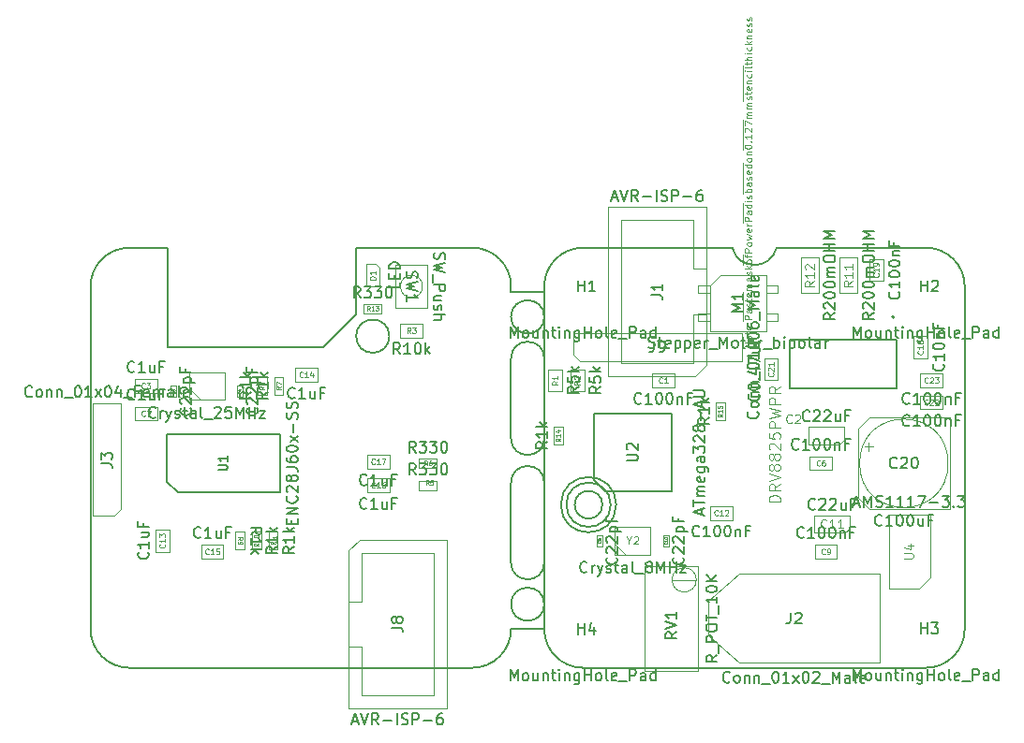
<source format=gbr>
%TF.GenerationSoftware,KiCad,Pcbnew,(5.1.8-0-10_14)*%
%TF.CreationDate,2021-02-08T17:53:51+01:00*%
%TF.ProjectId,ethersweep,65746865-7273-4776-9565-702e6b696361,rev?*%
%TF.SameCoordinates,Original*%
%TF.FileFunction,Other,Fab,Top*%
%FSLAX46Y46*%
G04 Gerber Fmt 4.6, Leading zero omitted, Abs format (unit mm)*
G04 Created by KiCad (PCBNEW (5.1.8-0-10_14)) date 2021-02-08 17:53:51*
%MOMM*%
%LPD*%
G01*
G04 APERTURE LIST*
%ADD10C,0.150000*%
%TA.AperFunction,Profile*%
%ADD11C,0.150000*%
%TD*%
%ADD12C,0.100000*%
%ADD13C,0.200000*%
%ADD14C,0.127000*%
%ADD15C,0.120000*%
%ADD16C,0.080000*%
%ADD17C,0.040000*%
%ADD18C,0.060000*%
%ADD19C,0.015000*%
%ADD20C,0.105000*%
G04 APERTURE END LIST*
D10*
X168750000Y-104250000D02*
G75*
G03*
X168750000Y-104250000I-1250000J0D01*
G01*
X169500000Y-104250000D02*
G75*
G03*
X169500000Y-104250000I-2000000J0D01*
G01*
X170000000Y-104250000D02*
G75*
G03*
X170000000Y-104250000I-2500000J0D01*
G01*
D11*
X163500000Y-98250000D02*
G75*
G02*
X160500000Y-98250000I-1500000J0D01*
G01*
X160500000Y-91000000D02*
G75*
G02*
X163500000Y-91000000I1500000J0D01*
G01*
X163500000Y-98250000D02*
X163500000Y-91000000D01*
X160500000Y-91000000D02*
X160500000Y-98250000D01*
X160500000Y-102250000D02*
G75*
G02*
X163500000Y-102250000I1500000J0D01*
G01*
X160500000Y-102250000D02*
X160500000Y-109500000D01*
X163500000Y-109500000D02*
X163500000Y-102250000D01*
X163500000Y-109500000D02*
G75*
G02*
X160500000Y-109500000I-1500000J0D01*
G01*
X163500000Y-87250000D02*
G75*
G03*
X163500000Y-87250000I-1500000J0D01*
G01*
X163500000Y-113250000D02*
G75*
G03*
X163500000Y-113250000I-1500000J0D01*
G01*
X160500000Y-84500000D02*
X160500000Y-85000000D01*
X163500000Y-84500000D02*
X163500000Y-85000000D01*
X160500000Y-115500000D02*
X163500000Y-115500000D01*
X163500000Y-85000000D02*
X160500000Y-85000000D01*
D10*
X163500000Y-115500000D02*
X163500000Y-84500000D01*
D11*
X149500000Y-89000000D02*
G75*
G03*
X149500000Y-89000000I-1500000J0D01*
G01*
X129500000Y-90000000D02*
X129500000Y-81000000D01*
X126000000Y-81000000D02*
X129500000Y-81000000D01*
X126000000Y-81000000D02*
G75*
G03*
X122500000Y-84500000I0J-3500000D01*
G01*
X146500000Y-81000000D02*
X157000000Y-81000000D01*
X143500000Y-90000000D02*
X129500000Y-90000000D01*
X146500000Y-87000000D02*
X143500000Y-90000000D01*
X146500000Y-81000000D02*
X146500000Y-87000000D01*
X180500000Y-81000000D02*
X167000000Y-81000000D01*
X184500000Y-81000000D02*
X198000000Y-81000000D01*
X184500000Y-81000000D02*
G75*
G02*
X180500000Y-81000000I-2000000J500000D01*
G01*
X163500000Y-84500000D02*
G75*
G02*
X167000000Y-81000000I3500000J0D01*
G01*
X201500000Y-115500000D02*
G75*
G02*
X198000000Y-119000000I-3500000J0D01*
G01*
X167000000Y-119000000D02*
G75*
G02*
X163500000Y-115500000I0J3500000D01*
G01*
X167000000Y-119000000D02*
X198000000Y-119000000D01*
X198000000Y-81000000D02*
G75*
G02*
X201500000Y-84500000I0J-3500000D01*
G01*
X201500000Y-115500000D02*
X201500000Y-84500000D01*
X122500000Y-115500000D02*
X122500000Y-84500000D01*
X160500000Y-84500000D02*
G75*
G03*
X157000000Y-81000000I-3500000J0D01*
G01*
X157000000Y-119000000D02*
G75*
G03*
X160500000Y-115500000I0J3500000D01*
G01*
X122500000Y-115500000D02*
G75*
G03*
X126000000Y-119000000I3500000J0D01*
G01*
X157000000Y-119000000D02*
X126000000Y-119000000D01*
D12*
X147020000Y-117090000D02*
X145820000Y-117090000D01*
X147020000Y-117090000D02*
X147020000Y-117090000D01*
X147020000Y-121490000D02*
X147020000Y-117090000D01*
X153520000Y-121490000D02*
X147020000Y-121490000D01*
X153520000Y-108590000D02*
X153520000Y-121490000D01*
X147020000Y-108590000D02*
X153520000Y-108590000D01*
X147020000Y-112990000D02*
X147020000Y-108590000D01*
X145820000Y-112990000D02*
X147020000Y-112990000D01*
X145820000Y-122680000D02*
X145820000Y-108400000D01*
X154720000Y-122680000D02*
X145820000Y-122680000D01*
X154720000Y-107400000D02*
X154720000Y-122680000D01*
X146820000Y-107400000D02*
X154720000Y-107400000D01*
X145820000Y-108400000D02*
X146820000Y-107400000D01*
X178180000Y-91600000D02*
X177180000Y-92600000D01*
X177180000Y-92600000D02*
X169280000Y-92600000D01*
X169280000Y-92600000D02*
X169280000Y-77320000D01*
X169280000Y-77320000D02*
X178180000Y-77320000D01*
X178180000Y-77320000D02*
X178180000Y-91600000D01*
X178180000Y-87010000D02*
X176980000Y-87010000D01*
X176980000Y-87010000D02*
X176980000Y-91410000D01*
X176980000Y-91410000D02*
X170480000Y-91410000D01*
X170480000Y-91410000D02*
X170480000Y-78510000D01*
X170480000Y-78510000D02*
X176980000Y-78510000D01*
X176980000Y-78510000D02*
X176980000Y-82910000D01*
X176980000Y-82910000D02*
X176980000Y-82910000D01*
X176980000Y-82910000D02*
X178180000Y-82910000D01*
X167125000Y-92000000D02*
X167125000Y-94000000D01*
X165875000Y-92000000D02*
X167125000Y-92000000D01*
X165875000Y-94000000D02*
X165875000Y-92000000D01*
X167125000Y-94000000D02*
X165875000Y-94000000D01*
X175250000Y-93625000D02*
X173250000Y-93625000D01*
X175250000Y-92375000D02*
X175250000Y-93625000D01*
X173250000Y-92375000D02*
X175250000Y-92375000D01*
X173250000Y-93625000D02*
X173250000Y-92375000D01*
X187400000Y-97200000D02*
X187400000Y-98800000D01*
X190600000Y-97200000D02*
X187400000Y-97200000D01*
X190600000Y-98400000D02*
X190600000Y-97200000D01*
X190200000Y-98800000D02*
X190600000Y-98400000D01*
X187400000Y-98800000D02*
X190200000Y-98800000D01*
X128500000Y-92875000D02*
X128500000Y-94125000D01*
X128500000Y-94125000D02*
X126500000Y-94125000D01*
X126500000Y-94125000D02*
X126500000Y-92875000D01*
X126500000Y-92875000D02*
X128500000Y-92875000D01*
X136250000Y-94500000D02*
X135750000Y-94500000D01*
X135750000Y-94500000D02*
X135750000Y-93500000D01*
X135750000Y-93500000D02*
X136250000Y-93500000D01*
X136250000Y-93500000D02*
X136250000Y-94500000D01*
X130250000Y-93500000D02*
X130250000Y-94500000D01*
X129750000Y-93500000D02*
X130250000Y-93500000D01*
X129750000Y-94500000D02*
X129750000Y-93500000D01*
X130250000Y-94500000D02*
X129750000Y-94500000D01*
X189500000Y-99875000D02*
X189500000Y-101125000D01*
X189500000Y-101125000D02*
X187500000Y-101125000D01*
X187500000Y-101125000D02*
X187500000Y-99875000D01*
X187500000Y-99875000D02*
X189500000Y-99875000D01*
X126500000Y-95375000D02*
X128500000Y-95375000D01*
X126500000Y-96625000D02*
X126500000Y-95375000D01*
X128500000Y-96625000D02*
X126500000Y-96625000D01*
X128500000Y-95375000D02*
X128500000Y-96625000D01*
X168750000Y-107000000D02*
X168750000Y-108000000D01*
X168250000Y-107000000D02*
X168750000Y-107000000D01*
X168250000Y-108000000D02*
X168250000Y-107000000D01*
X168750000Y-108000000D02*
X168250000Y-108000000D01*
X187950000Y-107875000D02*
X189950000Y-107875000D01*
X187950000Y-109125000D02*
X187950000Y-107875000D01*
X189950000Y-109125000D02*
X187950000Y-109125000D01*
X189950000Y-107875000D02*
X189950000Y-109125000D01*
X174750000Y-108000000D02*
X174250000Y-108000000D01*
X174250000Y-108000000D02*
X174250000Y-107000000D01*
X174250000Y-107000000D02*
X174750000Y-107000000D01*
X174750000Y-107000000D02*
X174750000Y-108000000D01*
X187900000Y-106800000D02*
X190700000Y-106800000D01*
X190700000Y-106800000D02*
X191100000Y-106400000D01*
X191100000Y-106400000D02*
X191100000Y-105200000D01*
X191100000Y-105200000D02*
X187900000Y-105200000D01*
X187900000Y-105200000D02*
X187900000Y-106800000D01*
X178500000Y-105625000D02*
X178500000Y-104375000D01*
X178500000Y-104375000D02*
X180500000Y-104375000D01*
X180500000Y-104375000D02*
X180500000Y-105625000D01*
X180500000Y-105625000D02*
X178500000Y-105625000D01*
X128375000Y-108500000D02*
X128375000Y-106500000D01*
X129625000Y-108500000D02*
X128375000Y-108500000D01*
X129625000Y-106500000D02*
X129625000Y-108500000D01*
X128375000Y-106500000D02*
X129625000Y-106500000D01*
X143000000Y-93125000D02*
X141000000Y-93125000D01*
X143000000Y-91875000D02*
X143000000Y-93125000D01*
X141000000Y-91875000D02*
X143000000Y-91875000D01*
X141000000Y-93125000D02*
X141000000Y-91875000D01*
X134500000Y-107875000D02*
X134500000Y-109125000D01*
X134500000Y-109125000D02*
X132500000Y-109125000D01*
X132500000Y-109125000D02*
X132500000Y-107875000D01*
X132500000Y-107875000D02*
X134500000Y-107875000D01*
X149500000Y-103125000D02*
X147500000Y-103125000D01*
X149500000Y-101875000D02*
X149500000Y-103125000D01*
X147500000Y-101875000D02*
X149500000Y-101875000D01*
X147500000Y-103125000D02*
X147500000Y-101875000D01*
X147500000Y-100980001D02*
X147500000Y-99730001D01*
X147500000Y-99730001D02*
X149500000Y-99730001D01*
X149500000Y-99730001D02*
X149500000Y-100980001D01*
X149500000Y-100980001D02*
X147500000Y-100980001D01*
X198125000Y-91000000D02*
X196875000Y-91000000D01*
X196875000Y-91000000D02*
X196875000Y-89000000D01*
X196875000Y-89000000D02*
X198125000Y-89000000D01*
X198125000Y-89000000D02*
X198125000Y-91000000D01*
X194125000Y-84000000D02*
X192875000Y-84000000D01*
X192875000Y-84000000D02*
X192875000Y-82000000D01*
X192875000Y-82000000D02*
X194125000Y-82000000D01*
X194125000Y-82000000D02*
X194125000Y-84000000D01*
X200000000Y-100500000D02*
G75*
G03*
X200000000Y-100500000I-4000000J0D01*
G01*
X200150000Y-96350000D02*
X200150000Y-104650000D01*
X192850000Y-96350000D02*
X200150000Y-96350000D01*
X192850000Y-104650000D02*
X200150000Y-104650000D01*
X191850000Y-97350000D02*
X191850000Y-103650000D01*
X191850000Y-97350000D02*
X192850000Y-96350000D01*
X191850000Y-103650000D02*
X192850000Y-104650000D01*
X192437722Y-99000000D02*
X193237722Y-99000000D01*
X192837722Y-98600000D02*
X192837722Y-99400000D01*
X184625000Y-91000000D02*
X184625000Y-93000000D01*
X183375000Y-91000000D02*
X184625000Y-91000000D01*
X183375000Y-93000000D02*
X183375000Y-91000000D01*
X184625000Y-93000000D02*
X183375000Y-93000000D01*
X199500000Y-95625000D02*
X197500000Y-95625000D01*
X199500000Y-94375000D02*
X199500000Y-95625000D01*
X197500000Y-94375000D02*
X199500000Y-94375000D01*
X197500000Y-95625000D02*
X197500000Y-94375000D01*
X197500000Y-93625000D02*
X197500000Y-92375000D01*
X197500000Y-92375000D02*
X199500000Y-92375000D01*
X199500000Y-92375000D02*
X199500000Y-93625000D01*
X199500000Y-93625000D02*
X197500000Y-93625000D01*
X148600000Y-84500000D02*
X148600000Y-82800000D01*
X148600000Y-82800000D02*
X148300000Y-82500000D01*
X148300000Y-82500000D02*
X147400000Y-82500000D01*
X147400000Y-82500000D02*
X147400000Y-84500000D01*
X147400000Y-84500000D02*
X148600000Y-84500000D01*
X124635000Y-105270000D02*
X122730000Y-105270000D01*
X122730000Y-105270000D02*
X122730000Y-95110000D01*
X122730000Y-95110000D02*
X125270000Y-95110000D01*
X125270000Y-95110000D02*
X125270000Y-104635000D01*
X125270000Y-104635000D02*
X124635000Y-105270000D01*
X183540000Y-88540000D02*
X178460000Y-88540000D01*
X179410000Y-83460000D02*
X183540000Y-83460000D01*
X178460000Y-88540000D02*
X178460000Y-84410000D01*
X178460000Y-84410000D02*
X179410000Y-83460000D01*
X183540000Y-83460000D02*
X183540000Y-88540000D01*
X178460000Y-84410000D02*
X177400000Y-84410000D01*
X177400000Y-84410000D02*
X177400000Y-85050000D01*
X177400000Y-85050000D02*
X178460000Y-85050000D01*
X183540000Y-84410000D02*
X184600000Y-84410000D01*
X184600000Y-84410000D02*
X184600000Y-85050000D01*
X184600000Y-85050000D02*
X183540000Y-85050000D01*
X178460000Y-86950000D02*
X177400000Y-86950000D01*
X177400000Y-86950000D02*
X177400000Y-87590000D01*
X177400000Y-87590000D02*
X178460000Y-87590000D01*
X183540000Y-86950000D02*
X184600000Y-86950000D01*
X184600000Y-86950000D02*
X184600000Y-87590000D01*
X184600000Y-87590000D02*
X183540000Y-87590000D01*
X165125000Y-94000000D02*
X163875000Y-94000000D01*
X163875000Y-94000000D02*
X163875000Y-92000000D01*
X163875000Y-92000000D02*
X165125000Y-92000000D01*
X165125000Y-92000000D02*
X165125000Y-94000000D01*
X150500000Y-89125000D02*
X150500000Y-87875000D01*
X150500000Y-87875000D02*
X152500000Y-87875000D01*
X152500000Y-87875000D02*
X152500000Y-89125000D01*
X152500000Y-89125000D02*
X150500000Y-89125000D01*
X139412500Y-106700000D02*
X139412500Y-108300000D01*
X138587500Y-106700000D02*
X139412500Y-106700000D01*
X138587500Y-108300000D02*
X138587500Y-106700000D01*
X139412500Y-108300000D02*
X138587500Y-108300000D01*
X152200000Y-102087500D02*
X153800000Y-102087500D01*
X152200000Y-102912500D02*
X152200000Y-102087500D01*
X153800000Y-102912500D02*
X152200000Y-102912500D01*
X153800000Y-102087500D02*
X153800000Y-102912500D01*
X153800000Y-100087500D02*
X153800000Y-100912500D01*
X153800000Y-100912500D02*
X152200000Y-100912500D01*
X152200000Y-100912500D02*
X152200000Y-100087500D01*
X152200000Y-100087500D02*
X153800000Y-100087500D01*
X139087500Y-94300000D02*
X139087500Y-92700000D01*
X139912500Y-94300000D02*
X139087500Y-94300000D01*
X139912500Y-92700000D02*
X139912500Y-94300000D01*
X139087500Y-92700000D02*
X139912500Y-92700000D01*
X137587500Y-92700000D02*
X138412500Y-92700000D01*
X138412500Y-92700000D02*
X138412500Y-94300000D01*
X138412500Y-94300000D02*
X137587500Y-94300000D01*
X137587500Y-94300000D02*
X137587500Y-92700000D01*
X136412500Y-106700000D02*
X136412500Y-108300000D01*
X135587500Y-106700000D02*
X136412500Y-106700000D01*
X135587500Y-108300000D02*
X135587500Y-106700000D01*
X136412500Y-108300000D02*
X135587500Y-108300000D01*
X137912500Y-108300000D02*
X137087500Y-108300000D01*
X137087500Y-108300000D02*
X137087500Y-106700000D01*
X137087500Y-106700000D02*
X137912500Y-106700000D01*
X137912500Y-106700000D02*
X137912500Y-108300000D01*
X191800000Y-81900000D02*
X191800000Y-85100000D01*
X190200000Y-81900000D02*
X191800000Y-81900000D01*
X190200000Y-85100000D02*
X190200000Y-81900000D01*
X191800000Y-85100000D02*
X190200000Y-85100000D01*
X188300000Y-85100000D02*
X186700000Y-85100000D01*
X186700000Y-85100000D02*
X186700000Y-81900000D01*
X186700000Y-81900000D02*
X188300000Y-81900000D01*
X188300000Y-81900000D02*
X188300000Y-85100000D01*
X148800000Y-86087500D02*
X148800000Y-86912500D01*
X148800000Y-86912500D02*
X147200000Y-86912500D01*
X147200000Y-86912500D02*
X147200000Y-86087500D01*
X147200000Y-86087500D02*
X148800000Y-86087500D01*
X177245000Y-111045000D02*
G75*
G03*
X177245000Y-111045000I-1095000J0D01*
G01*
X172590000Y-119305000D02*
X177420000Y-119305000D01*
X177420000Y-119305000D02*
X177420000Y-109775000D01*
X177420000Y-109775000D02*
X172590000Y-109775000D01*
X172590000Y-109775000D02*
X172590000Y-119305000D01*
X177235000Y-111045000D02*
X175066000Y-111044000D01*
X177235000Y-111045000D02*
X175066000Y-111044000D01*
X152500000Y-84500000D02*
G75*
G03*
X152500000Y-84500000I-1000000J0D01*
G01*
X152950000Y-82550000D02*
X152950000Y-86450000D01*
X152950000Y-86450000D02*
X150050000Y-86450000D01*
X150050000Y-86450000D02*
X150050000Y-82550000D01*
X150050000Y-82550000D02*
X152950000Y-82550000D01*
D10*
X129400000Y-102150000D02*
X129400000Y-97850000D01*
X129400000Y-97850000D02*
X139600000Y-97850000D01*
X139600000Y-97850000D02*
X139600000Y-103150000D01*
X139600000Y-103150000D02*
X130400000Y-103150000D01*
X130400000Y-103150000D02*
X129400000Y-102150000D01*
X168000000Y-102000000D02*
X168000000Y-96000000D01*
X168000000Y-96000000D02*
X175000000Y-96000000D01*
X175000000Y-96000000D02*
X175000000Y-103000000D01*
X175000000Y-103000000D02*
X169000000Y-103000000D01*
X169000000Y-103000000D02*
X168000000Y-102000000D01*
D13*
X195135000Y-87260000D02*
G75*
G03*
X195135000Y-87260000I-100000J0D01*
G01*
D14*
X195350000Y-89300000D02*
X195350000Y-93700000D01*
X185650000Y-89300000D02*
X185650000Y-93700000D01*
X195350000Y-89300000D02*
X185650000Y-89300000D01*
X195350000Y-93700000D02*
X185650000Y-93700000D01*
D12*
X198350000Y-110850000D02*
X197350000Y-111850000D01*
X198350000Y-110850000D02*
X198350000Y-105150000D01*
X197350000Y-111850000D02*
X194650000Y-111850000D01*
X198350000Y-105150000D02*
X194650000Y-105150000D01*
X194650000Y-111850000D02*
X194650000Y-105150000D01*
X131400000Y-92250000D02*
X131400000Y-94750000D01*
X131400000Y-94750000D02*
X134600000Y-94750000D01*
X134600000Y-94750000D02*
X134600000Y-92250000D01*
X134600000Y-92250000D02*
X131400000Y-92250000D01*
X131400000Y-93750000D02*
X132400000Y-94750000D01*
X169900000Y-107750000D02*
X170900000Y-108750000D01*
X173100000Y-106250000D02*
X169900000Y-106250000D01*
X173100000Y-108750000D02*
X173100000Y-106250000D01*
X169900000Y-108750000D02*
X173100000Y-108750000D01*
X169900000Y-106250000D02*
X169900000Y-108750000D01*
D15*
X193850000Y-118550000D02*
X193850000Y-110450000D01*
X181100000Y-118550000D02*
X193850000Y-118550000D01*
X178350000Y-116050000D02*
X181100000Y-118550000D01*
X178350000Y-112950000D02*
X178350000Y-116050000D01*
X181100000Y-110450000D02*
X178350000Y-112950000D01*
X193850000Y-110450000D02*
X181100000Y-110450000D01*
D12*
X164337500Y-98800000D02*
X164337500Y-97200000D01*
X165162500Y-98800000D02*
X164337500Y-98800000D01*
X165162500Y-97200000D02*
X165162500Y-98800000D01*
X164337500Y-97200000D02*
X165162500Y-97200000D01*
X178987500Y-95000000D02*
X179812500Y-95000000D01*
X179812500Y-95000000D02*
X179812500Y-96600000D01*
X179812500Y-96600000D02*
X178987500Y-96600000D01*
X178987500Y-96600000D02*
X178987500Y-95000000D01*
X166745000Y-91270000D02*
X166110000Y-90635000D01*
X181350000Y-91270000D02*
X166745000Y-91270000D01*
X181350000Y-88730000D02*
X181350000Y-91270000D01*
X166110000Y-88730000D02*
X181350000Y-88730000D01*
X166110000Y-90635000D02*
X166110000Y-88730000D01*
D10*
X146174761Y-123846666D02*
X146650952Y-123846666D01*
X146079523Y-124132380D02*
X146412857Y-123132380D01*
X146746190Y-124132380D01*
X146936666Y-123132380D02*
X147270000Y-124132380D01*
X147603333Y-123132380D01*
X148508095Y-124132380D02*
X148174761Y-123656190D01*
X147936666Y-124132380D02*
X147936666Y-123132380D01*
X148317619Y-123132380D01*
X148412857Y-123180000D01*
X148460476Y-123227619D01*
X148508095Y-123322857D01*
X148508095Y-123465714D01*
X148460476Y-123560952D01*
X148412857Y-123608571D01*
X148317619Y-123656190D01*
X147936666Y-123656190D01*
X148936666Y-123751428D02*
X149698571Y-123751428D01*
X150174761Y-124132380D02*
X150174761Y-123132380D01*
X150603333Y-124084761D02*
X150746190Y-124132380D01*
X150984285Y-124132380D01*
X151079523Y-124084761D01*
X151127142Y-124037142D01*
X151174761Y-123941904D01*
X151174761Y-123846666D01*
X151127142Y-123751428D01*
X151079523Y-123703809D01*
X150984285Y-123656190D01*
X150793809Y-123608571D01*
X150698571Y-123560952D01*
X150650952Y-123513333D01*
X150603333Y-123418095D01*
X150603333Y-123322857D01*
X150650952Y-123227619D01*
X150698571Y-123180000D01*
X150793809Y-123132380D01*
X151031904Y-123132380D01*
X151174761Y-123180000D01*
X151603333Y-124132380D02*
X151603333Y-123132380D01*
X151984285Y-123132380D01*
X152079523Y-123180000D01*
X152127142Y-123227619D01*
X152174761Y-123322857D01*
X152174761Y-123465714D01*
X152127142Y-123560952D01*
X152079523Y-123608571D01*
X151984285Y-123656190D01*
X151603333Y-123656190D01*
X152603333Y-123751428D02*
X153365238Y-123751428D01*
X154270000Y-123132380D02*
X154079523Y-123132380D01*
X153984285Y-123180000D01*
X153936666Y-123227619D01*
X153841428Y-123370476D01*
X153793809Y-123560952D01*
X153793809Y-123941904D01*
X153841428Y-124037142D01*
X153889047Y-124084761D01*
X153984285Y-124132380D01*
X154174761Y-124132380D01*
X154270000Y-124084761D01*
X154317619Y-124037142D01*
X154365238Y-123941904D01*
X154365238Y-123703809D01*
X154317619Y-123608571D01*
X154270000Y-123560952D01*
X154174761Y-123513333D01*
X153984285Y-123513333D01*
X153889047Y-123560952D01*
X153841428Y-123608571D01*
X153793809Y-123703809D01*
X149722380Y-115373333D02*
X150436666Y-115373333D01*
X150579523Y-115420952D01*
X150674761Y-115516190D01*
X150722380Y-115659047D01*
X150722380Y-115754285D01*
X150150952Y-114754285D02*
X150103333Y-114849523D01*
X150055714Y-114897142D01*
X149960476Y-114944761D01*
X149912857Y-114944761D01*
X149817619Y-114897142D01*
X149770000Y-114849523D01*
X149722380Y-114754285D01*
X149722380Y-114563809D01*
X149770000Y-114468571D01*
X149817619Y-114420952D01*
X149912857Y-114373333D01*
X149960476Y-114373333D01*
X150055714Y-114420952D01*
X150103333Y-114468571D01*
X150150952Y-114563809D01*
X150150952Y-114754285D01*
X150198571Y-114849523D01*
X150246190Y-114897142D01*
X150341428Y-114944761D01*
X150531904Y-114944761D01*
X150627142Y-114897142D01*
X150674761Y-114849523D01*
X150722380Y-114754285D01*
X150722380Y-114563809D01*
X150674761Y-114468571D01*
X150627142Y-114420952D01*
X150531904Y-114373333D01*
X150341428Y-114373333D01*
X150246190Y-114420952D01*
X150198571Y-114468571D01*
X150150952Y-114563809D01*
X169634761Y-76486666D02*
X170110952Y-76486666D01*
X169539523Y-76772380D02*
X169872857Y-75772380D01*
X170206190Y-76772380D01*
X170396666Y-75772380D02*
X170730000Y-76772380D01*
X171063333Y-75772380D01*
X171968095Y-76772380D02*
X171634761Y-76296190D01*
X171396666Y-76772380D02*
X171396666Y-75772380D01*
X171777619Y-75772380D01*
X171872857Y-75820000D01*
X171920476Y-75867619D01*
X171968095Y-75962857D01*
X171968095Y-76105714D01*
X171920476Y-76200952D01*
X171872857Y-76248571D01*
X171777619Y-76296190D01*
X171396666Y-76296190D01*
X172396666Y-76391428D02*
X173158571Y-76391428D01*
X173634761Y-76772380D02*
X173634761Y-75772380D01*
X174063333Y-76724761D02*
X174206190Y-76772380D01*
X174444285Y-76772380D01*
X174539523Y-76724761D01*
X174587142Y-76677142D01*
X174634761Y-76581904D01*
X174634761Y-76486666D01*
X174587142Y-76391428D01*
X174539523Y-76343809D01*
X174444285Y-76296190D01*
X174253809Y-76248571D01*
X174158571Y-76200952D01*
X174110952Y-76153333D01*
X174063333Y-76058095D01*
X174063333Y-75962857D01*
X174110952Y-75867619D01*
X174158571Y-75820000D01*
X174253809Y-75772380D01*
X174491904Y-75772380D01*
X174634761Y-75820000D01*
X175063333Y-76772380D02*
X175063333Y-75772380D01*
X175444285Y-75772380D01*
X175539523Y-75820000D01*
X175587142Y-75867619D01*
X175634761Y-75962857D01*
X175634761Y-76105714D01*
X175587142Y-76200952D01*
X175539523Y-76248571D01*
X175444285Y-76296190D01*
X175063333Y-76296190D01*
X176063333Y-76391428D02*
X176825238Y-76391428D01*
X177730000Y-75772380D02*
X177539523Y-75772380D01*
X177444285Y-75820000D01*
X177396666Y-75867619D01*
X177301428Y-76010476D01*
X177253809Y-76200952D01*
X177253809Y-76581904D01*
X177301428Y-76677142D01*
X177349047Y-76724761D01*
X177444285Y-76772380D01*
X177634761Y-76772380D01*
X177730000Y-76724761D01*
X177777619Y-76677142D01*
X177825238Y-76581904D01*
X177825238Y-76343809D01*
X177777619Y-76248571D01*
X177730000Y-76200952D01*
X177634761Y-76153333D01*
X177444285Y-76153333D01*
X177349047Y-76200952D01*
X177301428Y-76248571D01*
X177253809Y-76343809D01*
X173182380Y-85293333D02*
X173896666Y-85293333D01*
X174039523Y-85340952D01*
X174134761Y-85436190D01*
X174182380Y-85579047D01*
X174182380Y-85674285D01*
X174182380Y-84293333D02*
X174182380Y-84864761D01*
X174182380Y-84579047D02*
X173182380Y-84579047D01*
X173325238Y-84674285D01*
X173420476Y-84769523D01*
X173468095Y-84864761D01*
X168602380Y-93571428D02*
X168126190Y-93904761D01*
X168602380Y-94142857D02*
X167602380Y-94142857D01*
X167602380Y-93761904D01*
X167650000Y-93666666D01*
X167697619Y-93619047D01*
X167792857Y-93571428D01*
X167935714Y-93571428D01*
X168030952Y-93619047D01*
X168078571Y-93666666D01*
X168126190Y-93761904D01*
X168126190Y-94142857D01*
X167602380Y-92666666D02*
X167602380Y-93142857D01*
X168078571Y-93190476D01*
X168030952Y-93142857D01*
X167983333Y-93047619D01*
X167983333Y-92809523D01*
X168030952Y-92714285D01*
X168078571Y-92666666D01*
X168173809Y-92619047D01*
X168411904Y-92619047D01*
X168507142Y-92666666D01*
X168554761Y-92714285D01*
X168602380Y-92809523D01*
X168602380Y-93047619D01*
X168554761Y-93142857D01*
X168507142Y-93190476D01*
X168602380Y-92190476D02*
X167602380Y-92190476D01*
X168221428Y-92095238D02*
X168602380Y-91809523D01*
X167935714Y-91809523D02*
X168316666Y-92190476D01*
D16*
X166726190Y-93083333D02*
X166488095Y-93250000D01*
X166726190Y-93369047D02*
X166226190Y-93369047D01*
X166226190Y-93178571D01*
X166250000Y-93130952D01*
X166273809Y-93107142D01*
X166321428Y-93083333D01*
X166392857Y-93083333D01*
X166440476Y-93107142D01*
X166464285Y-93130952D01*
X166488095Y-93178571D01*
X166488095Y-93369047D01*
X166273809Y-92892857D02*
X166250000Y-92869047D01*
X166226190Y-92821428D01*
X166226190Y-92702380D01*
X166250000Y-92654761D01*
X166273809Y-92630952D01*
X166321428Y-92607142D01*
X166369047Y-92607142D01*
X166440476Y-92630952D01*
X166726190Y-92916666D01*
X166726190Y-92607142D01*
D10*
X160428571Y-120152380D02*
X160428571Y-119152380D01*
X160761904Y-119866666D01*
X161095238Y-119152380D01*
X161095238Y-120152380D01*
X161714285Y-120152380D02*
X161619047Y-120104761D01*
X161571428Y-120057142D01*
X161523809Y-119961904D01*
X161523809Y-119676190D01*
X161571428Y-119580952D01*
X161619047Y-119533333D01*
X161714285Y-119485714D01*
X161857142Y-119485714D01*
X161952380Y-119533333D01*
X162000000Y-119580952D01*
X162047619Y-119676190D01*
X162047619Y-119961904D01*
X162000000Y-120057142D01*
X161952380Y-120104761D01*
X161857142Y-120152380D01*
X161714285Y-120152380D01*
X162904761Y-119485714D02*
X162904761Y-120152380D01*
X162476190Y-119485714D02*
X162476190Y-120009523D01*
X162523809Y-120104761D01*
X162619047Y-120152380D01*
X162761904Y-120152380D01*
X162857142Y-120104761D01*
X162904761Y-120057142D01*
X163380952Y-119485714D02*
X163380952Y-120152380D01*
X163380952Y-119580952D02*
X163428571Y-119533333D01*
X163523809Y-119485714D01*
X163666666Y-119485714D01*
X163761904Y-119533333D01*
X163809523Y-119628571D01*
X163809523Y-120152380D01*
X164142857Y-119485714D02*
X164523809Y-119485714D01*
X164285714Y-119152380D02*
X164285714Y-120009523D01*
X164333333Y-120104761D01*
X164428571Y-120152380D01*
X164523809Y-120152380D01*
X164857142Y-120152380D02*
X164857142Y-119485714D01*
X164857142Y-119152380D02*
X164809523Y-119200000D01*
X164857142Y-119247619D01*
X164904761Y-119200000D01*
X164857142Y-119152380D01*
X164857142Y-119247619D01*
X165333333Y-119485714D02*
X165333333Y-120152380D01*
X165333333Y-119580952D02*
X165380952Y-119533333D01*
X165476190Y-119485714D01*
X165619047Y-119485714D01*
X165714285Y-119533333D01*
X165761904Y-119628571D01*
X165761904Y-120152380D01*
X166666666Y-119485714D02*
X166666666Y-120295238D01*
X166619047Y-120390476D01*
X166571428Y-120438095D01*
X166476190Y-120485714D01*
X166333333Y-120485714D01*
X166238095Y-120438095D01*
X166666666Y-120104761D02*
X166571428Y-120152380D01*
X166380952Y-120152380D01*
X166285714Y-120104761D01*
X166238095Y-120057142D01*
X166190476Y-119961904D01*
X166190476Y-119676190D01*
X166238095Y-119580952D01*
X166285714Y-119533333D01*
X166380952Y-119485714D01*
X166571428Y-119485714D01*
X166666666Y-119533333D01*
X167142857Y-120152380D02*
X167142857Y-119152380D01*
X167142857Y-119628571D02*
X167714285Y-119628571D01*
X167714285Y-120152380D02*
X167714285Y-119152380D01*
X168333333Y-120152380D02*
X168238095Y-120104761D01*
X168190476Y-120057142D01*
X168142857Y-119961904D01*
X168142857Y-119676190D01*
X168190476Y-119580952D01*
X168238095Y-119533333D01*
X168333333Y-119485714D01*
X168476190Y-119485714D01*
X168571428Y-119533333D01*
X168619047Y-119580952D01*
X168666666Y-119676190D01*
X168666666Y-119961904D01*
X168619047Y-120057142D01*
X168571428Y-120104761D01*
X168476190Y-120152380D01*
X168333333Y-120152380D01*
X169238095Y-120152380D02*
X169142857Y-120104761D01*
X169095238Y-120009523D01*
X169095238Y-119152380D01*
X170000000Y-120104761D02*
X169904761Y-120152380D01*
X169714285Y-120152380D01*
X169619047Y-120104761D01*
X169571428Y-120009523D01*
X169571428Y-119628571D01*
X169619047Y-119533333D01*
X169714285Y-119485714D01*
X169904761Y-119485714D01*
X170000000Y-119533333D01*
X170047619Y-119628571D01*
X170047619Y-119723809D01*
X169571428Y-119819047D01*
X170238095Y-120247619D02*
X171000000Y-120247619D01*
X171238095Y-120152380D02*
X171238095Y-119152380D01*
X171619047Y-119152380D01*
X171714285Y-119200000D01*
X171761904Y-119247619D01*
X171809523Y-119342857D01*
X171809523Y-119485714D01*
X171761904Y-119580952D01*
X171714285Y-119628571D01*
X171619047Y-119676190D01*
X171238095Y-119676190D01*
X172666666Y-120152380D02*
X172666666Y-119628571D01*
X172619047Y-119533333D01*
X172523809Y-119485714D01*
X172333333Y-119485714D01*
X172238095Y-119533333D01*
X172666666Y-120104761D02*
X172571428Y-120152380D01*
X172333333Y-120152380D01*
X172238095Y-120104761D01*
X172190476Y-120009523D01*
X172190476Y-119914285D01*
X172238095Y-119819047D01*
X172333333Y-119771428D01*
X172571428Y-119771428D01*
X172666666Y-119723809D01*
X173571428Y-120152380D02*
X173571428Y-119152380D01*
X173571428Y-120104761D02*
X173476190Y-120152380D01*
X173285714Y-120152380D01*
X173190476Y-120104761D01*
X173142857Y-120057142D01*
X173095238Y-119961904D01*
X173095238Y-119676190D01*
X173142857Y-119580952D01*
X173190476Y-119533333D01*
X173285714Y-119485714D01*
X173476190Y-119485714D01*
X173571428Y-119533333D01*
X166538095Y-115952380D02*
X166538095Y-114952380D01*
X166538095Y-115428571D02*
X167109523Y-115428571D01*
X167109523Y-115952380D02*
X167109523Y-114952380D01*
X168014285Y-115285714D02*
X168014285Y-115952380D01*
X167776190Y-114904761D02*
X167538095Y-115619047D01*
X168157142Y-115619047D01*
X191428571Y-120127381D02*
X191428571Y-119127381D01*
X191761904Y-119841667D01*
X192095238Y-119127381D01*
X192095238Y-120127381D01*
X192714285Y-120127381D02*
X192619047Y-120079762D01*
X192571428Y-120032143D01*
X192523809Y-119936905D01*
X192523809Y-119651191D01*
X192571428Y-119555953D01*
X192619047Y-119508334D01*
X192714285Y-119460715D01*
X192857142Y-119460715D01*
X192952380Y-119508334D01*
X193000000Y-119555953D01*
X193047619Y-119651191D01*
X193047619Y-119936905D01*
X193000000Y-120032143D01*
X192952380Y-120079762D01*
X192857142Y-120127381D01*
X192714285Y-120127381D01*
X193904761Y-119460715D02*
X193904761Y-120127381D01*
X193476190Y-119460715D02*
X193476190Y-119984524D01*
X193523809Y-120079762D01*
X193619047Y-120127381D01*
X193761904Y-120127381D01*
X193857142Y-120079762D01*
X193904761Y-120032143D01*
X194380952Y-119460715D02*
X194380952Y-120127381D01*
X194380952Y-119555953D02*
X194428571Y-119508334D01*
X194523809Y-119460715D01*
X194666666Y-119460715D01*
X194761904Y-119508334D01*
X194809523Y-119603572D01*
X194809523Y-120127381D01*
X195142857Y-119460715D02*
X195523809Y-119460715D01*
X195285714Y-119127381D02*
X195285714Y-119984524D01*
X195333333Y-120079762D01*
X195428571Y-120127381D01*
X195523809Y-120127381D01*
X195857142Y-120127381D02*
X195857142Y-119460715D01*
X195857142Y-119127381D02*
X195809523Y-119175001D01*
X195857142Y-119222620D01*
X195904761Y-119175001D01*
X195857142Y-119127381D01*
X195857142Y-119222620D01*
X196333333Y-119460715D02*
X196333333Y-120127381D01*
X196333333Y-119555953D02*
X196380952Y-119508334D01*
X196476190Y-119460715D01*
X196619047Y-119460715D01*
X196714285Y-119508334D01*
X196761904Y-119603572D01*
X196761904Y-120127381D01*
X197666666Y-119460715D02*
X197666666Y-120270239D01*
X197619047Y-120365477D01*
X197571428Y-120413096D01*
X197476190Y-120460715D01*
X197333333Y-120460715D01*
X197238095Y-120413096D01*
X197666666Y-120079762D02*
X197571428Y-120127381D01*
X197380952Y-120127381D01*
X197285714Y-120079762D01*
X197238095Y-120032143D01*
X197190476Y-119936905D01*
X197190476Y-119651191D01*
X197238095Y-119555953D01*
X197285714Y-119508334D01*
X197380952Y-119460715D01*
X197571428Y-119460715D01*
X197666666Y-119508334D01*
X198142857Y-120127381D02*
X198142857Y-119127381D01*
X198142857Y-119603572D02*
X198714285Y-119603572D01*
X198714285Y-120127381D02*
X198714285Y-119127381D01*
X199333333Y-120127381D02*
X199238095Y-120079762D01*
X199190476Y-120032143D01*
X199142857Y-119936905D01*
X199142857Y-119651191D01*
X199190476Y-119555953D01*
X199238095Y-119508334D01*
X199333333Y-119460715D01*
X199476190Y-119460715D01*
X199571428Y-119508334D01*
X199619047Y-119555953D01*
X199666666Y-119651191D01*
X199666666Y-119936905D01*
X199619047Y-120032143D01*
X199571428Y-120079762D01*
X199476190Y-120127381D01*
X199333333Y-120127381D01*
X200238095Y-120127381D02*
X200142857Y-120079762D01*
X200095238Y-119984524D01*
X200095238Y-119127381D01*
X201000000Y-120079762D02*
X200904761Y-120127381D01*
X200714285Y-120127381D01*
X200619047Y-120079762D01*
X200571428Y-119984524D01*
X200571428Y-119603572D01*
X200619047Y-119508334D01*
X200714285Y-119460715D01*
X200904761Y-119460715D01*
X201000000Y-119508334D01*
X201047619Y-119603572D01*
X201047619Y-119698810D01*
X200571428Y-119794048D01*
X201238095Y-120222620D02*
X202000000Y-120222620D01*
X202238095Y-120127381D02*
X202238095Y-119127381D01*
X202619047Y-119127381D01*
X202714285Y-119175001D01*
X202761904Y-119222620D01*
X202809523Y-119317858D01*
X202809523Y-119460715D01*
X202761904Y-119555953D01*
X202714285Y-119603572D01*
X202619047Y-119651191D01*
X202238095Y-119651191D01*
X203666666Y-120127381D02*
X203666666Y-119603572D01*
X203619047Y-119508334D01*
X203523809Y-119460715D01*
X203333333Y-119460715D01*
X203238095Y-119508334D01*
X203666666Y-120079762D02*
X203571428Y-120127381D01*
X203333333Y-120127381D01*
X203238095Y-120079762D01*
X203190476Y-119984524D01*
X203190476Y-119889286D01*
X203238095Y-119794048D01*
X203333333Y-119746429D01*
X203571428Y-119746429D01*
X203666666Y-119698810D01*
X204571428Y-120127381D02*
X204571428Y-119127381D01*
X204571428Y-120079762D02*
X204476190Y-120127381D01*
X204285714Y-120127381D01*
X204190476Y-120079762D01*
X204142857Y-120032143D01*
X204095238Y-119936905D01*
X204095238Y-119651191D01*
X204142857Y-119555953D01*
X204190476Y-119508334D01*
X204285714Y-119460715D01*
X204476190Y-119460715D01*
X204571428Y-119508334D01*
X197538095Y-115927381D02*
X197538095Y-114927381D01*
X197538095Y-115403572D02*
X198109523Y-115403572D01*
X198109523Y-115927381D02*
X198109523Y-114927381D01*
X198490476Y-114927381D02*
X199109523Y-114927381D01*
X198776190Y-115308334D01*
X198919047Y-115308334D01*
X199014285Y-115355953D01*
X199061904Y-115403572D01*
X199109523Y-115498810D01*
X199109523Y-115736905D01*
X199061904Y-115832143D01*
X199014285Y-115879762D01*
X198919047Y-115927381D01*
X198633333Y-115927381D01*
X198538095Y-115879762D01*
X198490476Y-115832143D01*
X191428571Y-89152380D02*
X191428571Y-88152380D01*
X191761904Y-88866666D01*
X192095238Y-88152380D01*
X192095238Y-89152380D01*
X192714285Y-89152380D02*
X192619047Y-89104761D01*
X192571428Y-89057142D01*
X192523809Y-88961904D01*
X192523809Y-88676190D01*
X192571428Y-88580952D01*
X192619047Y-88533333D01*
X192714285Y-88485714D01*
X192857142Y-88485714D01*
X192952380Y-88533333D01*
X193000000Y-88580952D01*
X193047619Y-88676190D01*
X193047619Y-88961904D01*
X193000000Y-89057142D01*
X192952380Y-89104761D01*
X192857142Y-89152380D01*
X192714285Y-89152380D01*
X193904761Y-88485714D02*
X193904761Y-89152380D01*
X193476190Y-88485714D02*
X193476190Y-89009523D01*
X193523809Y-89104761D01*
X193619047Y-89152380D01*
X193761904Y-89152380D01*
X193857142Y-89104761D01*
X193904761Y-89057142D01*
X194380952Y-88485714D02*
X194380952Y-89152380D01*
X194380952Y-88580952D02*
X194428571Y-88533333D01*
X194523809Y-88485714D01*
X194666666Y-88485714D01*
X194761904Y-88533333D01*
X194809523Y-88628571D01*
X194809523Y-89152380D01*
X195142857Y-88485714D02*
X195523809Y-88485714D01*
X195285714Y-88152380D02*
X195285714Y-89009523D01*
X195333333Y-89104761D01*
X195428571Y-89152380D01*
X195523809Y-89152380D01*
X195857142Y-89152380D02*
X195857142Y-88485714D01*
X195857142Y-88152380D02*
X195809523Y-88200000D01*
X195857142Y-88247619D01*
X195904761Y-88200000D01*
X195857142Y-88152380D01*
X195857142Y-88247619D01*
X196333333Y-88485714D02*
X196333333Y-89152380D01*
X196333333Y-88580952D02*
X196380952Y-88533333D01*
X196476190Y-88485714D01*
X196619047Y-88485714D01*
X196714285Y-88533333D01*
X196761904Y-88628571D01*
X196761904Y-89152380D01*
X197666666Y-88485714D02*
X197666666Y-89295238D01*
X197619047Y-89390476D01*
X197571428Y-89438095D01*
X197476190Y-89485714D01*
X197333333Y-89485714D01*
X197238095Y-89438095D01*
X197666666Y-89104761D02*
X197571428Y-89152380D01*
X197380952Y-89152380D01*
X197285714Y-89104761D01*
X197238095Y-89057142D01*
X197190476Y-88961904D01*
X197190476Y-88676190D01*
X197238095Y-88580952D01*
X197285714Y-88533333D01*
X197380952Y-88485714D01*
X197571428Y-88485714D01*
X197666666Y-88533333D01*
X198142857Y-89152380D02*
X198142857Y-88152380D01*
X198142857Y-88628571D02*
X198714285Y-88628571D01*
X198714285Y-89152380D02*
X198714285Y-88152380D01*
X199333333Y-89152380D02*
X199238095Y-89104761D01*
X199190476Y-89057142D01*
X199142857Y-88961904D01*
X199142857Y-88676190D01*
X199190476Y-88580952D01*
X199238095Y-88533333D01*
X199333333Y-88485714D01*
X199476190Y-88485714D01*
X199571428Y-88533333D01*
X199619047Y-88580952D01*
X199666666Y-88676190D01*
X199666666Y-88961904D01*
X199619047Y-89057142D01*
X199571428Y-89104761D01*
X199476190Y-89152380D01*
X199333333Y-89152380D01*
X200238095Y-89152380D02*
X200142857Y-89104761D01*
X200095238Y-89009523D01*
X200095238Y-88152380D01*
X201000000Y-89104761D02*
X200904761Y-89152380D01*
X200714285Y-89152380D01*
X200619047Y-89104761D01*
X200571428Y-89009523D01*
X200571428Y-88628571D01*
X200619047Y-88533333D01*
X200714285Y-88485714D01*
X200904761Y-88485714D01*
X201000000Y-88533333D01*
X201047619Y-88628571D01*
X201047619Y-88723809D01*
X200571428Y-88819047D01*
X201238095Y-89247619D02*
X202000000Y-89247619D01*
X202238095Y-89152380D02*
X202238095Y-88152380D01*
X202619047Y-88152380D01*
X202714285Y-88200000D01*
X202761904Y-88247619D01*
X202809523Y-88342857D01*
X202809523Y-88485714D01*
X202761904Y-88580952D01*
X202714285Y-88628571D01*
X202619047Y-88676190D01*
X202238095Y-88676190D01*
X203666666Y-89152380D02*
X203666666Y-88628571D01*
X203619047Y-88533333D01*
X203523809Y-88485714D01*
X203333333Y-88485714D01*
X203238095Y-88533333D01*
X203666666Y-89104761D02*
X203571428Y-89152380D01*
X203333333Y-89152380D01*
X203238095Y-89104761D01*
X203190476Y-89009523D01*
X203190476Y-88914285D01*
X203238095Y-88819047D01*
X203333333Y-88771428D01*
X203571428Y-88771428D01*
X203666666Y-88723809D01*
X204571428Y-89152380D02*
X204571428Y-88152380D01*
X204571428Y-89104761D02*
X204476190Y-89152380D01*
X204285714Y-89152380D01*
X204190476Y-89104761D01*
X204142857Y-89057142D01*
X204095238Y-88961904D01*
X204095238Y-88676190D01*
X204142857Y-88580952D01*
X204190476Y-88533333D01*
X204285714Y-88485714D01*
X204476190Y-88485714D01*
X204571428Y-88533333D01*
X197538095Y-84952380D02*
X197538095Y-83952380D01*
X197538095Y-84428571D02*
X198109523Y-84428571D01*
X198109523Y-84952380D02*
X198109523Y-83952380D01*
X198538095Y-84047619D02*
X198585714Y-84000000D01*
X198680952Y-83952380D01*
X198919047Y-83952380D01*
X199014285Y-84000000D01*
X199061904Y-84047619D01*
X199109523Y-84142857D01*
X199109523Y-84238095D01*
X199061904Y-84380952D01*
X198490476Y-84952380D01*
X199109523Y-84952380D01*
X160428571Y-89152380D02*
X160428571Y-88152380D01*
X160761904Y-88866666D01*
X161095238Y-88152380D01*
X161095238Y-89152380D01*
X161714285Y-89152380D02*
X161619047Y-89104761D01*
X161571428Y-89057142D01*
X161523809Y-88961904D01*
X161523809Y-88676190D01*
X161571428Y-88580952D01*
X161619047Y-88533333D01*
X161714285Y-88485714D01*
X161857142Y-88485714D01*
X161952380Y-88533333D01*
X162000000Y-88580952D01*
X162047619Y-88676190D01*
X162047619Y-88961904D01*
X162000000Y-89057142D01*
X161952380Y-89104761D01*
X161857142Y-89152380D01*
X161714285Y-89152380D01*
X162904761Y-88485714D02*
X162904761Y-89152380D01*
X162476190Y-88485714D02*
X162476190Y-89009523D01*
X162523809Y-89104761D01*
X162619047Y-89152380D01*
X162761904Y-89152380D01*
X162857142Y-89104761D01*
X162904761Y-89057142D01*
X163380952Y-88485714D02*
X163380952Y-89152380D01*
X163380952Y-88580952D02*
X163428571Y-88533333D01*
X163523809Y-88485714D01*
X163666666Y-88485714D01*
X163761904Y-88533333D01*
X163809523Y-88628571D01*
X163809523Y-89152380D01*
X164142857Y-88485714D02*
X164523809Y-88485714D01*
X164285714Y-88152380D02*
X164285714Y-89009523D01*
X164333333Y-89104761D01*
X164428571Y-89152380D01*
X164523809Y-89152380D01*
X164857142Y-89152380D02*
X164857142Y-88485714D01*
X164857142Y-88152380D02*
X164809523Y-88200000D01*
X164857142Y-88247619D01*
X164904761Y-88200000D01*
X164857142Y-88152380D01*
X164857142Y-88247619D01*
X165333333Y-88485714D02*
X165333333Y-89152380D01*
X165333333Y-88580952D02*
X165380952Y-88533333D01*
X165476190Y-88485714D01*
X165619047Y-88485714D01*
X165714285Y-88533333D01*
X165761904Y-88628571D01*
X165761904Y-89152380D01*
X166666666Y-88485714D02*
X166666666Y-89295238D01*
X166619047Y-89390476D01*
X166571428Y-89438095D01*
X166476190Y-89485714D01*
X166333333Y-89485714D01*
X166238095Y-89438095D01*
X166666666Y-89104761D02*
X166571428Y-89152380D01*
X166380952Y-89152380D01*
X166285714Y-89104761D01*
X166238095Y-89057142D01*
X166190476Y-88961904D01*
X166190476Y-88676190D01*
X166238095Y-88580952D01*
X166285714Y-88533333D01*
X166380952Y-88485714D01*
X166571428Y-88485714D01*
X166666666Y-88533333D01*
X167142857Y-89152380D02*
X167142857Y-88152380D01*
X167142857Y-88628571D02*
X167714285Y-88628571D01*
X167714285Y-89152380D02*
X167714285Y-88152380D01*
X168333333Y-89152380D02*
X168238095Y-89104761D01*
X168190476Y-89057142D01*
X168142857Y-88961904D01*
X168142857Y-88676190D01*
X168190476Y-88580952D01*
X168238095Y-88533333D01*
X168333333Y-88485714D01*
X168476190Y-88485714D01*
X168571428Y-88533333D01*
X168619047Y-88580952D01*
X168666666Y-88676190D01*
X168666666Y-88961904D01*
X168619047Y-89057142D01*
X168571428Y-89104761D01*
X168476190Y-89152380D01*
X168333333Y-89152380D01*
X169238095Y-89152380D02*
X169142857Y-89104761D01*
X169095238Y-89009523D01*
X169095238Y-88152380D01*
X170000000Y-89104761D02*
X169904761Y-89152380D01*
X169714285Y-89152380D01*
X169619047Y-89104761D01*
X169571428Y-89009523D01*
X169571428Y-88628571D01*
X169619047Y-88533333D01*
X169714285Y-88485714D01*
X169904761Y-88485714D01*
X170000000Y-88533333D01*
X170047619Y-88628571D01*
X170047619Y-88723809D01*
X169571428Y-88819047D01*
X170238095Y-89247619D02*
X171000000Y-89247619D01*
X171238095Y-89152380D02*
X171238095Y-88152380D01*
X171619047Y-88152380D01*
X171714285Y-88200000D01*
X171761904Y-88247619D01*
X171809523Y-88342857D01*
X171809523Y-88485714D01*
X171761904Y-88580952D01*
X171714285Y-88628571D01*
X171619047Y-88676190D01*
X171238095Y-88676190D01*
X172666666Y-89152380D02*
X172666666Y-88628571D01*
X172619047Y-88533333D01*
X172523809Y-88485714D01*
X172333333Y-88485714D01*
X172238095Y-88533333D01*
X172666666Y-89104761D02*
X172571428Y-89152380D01*
X172333333Y-89152380D01*
X172238095Y-89104761D01*
X172190476Y-89009523D01*
X172190476Y-88914285D01*
X172238095Y-88819047D01*
X172333333Y-88771428D01*
X172571428Y-88771428D01*
X172666666Y-88723809D01*
X173571428Y-89152380D02*
X173571428Y-88152380D01*
X173571428Y-89104761D02*
X173476190Y-89152380D01*
X173285714Y-89152380D01*
X173190476Y-89104761D01*
X173142857Y-89057142D01*
X173095238Y-88961904D01*
X173095238Y-88676190D01*
X173142857Y-88580952D01*
X173190476Y-88533333D01*
X173285714Y-88485714D01*
X173476190Y-88485714D01*
X173571428Y-88533333D01*
X166538095Y-84952380D02*
X166538095Y-83952380D01*
X166538095Y-84428571D02*
X167109523Y-84428571D01*
X167109523Y-84952380D02*
X167109523Y-83952380D01*
X168109523Y-84952380D02*
X167538095Y-84952380D01*
X167823809Y-84952380D02*
X167823809Y-83952380D01*
X167728571Y-84095238D01*
X167633333Y-84190476D01*
X167538095Y-84238095D01*
X172250000Y-95037142D02*
X172202380Y-95084761D01*
X172059523Y-95132380D01*
X171964285Y-95132380D01*
X171821428Y-95084761D01*
X171726190Y-94989523D01*
X171678571Y-94894285D01*
X171630952Y-94703809D01*
X171630952Y-94560952D01*
X171678571Y-94370476D01*
X171726190Y-94275238D01*
X171821428Y-94180000D01*
X171964285Y-94132380D01*
X172059523Y-94132380D01*
X172202380Y-94180000D01*
X172250000Y-94227619D01*
X173202380Y-95132380D02*
X172630952Y-95132380D01*
X172916666Y-95132380D02*
X172916666Y-94132380D01*
X172821428Y-94275238D01*
X172726190Y-94370476D01*
X172630952Y-94418095D01*
X173821428Y-94132380D02*
X173916666Y-94132380D01*
X174011904Y-94180000D01*
X174059523Y-94227619D01*
X174107142Y-94322857D01*
X174154761Y-94513333D01*
X174154761Y-94751428D01*
X174107142Y-94941904D01*
X174059523Y-95037142D01*
X174011904Y-95084761D01*
X173916666Y-95132380D01*
X173821428Y-95132380D01*
X173726190Y-95084761D01*
X173678571Y-95037142D01*
X173630952Y-94941904D01*
X173583333Y-94751428D01*
X173583333Y-94513333D01*
X173630952Y-94322857D01*
X173678571Y-94227619D01*
X173726190Y-94180000D01*
X173821428Y-94132380D01*
X174773809Y-94132380D02*
X174869047Y-94132380D01*
X174964285Y-94180000D01*
X175011904Y-94227619D01*
X175059523Y-94322857D01*
X175107142Y-94513333D01*
X175107142Y-94751428D01*
X175059523Y-94941904D01*
X175011904Y-95037142D01*
X174964285Y-95084761D01*
X174869047Y-95132380D01*
X174773809Y-95132380D01*
X174678571Y-95084761D01*
X174630952Y-95037142D01*
X174583333Y-94941904D01*
X174535714Y-94751428D01*
X174535714Y-94513333D01*
X174583333Y-94322857D01*
X174630952Y-94227619D01*
X174678571Y-94180000D01*
X174773809Y-94132380D01*
X175535714Y-94465714D02*
X175535714Y-95132380D01*
X175535714Y-94560952D02*
X175583333Y-94513333D01*
X175678571Y-94465714D01*
X175821428Y-94465714D01*
X175916666Y-94513333D01*
X175964285Y-94608571D01*
X175964285Y-95132380D01*
X176773809Y-94608571D02*
X176440476Y-94608571D01*
X176440476Y-95132380D02*
X176440476Y-94132380D01*
X176916666Y-94132380D01*
D16*
X174166666Y-93178571D02*
X174142857Y-93202380D01*
X174071428Y-93226190D01*
X174023809Y-93226190D01*
X173952380Y-93202380D01*
X173904761Y-93154761D01*
X173880952Y-93107142D01*
X173857142Y-93011904D01*
X173857142Y-92940476D01*
X173880952Y-92845238D01*
X173904761Y-92797619D01*
X173952380Y-92750000D01*
X174023809Y-92726190D01*
X174071428Y-92726190D01*
X174142857Y-92750000D01*
X174166666Y-92773809D01*
X174642857Y-93226190D02*
X174357142Y-93226190D01*
X174500000Y-93226190D02*
X174500000Y-92726190D01*
X174452380Y-92797619D01*
X174404761Y-92845238D01*
X174357142Y-92869047D01*
D10*
X187476190Y-96607142D02*
X187428571Y-96654761D01*
X187285714Y-96702380D01*
X187190476Y-96702380D01*
X187047619Y-96654761D01*
X186952380Y-96559523D01*
X186904761Y-96464285D01*
X186857142Y-96273809D01*
X186857142Y-96130952D01*
X186904761Y-95940476D01*
X186952380Y-95845238D01*
X187047619Y-95750000D01*
X187190476Y-95702380D01*
X187285714Y-95702380D01*
X187428571Y-95750000D01*
X187476190Y-95797619D01*
X187857142Y-95797619D02*
X187904761Y-95750000D01*
X188000000Y-95702380D01*
X188238095Y-95702380D01*
X188333333Y-95750000D01*
X188380952Y-95797619D01*
X188428571Y-95892857D01*
X188428571Y-95988095D01*
X188380952Y-96130952D01*
X187809523Y-96702380D01*
X188428571Y-96702380D01*
X188809523Y-95797619D02*
X188857142Y-95750000D01*
X188952380Y-95702380D01*
X189190476Y-95702380D01*
X189285714Y-95750000D01*
X189333333Y-95797619D01*
X189380952Y-95892857D01*
X189380952Y-95988095D01*
X189333333Y-96130952D01*
X188761904Y-96702380D01*
X189380952Y-96702380D01*
X190238095Y-96035714D02*
X190238095Y-96702380D01*
X189809523Y-96035714D02*
X189809523Y-96559523D01*
X189857142Y-96654761D01*
X189952380Y-96702380D01*
X190095238Y-96702380D01*
X190190476Y-96654761D01*
X190238095Y-96607142D01*
X191047619Y-96178571D02*
X190714285Y-96178571D01*
X190714285Y-96702380D02*
X190714285Y-95702380D01*
X191190476Y-95702380D01*
D15*
X185866666Y-96785714D02*
X185828571Y-96823809D01*
X185714285Y-96861904D01*
X185638095Y-96861904D01*
X185523809Y-96823809D01*
X185447619Y-96747619D01*
X185409523Y-96671428D01*
X185371428Y-96519047D01*
X185371428Y-96404761D01*
X185409523Y-96252380D01*
X185447619Y-96176190D01*
X185523809Y-96100000D01*
X185638095Y-96061904D01*
X185714285Y-96061904D01*
X185828571Y-96100000D01*
X185866666Y-96138095D01*
X186171428Y-96138095D02*
X186209523Y-96100000D01*
X186285714Y-96061904D01*
X186476190Y-96061904D01*
X186552380Y-96100000D01*
X186590476Y-96138095D01*
X186628571Y-96214285D01*
X186628571Y-96290476D01*
X186590476Y-96404761D01*
X186133333Y-96861904D01*
X186628571Y-96861904D01*
D10*
X126452380Y-92177142D02*
X126404761Y-92224761D01*
X126261904Y-92272380D01*
X126166666Y-92272380D01*
X126023809Y-92224761D01*
X125928571Y-92129523D01*
X125880952Y-92034285D01*
X125833333Y-91843809D01*
X125833333Y-91700952D01*
X125880952Y-91510476D01*
X125928571Y-91415238D01*
X126023809Y-91320000D01*
X126166666Y-91272380D01*
X126261904Y-91272380D01*
X126404761Y-91320000D01*
X126452380Y-91367619D01*
X127404761Y-92272380D02*
X126833333Y-92272380D01*
X127119047Y-92272380D02*
X127119047Y-91272380D01*
X127023809Y-91415238D01*
X126928571Y-91510476D01*
X126833333Y-91558095D01*
X128261904Y-91605714D02*
X128261904Y-92272380D01*
X127833333Y-91605714D02*
X127833333Y-92129523D01*
X127880952Y-92224761D01*
X127976190Y-92272380D01*
X128119047Y-92272380D01*
X128214285Y-92224761D01*
X128261904Y-92177142D01*
X129071428Y-91748571D02*
X128738095Y-91748571D01*
X128738095Y-92272380D02*
X128738095Y-91272380D01*
X129214285Y-91272380D01*
D16*
X127416666Y-93678571D02*
X127392857Y-93702380D01*
X127321428Y-93726190D01*
X127273809Y-93726190D01*
X127202380Y-93702380D01*
X127154761Y-93654761D01*
X127130952Y-93607142D01*
X127107142Y-93511904D01*
X127107142Y-93440476D01*
X127130952Y-93345238D01*
X127154761Y-93297619D01*
X127202380Y-93250000D01*
X127273809Y-93226190D01*
X127321428Y-93226190D01*
X127392857Y-93250000D01*
X127416666Y-93273809D01*
X127583333Y-93226190D02*
X127892857Y-93226190D01*
X127726190Y-93416666D01*
X127797619Y-93416666D01*
X127845238Y-93440476D01*
X127869047Y-93464285D01*
X127892857Y-93511904D01*
X127892857Y-93630952D01*
X127869047Y-93678571D01*
X127845238Y-93702380D01*
X127797619Y-93726190D01*
X127654761Y-93726190D01*
X127607142Y-93702380D01*
X127583333Y-93678571D01*
D10*
X137517142Y-95523809D02*
X137564761Y-95571428D01*
X137612380Y-95714285D01*
X137612380Y-95809523D01*
X137564761Y-95952380D01*
X137469523Y-96047619D01*
X137374285Y-96095238D01*
X137183809Y-96142857D01*
X137040952Y-96142857D01*
X136850476Y-96095238D01*
X136755238Y-96047619D01*
X136660000Y-95952380D01*
X136612380Y-95809523D01*
X136612380Y-95714285D01*
X136660000Y-95571428D01*
X136707619Y-95523809D01*
X136707619Y-95142857D02*
X136660000Y-95095238D01*
X136612380Y-95000000D01*
X136612380Y-94761904D01*
X136660000Y-94666666D01*
X136707619Y-94619047D01*
X136802857Y-94571428D01*
X136898095Y-94571428D01*
X137040952Y-94619047D01*
X137612380Y-95190476D01*
X137612380Y-94571428D01*
X136707619Y-94190476D02*
X136660000Y-94142857D01*
X136612380Y-94047619D01*
X136612380Y-93809523D01*
X136660000Y-93714285D01*
X136707619Y-93666666D01*
X136802857Y-93619047D01*
X136898095Y-93619047D01*
X137040952Y-93666666D01*
X137612380Y-94238095D01*
X137612380Y-93619047D01*
X136945714Y-93190476D02*
X137945714Y-93190476D01*
X136993333Y-93190476D02*
X136945714Y-93095238D01*
X136945714Y-92904761D01*
X136993333Y-92809523D01*
X137040952Y-92761904D01*
X137136190Y-92714285D01*
X137421904Y-92714285D01*
X137517142Y-92761904D01*
X137564761Y-92809523D01*
X137612380Y-92904761D01*
X137612380Y-93095238D01*
X137564761Y-93190476D01*
X137088571Y-91952380D02*
X137088571Y-92285714D01*
X137612380Y-92285714D02*
X136612380Y-92285714D01*
X136612380Y-91809523D01*
D17*
X136089285Y-94041666D02*
X136101190Y-94053571D01*
X136113095Y-94089285D01*
X136113095Y-94113095D01*
X136101190Y-94148809D01*
X136077380Y-94172619D01*
X136053571Y-94184523D01*
X136005952Y-94196428D01*
X135970238Y-94196428D01*
X135922619Y-94184523D01*
X135898809Y-94172619D01*
X135875000Y-94148809D01*
X135863095Y-94113095D01*
X135863095Y-94089285D01*
X135875000Y-94053571D01*
X135886904Y-94041666D01*
X135946428Y-93827380D02*
X136113095Y-93827380D01*
X135851190Y-93886904D02*
X136029761Y-93946428D01*
X136029761Y-93791666D01*
D10*
X131517142Y-95523809D02*
X131564761Y-95571428D01*
X131612380Y-95714285D01*
X131612380Y-95809523D01*
X131564761Y-95952380D01*
X131469523Y-96047619D01*
X131374285Y-96095238D01*
X131183809Y-96142857D01*
X131040952Y-96142857D01*
X130850476Y-96095238D01*
X130755238Y-96047619D01*
X130660000Y-95952380D01*
X130612380Y-95809523D01*
X130612380Y-95714285D01*
X130660000Y-95571428D01*
X130707619Y-95523809D01*
X130707619Y-95142857D02*
X130660000Y-95095238D01*
X130612380Y-95000000D01*
X130612380Y-94761904D01*
X130660000Y-94666666D01*
X130707619Y-94619047D01*
X130802857Y-94571428D01*
X130898095Y-94571428D01*
X131040952Y-94619047D01*
X131612380Y-95190476D01*
X131612380Y-94571428D01*
X130707619Y-94190476D02*
X130660000Y-94142857D01*
X130612380Y-94047619D01*
X130612380Y-93809523D01*
X130660000Y-93714285D01*
X130707619Y-93666666D01*
X130802857Y-93619047D01*
X130898095Y-93619047D01*
X131040952Y-93666666D01*
X131612380Y-94238095D01*
X131612380Y-93619047D01*
X130945714Y-93190476D02*
X131945714Y-93190476D01*
X130993333Y-93190476D02*
X130945714Y-93095238D01*
X130945714Y-92904761D01*
X130993333Y-92809523D01*
X131040952Y-92761904D01*
X131136190Y-92714285D01*
X131421904Y-92714285D01*
X131517142Y-92761904D01*
X131564761Y-92809523D01*
X131612380Y-92904761D01*
X131612380Y-93095238D01*
X131564761Y-93190476D01*
X131088571Y-91952380D02*
X131088571Y-92285714D01*
X131612380Y-92285714D02*
X130612380Y-92285714D01*
X130612380Y-91809523D01*
D17*
X130089285Y-94041666D02*
X130101190Y-94053571D01*
X130113095Y-94089285D01*
X130113095Y-94113095D01*
X130101190Y-94148809D01*
X130077380Y-94172619D01*
X130053571Y-94184523D01*
X130005952Y-94196428D01*
X129970238Y-94196428D01*
X129922619Y-94184523D01*
X129898809Y-94172619D01*
X129875000Y-94148809D01*
X129863095Y-94113095D01*
X129863095Y-94089285D01*
X129875000Y-94053571D01*
X129886904Y-94041666D01*
X129863095Y-93815476D02*
X129863095Y-93934523D01*
X129982142Y-93946428D01*
X129970238Y-93934523D01*
X129958333Y-93910714D01*
X129958333Y-93851190D01*
X129970238Y-93827380D01*
X129982142Y-93815476D01*
X130005952Y-93803571D01*
X130065476Y-93803571D01*
X130089285Y-93815476D01*
X130101190Y-93827380D01*
X130113095Y-93851190D01*
X130113095Y-93910714D01*
X130101190Y-93934523D01*
X130089285Y-93946428D01*
D10*
X186500000Y-99177142D02*
X186452380Y-99224761D01*
X186309523Y-99272380D01*
X186214285Y-99272380D01*
X186071428Y-99224761D01*
X185976190Y-99129523D01*
X185928571Y-99034285D01*
X185880952Y-98843809D01*
X185880952Y-98700952D01*
X185928571Y-98510476D01*
X185976190Y-98415238D01*
X186071428Y-98320000D01*
X186214285Y-98272380D01*
X186309523Y-98272380D01*
X186452380Y-98320000D01*
X186500000Y-98367619D01*
X187452380Y-99272380D02*
X186880952Y-99272380D01*
X187166666Y-99272380D02*
X187166666Y-98272380D01*
X187071428Y-98415238D01*
X186976190Y-98510476D01*
X186880952Y-98558095D01*
X188071428Y-98272380D02*
X188166666Y-98272380D01*
X188261904Y-98320000D01*
X188309523Y-98367619D01*
X188357142Y-98462857D01*
X188404761Y-98653333D01*
X188404761Y-98891428D01*
X188357142Y-99081904D01*
X188309523Y-99177142D01*
X188261904Y-99224761D01*
X188166666Y-99272380D01*
X188071428Y-99272380D01*
X187976190Y-99224761D01*
X187928571Y-99177142D01*
X187880952Y-99081904D01*
X187833333Y-98891428D01*
X187833333Y-98653333D01*
X187880952Y-98462857D01*
X187928571Y-98367619D01*
X187976190Y-98320000D01*
X188071428Y-98272380D01*
X189023809Y-98272380D02*
X189119047Y-98272380D01*
X189214285Y-98320000D01*
X189261904Y-98367619D01*
X189309523Y-98462857D01*
X189357142Y-98653333D01*
X189357142Y-98891428D01*
X189309523Y-99081904D01*
X189261904Y-99177142D01*
X189214285Y-99224761D01*
X189119047Y-99272380D01*
X189023809Y-99272380D01*
X188928571Y-99224761D01*
X188880952Y-99177142D01*
X188833333Y-99081904D01*
X188785714Y-98891428D01*
X188785714Y-98653333D01*
X188833333Y-98462857D01*
X188880952Y-98367619D01*
X188928571Y-98320000D01*
X189023809Y-98272380D01*
X189785714Y-98605714D02*
X189785714Y-99272380D01*
X189785714Y-98700952D02*
X189833333Y-98653333D01*
X189928571Y-98605714D01*
X190071428Y-98605714D01*
X190166666Y-98653333D01*
X190214285Y-98748571D01*
X190214285Y-99272380D01*
X191023809Y-98748571D02*
X190690476Y-98748571D01*
X190690476Y-99272380D02*
X190690476Y-98272380D01*
X191166666Y-98272380D01*
D16*
X188416666Y-100678571D02*
X188392857Y-100702380D01*
X188321428Y-100726190D01*
X188273809Y-100726190D01*
X188202380Y-100702380D01*
X188154761Y-100654761D01*
X188130952Y-100607142D01*
X188107142Y-100511904D01*
X188107142Y-100440476D01*
X188130952Y-100345238D01*
X188154761Y-100297619D01*
X188202380Y-100250000D01*
X188273809Y-100226190D01*
X188321428Y-100226190D01*
X188392857Y-100250000D01*
X188416666Y-100273809D01*
X188845238Y-100226190D02*
X188750000Y-100226190D01*
X188702380Y-100250000D01*
X188678571Y-100273809D01*
X188630952Y-100345238D01*
X188607142Y-100440476D01*
X188607142Y-100630952D01*
X188630952Y-100678571D01*
X188654761Y-100702380D01*
X188702380Y-100726190D01*
X188797619Y-100726190D01*
X188845238Y-100702380D01*
X188869047Y-100678571D01*
X188892857Y-100630952D01*
X188892857Y-100511904D01*
X188869047Y-100464285D01*
X188845238Y-100440476D01*
X188797619Y-100416666D01*
X188702380Y-100416666D01*
X188654761Y-100440476D01*
X188630952Y-100464285D01*
X188607142Y-100511904D01*
D10*
X126452380Y-94677142D02*
X126404761Y-94724761D01*
X126261904Y-94772380D01*
X126166666Y-94772380D01*
X126023809Y-94724761D01*
X125928571Y-94629523D01*
X125880952Y-94534285D01*
X125833333Y-94343809D01*
X125833333Y-94200952D01*
X125880952Y-94010476D01*
X125928571Y-93915238D01*
X126023809Y-93820000D01*
X126166666Y-93772380D01*
X126261904Y-93772380D01*
X126404761Y-93820000D01*
X126452380Y-93867619D01*
X127404761Y-94772380D02*
X126833333Y-94772380D01*
X127119047Y-94772380D02*
X127119047Y-93772380D01*
X127023809Y-93915238D01*
X126928571Y-94010476D01*
X126833333Y-94058095D01*
X128261904Y-94105714D02*
X128261904Y-94772380D01*
X127833333Y-94105714D02*
X127833333Y-94629523D01*
X127880952Y-94724761D01*
X127976190Y-94772380D01*
X128119047Y-94772380D01*
X128214285Y-94724761D01*
X128261904Y-94677142D01*
X129071428Y-94248571D02*
X128738095Y-94248571D01*
X128738095Y-94772380D02*
X128738095Y-93772380D01*
X129214285Y-93772380D01*
D16*
X127416666Y-96178571D02*
X127392857Y-96202380D01*
X127321428Y-96226190D01*
X127273809Y-96226190D01*
X127202380Y-96202380D01*
X127154761Y-96154761D01*
X127130952Y-96107142D01*
X127107142Y-96011904D01*
X127107142Y-95940476D01*
X127130952Y-95845238D01*
X127154761Y-95797619D01*
X127202380Y-95750000D01*
X127273809Y-95726190D01*
X127321428Y-95726190D01*
X127392857Y-95750000D01*
X127416666Y-95773809D01*
X127583333Y-95726190D02*
X127916666Y-95726190D01*
X127702380Y-96226190D01*
D10*
X170017142Y-109023809D02*
X170064761Y-109071428D01*
X170112380Y-109214285D01*
X170112380Y-109309523D01*
X170064761Y-109452380D01*
X169969523Y-109547619D01*
X169874285Y-109595238D01*
X169683809Y-109642857D01*
X169540952Y-109642857D01*
X169350476Y-109595238D01*
X169255238Y-109547619D01*
X169160000Y-109452380D01*
X169112380Y-109309523D01*
X169112380Y-109214285D01*
X169160000Y-109071428D01*
X169207619Y-109023809D01*
X169207619Y-108642857D02*
X169160000Y-108595238D01*
X169112380Y-108500000D01*
X169112380Y-108261904D01*
X169160000Y-108166666D01*
X169207619Y-108119047D01*
X169302857Y-108071428D01*
X169398095Y-108071428D01*
X169540952Y-108119047D01*
X170112380Y-108690476D01*
X170112380Y-108071428D01*
X169207619Y-107690476D02*
X169160000Y-107642857D01*
X169112380Y-107547619D01*
X169112380Y-107309523D01*
X169160000Y-107214285D01*
X169207619Y-107166666D01*
X169302857Y-107119047D01*
X169398095Y-107119047D01*
X169540952Y-107166666D01*
X170112380Y-107738095D01*
X170112380Y-107119047D01*
X169445714Y-106690476D02*
X170445714Y-106690476D01*
X169493333Y-106690476D02*
X169445714Y-106595238D01*
X169445714Y-106404761D01*
X169493333Y-106309523D01*
X169540952Y-106261904D01*
X169636190Y-106214285D01*
X169921904Y-106214285D01*
X170017142Y-106261904D01*
X170064761Y-106309523D01*
X170112380Y-106404761D01*
X170112380Y-106595238D01*
X170064761Y-106690476D01*
X169588571Y-105452380D02*
X169588571Y-105785714D01*
X170112380Y-105785714D02*
X169112380Y-105785714D01*
X169112380Y-105309523D01*
D17*
X168589285Y-107541666D02*
X168601190Y-107553571D01*
X168613095Y-107589285D01*
X168613095Y-107613095D01*
X168601190Y-107648809D01*
X168577380Y-107672619D01*
X168553571Y-107684523D01*
X168505952Y-107696428D01*
X168470238Y-107696428D01*
X168422619Y-107684523D01*
X168398809Y-107672619D01*
X168375000Y-107648809D01*
X168363095Y-107613095D01*
X168363095Y-107589285D01*
X168375000Y-107553571D01*
X168386904Y-107541666D01*
X168470238Y-107398809D02*
X168458333Y-107422619D01*
X168446428Y-107434523D01*
X168422619Y-107446428D01*
X168410714Y-107446428D01*
X168386904Y-107434523D01*
X168375000Y-107422619D01*
X168363095Y-107398809D01*
X168363095Y-107351190D01*
X168375000Y-107327380D01*
X168386904Y-107315476D01*
X168410714Y-107303571D01*
X168422619Y-107303571D01*
X168446428Y-107315476D01*
X168458333Y-107327380D01*
X168470238Y-107351190D01*
X168470238Y-107398809D01*
X168482142Y-107422619D01*
X168494047Y-107434523D01*
X168517857Y-107446428D01*
X168565476Y-107446428D01*
X168589285Y-107434523D01*
X168601190Y-107422619D01*
X168613095Y-107398809D01*
X168613095Y-107351190D01*
X168601190Y-107327380D01*
X168589285Y-107315476D01*
X168565476Y-107303571D01*
X168517857Y-107303571D01*
X168494047Y-107315476D01*
X168482142Y-107327380D01*
X168470238Y-107351190D01*
D10*
X186950000Y-107177142D02*
X186902380Y-107224761D01*
X186759523Y-107272380D01*
X186664285Y-107272380D01*
X186521428Y-107224761D01*
X186426190Y-107129523D01*
X186378571Y-107034285D01*
X186330952Y-106843809D01*
X186330952Y-106700952D01*
X186378571Y-106510476D01*
X186426190Y-106415238D01*
X186521428Y-106320000D01*
X186664285Y-106272380D01*
X186759523Y-106272380D01*
X186902380Y-106320000D01*
X186950000Y-106367619D01*
X187902380Y-107272380D02*
X187330952Y-107272380D01*
X187616666Y-107272380D02*
X187616666Y-106272380D01*
X187521428Y-106415238D01*
X187426190Y-106510476D01*
X187330952Y-106558095D01*
X188521428Y-106272380D02*
X188616666Y-106272380D01*
X188711904Y-106320000D01*
X188759523Y-106367619D01*
X188807142Y-106462857D01*
X188854761Y-106653333D01*
X188854761Y-106891428D01*
X188807142Y-107081904D01*
X188759523Y-107177142D01*
X188711904Y-107224761D01*
X188616666Y-107272380D01*
X188521428Y-107272380D01*
X188426190Y-107224761D01*
X188378571Y-107177142D01*
X188330952Y-107081904D01*
X188283333Y-106891428D01*
X188283333Y-106653333D01*
X188330952Y-106462857D01*
X188378571Y-106367619D01*
X188426190Y-106320000D01*
X188521428Y-106272380D01*
X189473809Y-106272380D02*
X189569047Y-106272380D01*
X189664285Y-106320000D01*
X189711904Y-106367619D01*
X189759523Y-106462857D01*
X189807142Y-106653333D01*
X189807142Y-106891428D01*
X189759523Y-107081904D01*
X189711904Y-107177142D01*
X189664285Y-107224761D01*
X189569047Y-107272380D01*
X189473809Y-107272380D01*
X189378571Y-107224761D01*
X189330952Y-107177142D01*
X189283333Y-107081904D01*
X189235714Y-106891428D01*
X189235714Y-106653333D01*
X189283333Y-106462857D01*
X189330952Y-106367619D01*
X189378571Y-106320000D01*
X189473809Y-106272380D01*
X190235714Y-106605714D02*
X190235714Y-107272380D01*
X190235714Y-106700952D02*
X190283333Y-106653333D01*
X190378571Y-106605714D01*
X190521428Y-106605714D01*
X190616666Y-106653333D01*
X190664285Y-106748571D01*
X190664285Y-107272380D01*
X191473809Y-106748571D02*
X191140476Y-106748571D01*
X191140476Y-107272380D02*
X191140476Y-106272380D01*
X191616666Y-106272380D01*
D16*
X188866666Y-108678571D02*
X188842857Y-108702380D01*
X188771428Y-108726190D01*
X188723809Y-108726190D01*
X188652380Y-108702380D01*
X188604761Y-108654761D01*
X188580952Y-108607142D01*
X188557142Y-108511904D01*
X188557142Y-108440476D01*
X188580952Y-108345238D01*
X188604761Y-108297619D01*
X188652380Y-108250000D01*
X188723809Y-108226190D01*
X188771428Y-108226190D01*
X188842857Y-108250000D01*
X188866666Y-108273809D01*
X189104761Y-108726190D02*
X189200000Y-108726190D01*
X189247619Y-108702380D01*
X189271428Y-108678571D01*
X189319047Y-108607142D01*
X189342857Y-108511904D01*
X189342857Y-108321428D01*
X189319047Y-108273809D01*
X189295238Y-108250000D01*
X189247619Y-108226190D01*
X189152380Y-108226190D01*
X189104761Y-108250000D01*
X189080952Y-108273809D01*
X189057142Y-108321428D01*
X189057142Y-108440476D01*
X189080952Y-108488095D01*
X189104761Y-108511904D01*
X189152380Y-108535714D01*
X189247619Y-108535714D01*
X189295238Y-108511904D01*
X189319047Y-108488095D01*
X189342857Y-108440476D01*
D10*
X176017142Y-109023809D02*
X176064761Y-109071428D01*
X176112380Y-109214285D01*
X176112380Y-109309523D01*
X176064761Y-109452380D01*
X175969523Y-109547619D01*
X175874285Y-109595238D01*
X175683809Y-109642857D01*
X175540952Y-109642857D01*
X175350476Y-109595238D01*
X175255238Y-109547619D01*
X175160000Y-109452380D01*
X175112380Y-109309523D01*
X175112380Y-109214285D01*
X175160000Y-109071428D01*
X175207619Y-109023809D01*
X175207619Y-108642857D02*
X175160000Y-108595238D01*
X175112380Y-108500000D01*
X175112380Y-108261904D01*
X175160000Y-108166666D01*
X175207619Y-108119047D01*
X175302857Y-108071428D01*
X175398095Y-108071428D01*
X175540952Y-108119047D01*
X176112380Y-108690476D01*
X176112380Y-108071428D01*
X175207619Y-107690476D02*
X175160000Y-107642857D01*
X175112380Y-107547619D01*
X175112380Y-107309523D01*
X175160000Y-107214285D01*
X175207619Y-107166666D01*
X175302857Y-107119047D01*
X175398095Y-107119047D01*
X175540952Y-107166666D01*
X176112380Y-107738095D01*
X176112380Y-107119047D01*
X175445714Y-106690476D02*
X176445714Y-106690476D01*
X175493333Y-106690476D02*
X175445714Y-106595238D01*
X175445714Y-106404761D01*
X175493333Y-106309523D01*
X175540952Y-106261904D01*
X175636190Y-106214285D01*
X175921904Y-106214285D01*
X176017142Y-106261904D01*
X176064761Y-106309523D01*
X176112380Y-106404761D01*
X176112380Y-106595238D01*
X176064761Y-106690476D01*
X175588571Y-105452380D02*
X175588571Y-105785714D01*
X176112380Y-105785714D02*
X175112380Y-105785714D01*
X175112380Y-105309523D01*
D17*
X174589285Y-107660714D02*
X174601190Y-107672619D01*
X174613095Y-107708333D01*
X174613095Y-107732142D01*
X174601190Y-107767857D01*
X174577380Y-107791666D01*
X174553571Y-107803571D01*
X174505952Y-107815476D01*
X174470238Y-107815476D01*
X174422619Y-107803571D01*
X174398809Y-107791666D01*
X174375000Y-107767857D01*
X174363095Y-107732142D01*
X174363095Y-107708333D01*
X174375000Y-107672619D01*
X174386904Y-107660714D01*
X174613095Y-107422619D02*
X174613095Y-107565476D01*
X174613095Y-107494047D02*
X174363095Y-107494047D01*
X174398809Y-107517857D01*
X174422619Y-107541666D01*
X174434523Y-107565476D01*
X174363095Y-107267857D02*
X174363095Y-107244047D01*
X174375000Y-107220238D01*
X174386904Y-107208333D01*
X174410714Y-107196428D01*
X174458333Y-107184523D01*
X174517857Y-107184523D01*
X174565476Y-107196428D01*
X174589285Y-107208333D01*
X174601190Y-107220238D01*
X174613095Y-107244047D01*
X174613095Y-107267857D01*
X174601190Y-107291666D01*
X174589285Y-107303571D01*
X174565476Y-107315476D01*
X174517857Y-107327380D01*
X174458333Y-107327380D01*
X174410714Y-107315476D01*
X174386904Y-107303571D01*
X174375000Y-107291666D01*
X174363095Y-107267857D01*
D10*
X187976190Y-104607142D02*
X187928571Y-104654761D01*
X187785714Y-104702380D01*
X187690476Y-104702380D01*
X187547619Y-104654761D01*
X187452380Y-104559523D01*
X187404761Y-104464285D01*
X187357142Y-104273809D01*
X187357142Y-104130952D01*
X187404761Y-103940476D01*
X187452380Y-103845238D01*
X187547619Y-103750000D01*
X187690476Y-103702380D01*
X187785714Y-103702380D01*
X187928571Y-103750000D01*
X187976190Y-103797619D01*
X188357142Y-103797619D02*
X188404761Y-103750000D01*
X188500000Y-103702380D01*
X188738095Y-103702380D01*
X188833333Y-103750000D01*
X188880952Y-103797619D01*
X188928571Y-103892857D01*
X188928571Y-103988095D01*
X188880952Y-104130952D01*
X188309523Y-104702380D01*
X188928571Y-104702380D01*
X189309523Y-103797619D02*
X189357142Y-103750000D01*
X189452380Y-103702380D01*
X189690476Y-103702380D01*
X189785714Y-103750000D01*
X189833333Y-103797619D01*
X189880952Y-103892857D01*
X189880952Y-103988095D01*
X189833333Y-104130952D01*
X189261904Y-104702380D01*
X189880952Y-104702380D01*
X190738095Y-104035714D02*
X190738095Y-104702380D01*
X190309523Y-104035714D02*
X190309523Y-104559523D01*
X190357142Y-104654761D01*
X190452380Y-104702380D01*
X190595238Y-104702380D01*
X190690476Y-104654761D01*
X190738095Y-104607142D01*
X191547619Y-104178571D02*
X191214285Y-104178571D01*
X191214285Y-104702380D02*
X191214285Y-103702380D01*
X191690476Y-103702380D01*
D15*
X188985714Y-106285714D02*
X188947619Y-106323809D01*
X188833333Y-106361904D01*
X188757142Y-106361904D01*
X188642857Y-106323809D01*
X188566666Y-106247619D01*
X188528571Y-106171428D01*
X188490476Y-106019047D01*
X188490476Y-105904761D01*
X188528571Y-105752380D01*
X188566666Y-105676190D01*
X188642857Y-105600000D01*
X188757142Y-105561904D01*
X188833333Y-105561904D01*
X188947619Y-105600000D01*
X188985714Y-105638095D01*
X189747619Y-106361904D02*
X189290476Y-106361904D01*
X189519047Y-106361904D02*
X189519047Y-105561904D01*
X189442857Y-105676190D01*
X189366666Y-105752380D01*
X189290476Y-105790476D01*
X190509523Y-106361904D02*
X190052380Y-106361904D01*
X190280952Y-106361904D02*
X190280952Y-105561904D01*
X190204761Y-105676190D01*
X190128571Y-105752380D01*
X190052380Y-105790476D01*
D10*
X177500000Y-107037142D02*
X177452380Y-107084761D01*
X177309523Y-107132380D01*
X177214285Y-107132380D01*
X177071428Y-107084761D01*
X176976190Y-106989523D01*
X176928571Y-106894285D01*
X176880952Y-106703809D01*
X176880952Y-106560952D01*
X176928571Y-106370476D01*
X176976190Y-106275238D01*
X177071428Y-106180000D01*
X177214285Y-106132380D01*
X177309523Y-106132380D01*
X177452380Y-106180000D01*
X177500000Y-106227619D01*
X178452380Y-107132380D02*
X177880952Y-107132380D01*
X178166666Y-107132380D02*
X178166666Y-106132380D01*
X178071428Y-106275238D01*
X177976190Y-106370476D01*
X177880952Y-106418095D01*
X179071428Y-106132380D02*
X179166666Y-106132380D01*
X179261904Y-106180000D01*
X179309523Y-106227619D01*
X179357142Y-106322857D01*
X179404761Y-106513333D01*
X179404761Y-106751428D01*
X179357142Y-106941904D01*
X179309523Y-107037142D01*
X179261904Y-107084761D01*
X179166666Y-107132380D01*
X179071428Y-107132380D01*
X178976190Y-107084761D01*
X178928571Y-107037142D01*
X178880952Y-106941904D01*
X178833333Y-106751428D01*
X178833333Y-106513333D01*
X178880952Y-106322857D01*
X178928571Y-106227619D01*
X178976190Y-106180000D01*
X179071428Y-106132380D01*
X180023809Y-106132380D02*
X180119047Y-106132380D01*
X180214285Y-106180000D01*
X180261904Y-106227619D01*
X180309523Y-106322857D01*
X180357142Y-106513333D01*
X180357142Y-106751428D01*
X180309523Y-106941904D01*
X180261904Y-107037142D01*
X180214285Y-107084761D01*
X180119047Y-107132380D01*
X180023809Y-107132380D01*
X179928571Y-107084761D01*
X179880952Y-107037142D01*
X179833333Y-106941904D01*
X179785714Y-106751428D01*
X179785714Y-106513333D01*
X179833333Y-106322857D01*
X179880952Y-106227619D01*
X179928571Y-106180000D01*
X180023809Y-106132380D01*
X180785714Y-106465714D02*
X180785714Y-107132380D01*
X180785714Y-106560952D02*
X180833333Y-106513333D01*
X180928571Y-106465714D01*
X181071428Y-106465714D01*
X181166666Y-106513333D01*
X181214285Y-106608571D01*
X181214285Y-107132380D01*
X182023809Y-106608571D02*
X181690476Y-106608571D01*
X181690476Y-107132380D02*
X181690476Y-106132380D01*
X182166666Y-106132380D01*
D16*
X179178571Y-105178571D02*
X179154761Y-105202380D01*
X179083333Y-105226190D01*
X179035714Y-105226190D01*
X178964285Y-105202380D01*
X178916666Y-105154761D01*
X178892857Y-105107142D01*
X178869047Y-105011904D01*
X178869047Y-104940476D01*
X178892857Y-104845238D01*
X178916666Y-104797619D01*
X178964285Y-104750000D01*
X179035714Y-104726190D01*
X179083333Y-104726190D01*
X179154761Y-104750000D01*
X179178571Y-104773809D01*
X179654761Y-105226190D02*
X179369047Y-105226190D01*
X179511904Y-105226190D02*
X179511904Y-104726190D01*
X179464285Y-104797619D01*
X179416666Y-104845238D01*
X179369047Y-104869047D01*
X179845238Y-104773809D02*
X179869047Y-104750000D01*
X179916666Y-104726190D01*
X180035714Y-104726190D01*
X180083333Y-104750000D01*
X180107142Y-104773809D01*
X180130952Y-104821428D01*
X180130952Y-104869047D01*
X180107142Y-104940476D01*
X179821428Y-105226190D01*
X180130952Y-105226190D01*
D10*
X127677142Y-108547619D02*
X127724761Y-108595238D01*
X127772380Y-108738095D01*
X127772380Y-108833333D01*
X127724761Y-108976190D01*
X127629523Y-109071428D01*
X127534285Y-109119047D01*
X127343809Y-109166666D01*
X127200952Y-109166666D01*
X127010476Y-109119047D01*
X126915238Y-109071428D01*
X126820000Y-108976190D01*
X126772380Y-108833333D01*
X126772380Y-108738095D01*
X126820000Y-108595238D01*
X126867619Y-108547619D01*
X127772380Y-107595238D02*
X127772380Y-108166666D01*
X127772380Y-107880952D02*
X126772380Y-107880952D01*
X126915238Y-107976190D01*
X127010476Y-108071428D01*
X127058095Y-108166666D01*
X127105714Y-106738095D02*
X127772380Y-106738095D01*
X127105714Y-107166666D02*
X127629523Y-107166666D01*
X127724761Y-107119047D01*
X127772380Y-107023809D01*
X127772380Y-106880952D01*
X127724761Y-106785714D01*
X127677142Y-106738095D01*
X127248571Y-105928571D02*
X127248571Y-106261904D01*
X127772380Y-106261904D02*
X126772380Y-106261904D01*
X126772380Y-105785714D01*
D16*
X129178571Y-107821428D02*
X129202380Y-107845238D01*
X129226190Y-107916666D01*
X129226190Y-107964285D01*
X129202380Y-108035714D01*
X129154761Y-108083333D01*
X129107142Y-108107142D01*
X129011904Y-108130952D01*
X128940476Y-108130952D01*
X128845238Y-108107142D01*
X128797619Y-108083333D01*
X128750000Y-108035714D01*
X128726190Y-107964285D01*
X128726190Y-107916666D01*
X128750000Y-107845238D01*
X128773809Y-107821428D01*
X129226190Y-107345238D02*
X129226190Y-107630952D01*
X129226190Y-107488095D02*
X128726190Y-107488095D01*
X128797619Y-107535714D01*
X128845238Y-107583333D01*
X128869047Y-107630952D01*
X128726190Y-107178571D02*
X128726190Y-106869047D01*
X128916666Y-107035714D01*
X128916666Y-106964285D01*
X128940476Y-106916666D01*
X128964285Y-106892857D01*
X129011904Y-106869047D01*
X129130952Y-106869047D01*
X129178571Y-106892857D01*
X129202380Y-106916666D01*
X129226190Y-106964285D01*
X129226190Y-107107142D01*
X129202380Y-107154761D01*
X129178571Y-107178571D01*
D10*
X140952380Y-94537142D02*
X140904761Y-94584761D01*
X140761904Y-94632380D01*
X140666666Y-94632380D01*
X140523809Y-94584761D01*
X140428571Y-94489523D01*
X140380952Y-94394285D01*
X140333333Y-94203809D01*
X140333333Y-94060952D01*
X140380952Y-93870476D01*
X140428571Y-93775238D01*
X140523809Y-93680000D01*
X140666666Y-93632380D01*
X140761904Y-93632380D01*
X140904761Y-93680000D01*
X140952380Y-93727619D01*
X141904761Y-94632380D02*
X141333333Y-94632380D01*
X141619047Y-94632380D02*
X141619047Y-93632380D01*
X141523809Y-93775238D01*
X141428571Y-93870476D01*
X141333333Y-93918095D01*
X142761904Y-93965714D02*
X142761904Y-94632380D01*
X142333333Y-93965714D02*
X142333333Y-94489523D01*
X142380952Y-94584761D01*
X142476190Y-94632380D01*
X142619047Y-94632380D01*
X142714285Y-94584761D01*
X142761904Y-94537142D01*
X143571428Y-94108571D02*
X143238095Y-94108571D01*
X143238095Y-94632380D02*
X143238095Y-93632380D01*
X143714285Y-93632380D01*
D16*
X141678571Y-92678571D02*
X141654761Y-92702380D01*
X141583333Y-92726190D01*
X141535714Y-92726190D01*
X141464285Y-92702380D01*
X141416666Y-92654761D01*
X141392857Y-92607142D01*
X141369047Y-92511904D01*
X141369047Y-92440476D01*
X141392857Y-92345238D01*
X141416666Y-92297619D01*
X141464285Y-92250000D01*
X141535714Y-92226190D01*
X141583333Y-92226190D01*
X141654761Y-92250000D01*
X141678571Y-92273809D01*
X142154761Y-92726190D02*
X141869047Y-92726190D01*
X142011904Y-92726190D02*
X142011904Y-92226190D01*
X141964285Y-92297619D01*
X141916666Y-92345238D01*
X141869047Y-92369047D01*
X142583333Y-92392857D02*
X142583333Y-92726190D01*
X142464285Y-92202380D02*
X142345238Y-92559523D01*
X142654761Y-92559523D01*
D10*
X132452380Y-107177142D02*
X132404761Y-107224761D01*
X132261904Y-107272380D01*
X132166666Y-107272380D01*
X132023809Y-107224761D01*
X131928571Y-107129523D01*
X131880952Y-107034285D01*
X131833333Y-106843809D01*
X131833333Y-106700952D01*
X131880952Y-106510476D01*
X131928571Y-106415238D01*
X132023809Y-106320000D01*
X132166666Y-106272380D01*
X132261904Y-106272380D01*
X132404761Y-106320000D01*
X132452380Y-106367619D01*
X133404761Y-107272380D02*
X132833333Y-107272380D01*
X133119047Y-107272380D02*
X133119047Y-106272380D01*
X133023809Y-106415238D01*
X132928571Y-106510476D01*
X132833333Y-106558095D01*
X134261904Y-106605714D02*
X134261904Y-107272380D01*
X133833333Y-106605714D02*
X133833333Y-107129523D01*
X133880952Y-107224761D01*
X133976190Y-107272380D01*
X134119047Y-107272380D01*
X134214285Y-107224761D01*
X134261904Y-107177142D01*
X135071428Y-106748571D02*
X134738095Y-106748571D01*
X134738095Y-107272380D02*
X134738095Y-106272380D01*
X135214285Y-106272380D01*
D16*
X133178571Y-108678571D02*
X133154761Y-108702380D01*
X133083333Y-108726190D01*
X133035714Y-108726190D01*
X132964285Y-108702380D01*
X132916666Y-108654761D01*
X132892857Y-108607142D01*
X132869047Y-108511904D01*
X132869047Y-108440476D01*
X132892857Y-108345238D01*
X132916666Y-108297619D01*
X132964285Y-108250000D01*
X133035714Y-108226190D01*
X133083333Y-108226190D01*
X133154761Y-108250000D01*
X133178571Y-108273809D01*
X133654761Y-108726190D02*
X133369047Y-108726190D01*
X133511904Y-108726190D02*
X133511904Y-108226190D01*
X133464285Y-108297619D01*
X133416666Y-108345238D01*
X133369047Y-108369047D01*
X134107142Y-108226190D02*
X133869047Y-108226190D01*
X133845238Y-108464285D01*
X133869047Y-108440476D01*
X133916666Y-108416666D01*
X134035714Y-108416666D01*
X134083333Y-108440476D01*
X134107142Y-108464285D01*
X134130952Y-108511904D01*
X134130952Y-108630952D01*
X134107142Y-108678571D01*
X134083333Y-108702380D01*
X134035714Y-108726190D01*
X133916666Y-108726190D01*
X133869047Y-108702380D01*
X133845238Y-108678571D01*
D10*
X147452380Y-104537142D02*
X147404761Y-104584761D01*
X147261904Y-104632380D01*
X147166666Y-104632380D01*
X147023809Y-104584761D01*
X146928571Y-104489523D01*
X146880952Y-104394285D01*
X146833333Y-104203809D01*
X146833333Y-104060952D01*
X146880952Y-103870476D01*
X146928571Y-103775238D01*
X147023809Y-103680000D01*
X147166666Y-103632380D01*
X147261904Y-103632380D01*
X147404761Y-103680000D01*
X147452380Y-103727619D01*
X148404761Y-104632380D02*
X147833333Y-104632380D01*
X148119047Y-104632380D02*
X148119047Y-103632380D01*
X148023809Y-103775238D01*
X147928571Y-103870476D01*
X147833333Y-103918095D01*
X149261904Y-103965714D02*
X149261904Y-104632380D01*
X148833333Y-103965714D02*
X148833333Y-104489523D01*
X148880952Y-104584761D01*
X148976190Y-104632380D01*
X149119047Y-104632380D01*
X149214285Y-104584761D01*
X149261904Y-104537142D01*
X150071428Y-104108571D02*
X149738095Y-104108571D01*
X149738095Y-104632380D02*
X149738095Y-103632380D01*
X150214285Y-103632380D01*
D16*
X148178571Y-102678571D02*
X148154761Y-102702380D01*
X148083333Y-102726190D01*
X148035714Y-102726190D01*
X147964285Y-102702380D01*
X147916666Y-102654761D01*
X147892857Y-102607142D01*
X147869047Y-102511904D01*
X147869047Y-102440476D01*
X147892857Y-102345238D01*
X147916666Y-102297619D01*
X147964285Y-102250000D01*
X148035714Y-102226190D01*
X148083333Y-102226190D01*
X148154761Y-102250000D01*
X148178571Y-102273809D01*
X148654761Y-102726190D02*
X148369047Y-102726190D01*
X148511904Y-102726190D02*
X148511904Y-102226190D01*
X148464285Y-102297619D01*
X148416666Y-102345238D01*
X148369047Y-102369047D01*
X149083333Y-102226190D02*
X148988095Y-102226190D01*
X148940476Y-102250000D01*
X148916666Y-102273809D01*
X148869047Y-102345238D01*
X148845238Y-102440476D01*
X148845238Y-102630952D01*
X148869047Y-102678571D01*
X148892857Y-102702380D01*
X148940476Y-102726190D01*
X149035714Y-102726190D01*
X149083333Y-102702380D01*
X149107142Y-102678571D01*
X149130952Y-102630952D01*
X149130952Y-102511904D01*
X149107142Y-102464285D01*
X149083333Y-102440476D01*
X149035714Y-102416666D01*
X148940476Y-102416666D01*
X148892857Y-102440476D01*
X148869047Y-102464285D01*
X148845238Y-102511904D01*
D10*
X147452380Y-102392143D02*
X147404761Y-102439762D01*
X147261904Y-102487381D01*
X147166666Y-102487381D01*
X147023809Y-102439762D01*
X146928571Y-102344524D01*
X146880952Y-102249286D01*
X146833333Y-102058810D01*
X146833333Y-101915953D01*
X146880952Y-101725477D01*
X146928571Y-101630239D01*
X147023809Y-101535001D01*
X147166666Y-101487381D01*
X147261904Y-101487381D01*
X147404761Y-101535001D01*
X147452380Y-101582620D01*
X148404761Y-102487381D02*
X147833333Y-102487381D01*
X148119047Y-102487381D02*
X148119047Y-101487381D01*
X148023809Y-101630239D01*
X147928571Y-101725477D01*
X147833333Y-101773096D01*
X149261904Y-101820715D02*
X149261904Y-102487381D01*
X148833333Y-101820715D02*
X148833333Y-102344524D01*
X148880952Y-102439762D01*
X148976190Y-102487381D01*
X149119047Y-102487381D01*
X149214285Y-102439762D01*
X149261904Y-102392143D01*
X150071428Y-101963572D02*
X149738095Y-101963572D01*
X149738095Y-102487381D02*
X149738095Y-101487381D01*
X150214285Y-101487381D01*
D16*
X148178571Y-100533572D02*
X148154761Y-100557381D01*
X148083333Y-100581191D01*
X148035714Y-100581191D01*
X147964285Y-100557381D01*
X147916666Y-100509762D01*
X147892857Y-100462143D01*
X147869047Y-100366905D01*
X147869047Y-100295477D01*
X147892857Y-100200239D01*
X147916666Y-100152620D01*
X147964285Y-100105001D01*
X148035714Y-100081191D01*
X148083333Y-100081191D01*
X148154761Y-100105001D01*
X148178571Y-100128810D01*
X148654761Y-100581191D02*
X148369047Y-100581191D01*
X148511904Y-100581191D02*
X148511904Y-100081191D01*
X148464285Y-100152620D01*
X148416666Y-100200239D01*
X148369047Y-100224048D01*
X148821428Y-100081191D02*
X149154761Y-100081191D01*
X148940476Y-100581191D01*
D10*
X199537142Y-91523809D02*
X199584761Y-91571428D01*
X199632380Y-91714285D01*
X199632380Y-91809523D01*
X199584761Y-91952380D01*
X199489523Y-92047619D01*
X199394285Y-92095238D01*
X199203809Y-92142857D01*
X199060952Y-92142857D01*
X198870476Y-92095238D01*
X198775238Y-92047619D01*
X198680000Y-91952380D01*
X198632380Y-91809523D01*
X198632380Y-91714285D01*
X198680000Y-91571428D01*
X198727619Y-91523809D01*
X199632380Y-90571428D02*
X199632380Y-91142857D01*
X199632380Y-90857142D02*
X198632380Y-90857142D01*
X198775238Y-90952380D01*
X198870476Y-91047619D01*
X198918095Y-91142857D01*
X198632380Y-89952380D02*
X198632380Y-89857142D01*
X198680000Y-89761904D01*
X198727619Y-89714285D01*
X198822857Y-89666666D01*
X199013333Y-89619047D01*
X199251428Y-89619047D01*
X199441904Y-89666666D01*
X199537142Y-89714285D01*
X199584761Y-89761904D01*
X199632380Y-89857142D01*
X199632380Y-89952380D01*
X199584761Y-90047619D01*
X199537142Y-90095238D01*
X199441904Y-90142857D01*
X199251428Y-90190476D01*
X199013333Y-90190476D01*
X198822857Y-90142857D01*
X198727619Y-90095238D01*
X198680000Y-90047619D01*
X198632380Y-89952380D01*
X198965714Y-89190476D02*
X199632380Y-89190476D01*
X199060952Y-89190476D02*
X199013333Y-89142857D01*
X198965714Y-89047619D01*
X198965714Y-88904761D01*
X199013333Y-88809523D01*
X199108571Y-88761904D01*
X199632380Y-88761904D01*
X199108571Y-87952380D02*
X199108571Y-88285714D01*
X199632380Y-88285714D02*
X198632380Y-88285714D01*
X198632380Y-87809523D01*
D16*
X197678571Y-90321428D02*
X197702380Y-90345238D01*
X197726190Y-90416666D01*
X197726190Y-90464285D01*
X197702380Y-90535714D01*
X197654761Y-90583333D01*
X197607142Y-90607142D01*
X197511904Y-90630952D01*
X197440476Y-90630952D01*
X197345238Y-90607142D01*
X197297619Y-90583333D01*
X197250000Y-90535714D01*
X197226190Y-90464285D01*
X197226190Y-90416666D01*
X197250000Y-90345238D01*
X197273809Y-90321428D01*
X197726190Y-89845238D02*
X197726190Y-90130952D01*
X197726190Y-89988095D02*
X197226190Y-89988095D01*
X197297619Y-90035714D01*
X197345238Y-90083333D01*
X197369047Y-90130952D01*
X197440476Y-89559523D02*
X197416666Y-89607142D01*
X197392857Y-89630952D01*
X197345238Y-89654761D01*
X197321428Y-89654761D01*
X197273809Y-89630952D01*
X197250000Y-89607142D01*
X197226190Y-89559523D01*
X197226190Y-89464285D01*
X197250000Y-89416666D01*
X197273809Y-89392857D01*
X197321428Y-89369047D01*
X197345238Y-89369047D01*
X197392857Y-89392857D01*
X197416666Y-89416666D01*
X197440476Y-89464285D01*
X197440476Y-89559523D01*
X197464285Y-89607142D01*
X197488095Y-89630952D01*
X197535714Y-89654761D01*
X197630952Y-89654761D01*
X197678571Y-89630952D01*
X197702380Y-89607142D01*
X197726190Y-89559523D01*
X197726190Y-89464285D01*
X197702380Y-89416666D01*
X197678571Y-89392857D01*
X197630952Y-89369047D01*
X197535714Y-89369047D01*
X197488095Y-89392857D01*
X197464285Y-89416666D01*
X197440476Y-89464285D01*
D10*
X195537142Y-85000000D02*
X195584761Y-85047619D01*
X195632380Y-85190476D01*
X195632380Y-85285714D01*
X195584761Y-85428571D01*
X195489523Y-85523809D01*
X195394285Y-85571428D01*
X195203809Y-85619047D01*
X195060952Y-85619047D01*
X194870476Y-85571428D01*
X194775238Y-85523809D01*
X194680000Y-85428571D01*
X194632380Y-85285714D01*
X194632380Y-85190476D01*
X194680000Y-85047619D01*
X194727619Y-85000000D01*
X195632380Y-84047619D02*
X195632380Y-84619047D01*
X195632380Y-84333333D02*
X194632380Y-84333333D01*
X194775238Y-84428571D01*
X194870476Y-84523809D01*
X194918095Y-84619047D01*
X194632380Y-83428571D02*
X194632380Y-83333333D01*
X194680000Y-83238095D01*
X194727619Y-83190476D01*
X194822857Y-83142857D01*
X195013333Y-83095238D01*
X195251428Y-83095238D01*
X195441904Y-83142857D01*
X195537142Y-83190476D01*
X195584761Y-83238095D01*
X195632380Y-83333333D01*
X195632380Y-83428571D01*
X195584761Y-83523809D01*
X195537142Y-83571428D01*
X195441904Y-83619047D01*
X195251428Y-83666666D01*
X195013333Y-83666666D01*
X194822857Y-83619047D01*
X194727619Y-83571428D01*
X194680000Y-83523809D01*
X194632380Y-83428571D01*
X194632380Y-82476190D02*
X194632380Y-82380952D01*
X194680000Y-82285714D01*
X194727619Y-82238095D01*
X194822857Y-82190476D01*
X195013333Y-82142857D01*
X195251428Y-82142857D01*
X195441904Y-82190476D01*
X195537142Y-82238095D01*
X195584761Y-82285714D01*
X195632380Y-82380952D01*
X195632380Y-82476190D01*
X195584761Y-82571428D01*
X195537142Y-82619047D01*
X195441904Y-82666666D01*
X195251428Y-82714285D01*
X195013333Y-82714285D01*
X194822857Y-82666666D01*
X194727619Y-82619047D01*
X194680000Y-82571428D01*
X194632380Y-82476190D01*
X194965714Y-81714285D02*
X195632380Y-81714285D01*
X195060952Y-81714285D02*
X195013333Y-81666666D01*
X194965714Y-81571428D01*
X194965714Y-81428571D01*
X195013333Y-81333333D01*
X195108571Y-81285714D01*
X195632380Y-81285714D01*
X195108571Y-80476190D02*
X195108571Y-80809523D01*
X195632380Y-80809523D02*
X194632380Y-80809523D01*
X194632380Y-80333333D01*
D16*
X193678571Y-83321428D02*
X193702380Y-83345238D01*
X193726190Y-83416666D01*
X193726190Y-83464285D01*
X193702380Y-83535714D01*
X193654761Y-83583333D01*
X193607142Y-83607142D01*
X193511904Y-83630952D01*
X193440476Y-83630952D01*
X193345238Y-83607142D01*
X193297619Y-83583333D01*
X193250000Y-83535714D01*
X193226190Y-83464285D01*
X193226190Y-83416666D01*
X193250000Y-83345238D01*
X193273809Y-83321428D01*
X193726190Y-82845238D02*
X193726190Y-83130952D01*
X193726190Y-82988095D02*
X193226190Y-82988095D01*
X193297619Y-83035714D01*
X193345238Y-83083333D01*
X193369047Y-83130952D01*
X193726190Y-82607142D02*
X193726190Y-82511904D01*
X193702380Y-82464285D01*
X193678571Y-82440476D01*
X193607142Y-82392857D01*
X193511904Y-82369047D01*
X193321428Y-82369047D01*
X193273809Y-82392857D01*
X193250000Y-82416666D01*
X193226190Y-82464285D01*
X193226190Y-82559523D01*
X193250000Y-82607142D01*
X193273809Y-82630952D01*
X193321428Y-82654761D01*
X193440476Y-82654761D01*
X193488095Y-82630952D01*
X193511904Y-82607142D01*
X193535714Y-82559523D01*
X193535714Y-82464285D01*
X193511904Y-82416666D01*
X193488095Y-82392857D01*
X193440476Y-82369047D01*
D10*
X194000000Y-106057142D02*
X193952380Y-106104761D01*
X193809523Y-106152380D01*
X193714285Y-106152380D01*
X193571428Y-106104761D01*
X193476190Y-106009523D01*
X193428571Y-105914285D01*
X193380952Y-105723809D01*
X193380952Y-105580952D01*
X193428571Y-105390476D01*
X193476190Y-105295238D01*
X193571428Y-105200000D01*
X193714285Y-105152380D01*
X193809523Y-105152380D01*
X193952380Y-105200000D01*
X194000000Y-105247619D01*
X194952380Y-106152380D02*
X194380952Y-106152380D01*
X194666666Y-106152380D02*
X194666666Y-105152380D01*
X194571428Y-105295238D01*
X194476190Y-105390476D01*
X194380952Y-105438095D01*
X195571428Y-105152380D02*
X195666666Y-105152380D01*
X195761904Y-105200000D01*
X195809523Y-105247619D01*
X195857142Y-105342857D01*
X195904761Y-105533333D01*
X195904761Y-105771428D01*
X195857142Y-105961904D01*
X195809523Y-106057142D01*
X195761904Y-106104761D01*
X195666666Y-106152380D01*
X195571428Y-106152380D01*
X195476190Y-106104761D01*
X195428571Y-106057142D01*
X195380952Y-105961904D01*
X195333333Y-105771428D01*
X195333333Y-105533333D01*
X195380952Y-105342857D01*
X195428571Y-105247619D01*
X195476190Y-105200000D01*
X195571428Y-105152380D01*
X196523809Y-105152380D02*
X196619047Y-105152380D01*
X196714285Y-105200000D01*
X196761904Y-105247619D01*
X196809523Y-105342857D01*
X196857142Y-105533333D01*
X196857142Y-105771428D01*
X196809523Y-105961904D01*
X196761904Y-106057142D01*
X196714285Y-106104761D01*
X196619047Y-106152380D01*
X196523809Y-106152380D01*
X196428571Y-106104761D01*
X196380952Y-106057142D01*
X196333333Y-105961904D01*
X196285714Y-105771428D01*
X196285714Y-105533333D01*
X196333333Y-105342857D01*
X196380952Y-105247619D01*
X196428571Y-105200000D01*
X196523809Y-105152380D01*
X197714285Y-105485714D02*
X197714285Y-106152380D01*
X197285714Y-105485714D02*
X197285714Y-106009523D01*
X197333333Y-106104761D01*
X197428571Y-106152380D01*
X197571428Y-106152380D01*
X197666666Y-106104761D01*
X197714285Y-106057142D01*
X198523809Y-105628571D02*
X198190476Y-105628571D01*
X198190476Y-106152380D02*
X198190476Y-105152380D01*
X198666666Y-105152380D01*
X195357142Y-100857142D02*
X195309523Y-100904761D01*
X195166666Y-100952380D01*
X195071428Y-100952380D01*
X194928571Y-100904761D01*
X194833333Y-100809523D01*
X194785714Y-100714285D01*
X194738095Y-100523809D01*
X194738095Y-100380952D01*
X194785714Y-100190476D01*
X194833333Y-100095238D01*
X194928571Y-100000000D01*
X195071428Y-99952380D01*
X195166666Y-99952380D01*
X195309523Y-100000000D01*
X195357142Y-100047619D01*
X195738095Y-100047619D02*
X195785714Y-100000000D01*
X195880952Y-99952380D01*
X196119047Y-99952380D01*
X196214285Y-100000000D01*
X196261904Y-100047619D01*
X196309523Y-100142857D01*
X196309523Y-100238095D01*
X196261904Y-100380952D01*
X195690476Y-100952380D01*
X196309523Y-100952380D01*
X196928571Y-99952380D02*
X197023809Y-99952380D01*
X197119047Y-100000000D01*
X197166666Y-100047619D01*
X197214285Y-100142857D01*
X197261904Y-100333333D01*
X197261904Y-100571428D01*
X197214285Y-100761904D01*
X197166666Y-100857142D01*
X197119047Y-100904761D01*
X197023809Y-100952380D01*
X196928571Y-100952380D01*
X196833333Y-100904761D01*
X196785714Y-100857142D01*
X196738095Y-100761904D01*
X196690476Y-100571428D01*
X196690476Y-100333333D01*
X196738095Y-100142857D01*
X196785714Y-100047619D01*
X196833333Y-100000000D01*
X196928571Y-99952380D01*
X182857142Y-94238095D02*
X182904761Y-94285714D01*
X182952380Y-94428571D01*
X182952380Y-94523809D01*
X182904761Y-94666666D01*
X182809523Y-94761904D01*
X182714285Y-94809523D01*
X182523809Y-94857142D01*
X182380952Y-94857142D01*
X182190476Y-94809523D01*
X182095238Y-94761904D01*
X182000000Y-94666666D01*
X181952380Y-94523809D01*
X181952380Y-94428571D01*
X182000000Y-94285714D01*
X182047619Y-94238095D01*
X181952380Y-93619047D02*
X181952380Y-93523809D01*
X182000000Y-93428571D01*
X182047619Y-93380952D01*
X182142857Y-93333333D01*
X182333333Y-93285714D01*
X182571428Y-93285714D01*
X182761904Y-93333333D01*
X182857142Y-93380952D01*
X182904761Y-93428571D01*
X182952380Y-93523809D01*
X182952380Y-93619047D01*
X182904761Y-93714285D01*
X182857142Y-93761904D01*
X182761904Y-93809523D01*
X182571428Y-93857142D01*
X182333333Y-93857142D01*
X182142857Y-93809523D01*
X182047619Y-93761904D01*
X182000000Y-93714285D01*
X181952380Y-93619047D01*
X182857142Y-92857142D02*
X182904761Y-92809523D01*
X182952380Y-92857142D01*
X182904761Y-92904761D01*
X182857142Y-92857142D01*
X182952380Y-92857142D01*
X182285714Y-91952380D02*
X182952380Y-91952380D01*
X181904761Y-92190476D02*
X182619047Y-92428571D01*
X182619047Y-91809523D01*
X181952380Y-91523809D02*
X181952380Y-90857142D01*
X182952380Y-91285714D01*
X182285714Y-90047619D02*
X182952380Y-90047619D01*
X182285714Y-90476190D02*
X182809523Y-90476190D01*
X182904761Y-90428571D01*
X182952380Y-90333333D01*
X182952380Y-90190476D01*
X182904761Y-90095238D01*
X182857142Y-90047619D01*
X182428571Y-89238095D02*
X182428571Y-89571428D01*
X182952380Y-89571428D02*
X181952380Y-89571428D01*
X181952380Y-89095238D01*
D16*
X184178571Y-92321428D02*
X184202380Y-92345238D01*
X184226190Y-92416666D01*
X184226190Y-92464285D01*
X184202380Y-92535714D01*
X184154761Y-92583333D01*
X184107142Y-92607142D01*
X184011904Y-92630952D01*
X183940476Y-92630952D01*
X183845238Y-92607142D01*
X183797619Y-92583333D01*
X183750000Y-92535714D01*
X183726190Y-92464285D01*
X183726190Y-92416666D01*
X183750000Y-92345238D01*
X183773809Y-92321428D01*
X183773809Y-92130952D02*
X183750000Y-92107142D01*
X183726190Y-92059523D01*
X183726190Y-91940476D01*
X183750000Y-91892857D01*
X183773809Y-91869047D01*
X183821428Y-91845238D01*
X183869047Y-91845238D01*
X183940476Y-91869047D01*
X184226190Y-92154761D01*
X184226190Y-91845238D01*
X184226190Y-91369047D02*
X184226190Y-91654761D01*
X184226190Y-91511904D02*
X183726190Y-91511904D01*
X183797619Y-91559523D01*
X183845238Y-91607142D01*
X183869047Y-91654761D01*
D10*
X196500000Y-97037142D02*
X196452380Y-97084761D01*
X196309523Y-97132380D01*
X196214285Y-97132380D01*
X196071428Y-97084761D01*
X195976190Y-96989523D01*
X195928571Y-96894285D01*
X195880952Y-96703809D01*
X195880952Y-96560952D01*
X195928571Y-96370476D01*
X195976190Y-96275238D01*
X196071428Y-96180000D01*
X196214285Y-96132380D01*
X196309523Y-96132380D01*
X196452380Y-96180000D01*
X196500000Y-96227619D01*
X197452380Y-97132380D02*
X196880952Y-97132380D01*
X197166666Y-97132380D02*
X197166666Y-96132380D01*
X197071428Y-96275238D01*
X196976190Y-96370476D01*
X196880952Y-96418095D01*
X198071428Y-96132380D02*
X198166666Y-96132380D01*
X198261904Y-96180000D01*
X198309523Y-96227619D01*
X198357142Y-96322857D01*
X198404761Y-96513333D01*
X198404761Y-96751428D01*
X198357142Y-96941904D01*
X198309523Y-97037142D01*
X198261904Y-97084761D01*
X198166666Y-97132380D01*
X198071428Y-97132380D01*
X197976190Y-97084761D01*
X197928571Y-97037142D01*
X197880952Y-96941904D01*
X197833333Y-96751428D01*
X197833333Y-96513333D01*
X197880952Y-96322857D01*
X197928571Y-96227619D01*
X197976190Y-96180000D01*
X198071428Y-96132380D01*
X199023809Y-96132380D02*
X199119047Y-96132380D01*
X199214285Y-96180000D01*
X199261904Y-96227619D01*
X199309523Y-96322857D01*
X199357142Y-96513333D01*
X199357142Y-96751428D01*
X199309523Y-96941904D01*
X199261904Y-97037142D01*
X199214285Y-97084761D01*
X199119047Y-97132380D01*
X199023809Y-97132380D01*
X198928571Y-97084761D01*
X198880952Y-97037142D01*
X198833333Y-96941904D01*
X198785714Y-96751428D01*
X198785714Y-96513333D01*
X198833333Y-96322857D01*
X198880952Y-96227619D01*
X198928571Y-96180000D01*
X199023809Y-96132380D01*
X199785714Y-96465714D02*
X199785714Y-97132380D01*
X199785714Y-96560952D02*
X199833333Y-96513333D01*
X199928571Y-96465714D01*
X200071428Y-96465714D01*
X200166666Y-96513333D01*
X200214285Y-96608571D01*
X200214285Y-97132380D01*
X201023809Y-96608571D02*
X200690476Y-96608571D01*
X200690476Y-97132380D02*
X200690476Y-96132380D01*
X201166666Y-96132380D01*
D16*
X198178571Y-95178571D02*
X198154761Y-95202380D01*
X198083333Y-95226190D01*
X198035714Y-95226190D01*
X197964285Y-95202380D01*
X197916666Y-95154761D01*
X197892857Y-95107142D01*
X197869047Y-95011904D01*
X197869047Y-94940476D01*
X197892857Y-94845238D01*
X197916666Y-94797619D01*
X197964285Y-94750000D01*
X198035714Y-94726190D01*
X198083333Y-94726190D01*
X198154761Y-94750000D01*
X198178571Y-94773809D01*
X198369047Y-94773809D02*
X198392857Y-94750000D01*
X198440476Y-94726190D01*
X198559523Y-94726190D01*
X198607142Y-94750000D01*
X198630952Y-94773809D01*
X198654761Y-94821428D01*
X198654761Y-94869047D01*
X198630952Y-94940476D01*
X198345238Y-95226190D01*
X198654761Y-95226190D01*
X198845238Y-94773809D02*
X198869047Y-94750000D01*
X198916666Y-94726190D01*
X199035714Y-94726190D01*
X199083333Y-94750000D01*
X199107142Y-94773809D01*
X199130952Y-94821428D01*
X199130952Y-94869047D01*
X199107142Y-94940476D01*
X198821428Y-95226190D01*
X199130952Y-95226190D01*
D10*
X196500000Y-95037142D02*
X196452380Y-95084761D01*
X196309523Y-95132380D01*
X196214285Y-95132380D01*
X196071428Y-95084761D01*
X195976190Y-94989523D01*
X195928571Y-94894285D01*
X195880952Y-94703809D01*
X195880952Y-94560952D01*
X195928571Y-94370476D01*
X195976190Y-94275238D01*
X196071428Y-94180000D01*
X196214285Y-94132380D01*
X196309523Y-94132380D01*
X196452380Y-94180000D01*
X196500000Y-94227619D01*
X197452380Y-95132380D02*
X196880952Y-95132380D01*
X197166666Y-95132380D02*
X197166666Y-94132380D01*
X197071428Y-94275238D01*
X196976190Y-94370476D01*
X196880952Y-94418095D01*
X198071428Y-94132380D02*
X198166666Y-94132380D01*
X198261904Y-94180000D01*
X198309523Y-94227619D01*
X198357142Y-94322857D01*
X198404761Y-94513333D01*
X198404761Y-94751428D01*
X198357142Y-94941904D01*
X198309523Y-95037142D01*
X198261904Y-95084761D01*
X198166666Y-95132380D01*
X198071428Y-95132380D01*
X197976190Y-95084761D01*
X197928571Y-95037142D01*
X197880952Y-94941904D01*
X197833333Y-94751428D01*
X197833333Y-94513333D01*
X197880952Y-94322857D01*
X197928571Y-94227619D01*
X197976190Y-94180000D01*
X198071428Y-94132380D01*
X199023809Y-94132380D02*
X199119047Y-94132380D01*
X199214285Y-94180000D01*
X199261904Y-94227619D01*
X199309523Y-94322857D01*
X199357142Y-94513333D01*
X199357142Y-94751428D01*
X199309523Y-94941904D01*
X199261904Y-95037142D01*
X199214285Y-95084761D01*
X199119047Y-95132380D01*
X199023809Y-95132380D01*
X198928571Y-95084761D01*
X198880952Y-95037142D01*
X198833333Y-94941904D01*
X198785714Y-94751428D01*
X198785714Y-94513333D01*
X198833333Y-94322857D01*
X198880952Y-94227619D01*
X198928571Y-94180000D01*
X199023809Y-94132380D01*
X199785714Y-94465714D02*
X199785714Y-95132380D01*
X199785714Y-94560952D02*
X199833333Y-94513333D01*
X199928571Y-94465714D01*
X200071428Y-94465714D01*
X200166666Y-94513333D01*
X200214285Y-94608571D01*
X200214285Y-95132380D01*
X201023809Y-94608571D02*
X200690476Y-94608571D01*
X200690476Y-95132380D02*
X200690476Y-94132380D01*
X201166666Y-94132380D01*
D16*
X198178571Y-93178571D02*
X198154761Y-93202380D01*
X198083333Y-93226190D01*
X198035714Y-93226190D01*
X197964285Y-93202380D01*
X197916666Y-93154761D01*
X197892857Y-93107142D01*
X197869047Y-93011904D01*
X197869047Y-92940476D01*
X197892857Y-92845238D01*
X197916666Y-92797619D01*
X197964285Y-92750000D01*
X198035714Y-92726190D01*
X198083333Y-92726190D01*
X198154761Y-92750000D01*
X198178571Y-92773809D01*
X198369047Y-92773809D02*
X198392857Y-92750000D01*
X198440476Y-92726190D01*
X198559523Y-92726190D01*
X198607142Y-92750000D01*
X198630952Y-92773809D01*
X198654761Y-92821428D01*
X198654761Y-92869047D01*
X198630952Y-92940476D01*
X198345238Y-93226190D01*
X198654761Y-93226190D01*
X198821428Y-92726190D02*
X199130952Y-92726190D01*
X198964285Y-92916666D01*
X199035714Y-92916666D01*
X199083333Y-92940476D01*
X199107142Y-92964285D01*
X199130952Y-93011904D01*
X199130952Y-93130952D01*
X199107142Y-93178571D01*
X199083333Y-93202380D01*
X199035714Y-93226190D01*
X198892857Y-93226190D01*
X198845238Y-93202380D01*
X198821428Y-93178571D01*
D10*
X150452380Y-84142857D02*
X150452380Y-84619047D01*
X149452380Y-84619047D01*
X149928571Y-83809523D02*
X149928571Y-83476190D01*
X150452380Y-83333333D02*
X150452380Y-83809523D01*
X149452380Y-83809523D01*
X149452380Y-83333333D01*
X150452380Y-82904761D02*
X149452380Y-82904761D01*
X149452380Y-82666666D01*
X149500000Y-82523809D01*
X149595238Y-82428571D01*
X149690476Y-82380952D01*
X149880952Y-82333333D01*
X150023809Y-82333333D01*
X150214285Y-82380952D01*
X150309523Y-82428571D01*
X150404761Y-82523809D01*
X150452380Y-82666666D01*
X150452380Y-82904761D01*
D16*
X148226190Y-83869047D02*
X147726190Y-83869047D01*
X147726190Y-83750000D01*
X147750000Y-83678571D01*
X147797619Y-83630952D01*
X147845238Y-83607142D01*
X147940476Y-83583333D01*
X148011904Y-83583333D01*
X148107142Y-83607142D01*
X148154761Y-83630952D01*
X148202380Y-83678571D01*
X148226190Y-83750000D01*
X148226190Y-83869047D01*
X148226190Y-83107142D02*
X148226190Y-83392857D01*
X148226190Y-83250000D02*
X147726190Y-83250000D01*
X147797619Y-83297619D01*
X147845238Y-83345238D01*
X147869047Y-83392857D01*
D10*
X117214285Y-94407142D02*
X117166666Y-94454761D01*
X117023809Y-94502380D01*
X116928571Y-94502380D01*
X116785714Y-94454761D01*
X116690476Y-94359523D01*
X116642857Y-94264285D01*
X116595238Y-94073809D01*
X116595238Y-93930952D01*
X116642857Y-93740476D01*
X116690476Y-93645238D01*
X116785714Y-93550000D01*
X116928571Y-93502380D01*
X117023809Y-93502380D01*
X117166666Y-93550000D01*
X117214285Y-93597619D01*
X117785714Y-94502380D02*
X117690476Y-94454761D01*
X117642857Y-94407142D01*
X117595238Y-94311904D01*
X117595238Y-94026190D01*
X117642857Y-93930952D01*
X117690476Y-93883333D01*
X117785714Y-93835714D01*
X117928571Y-93835714D01*
X118023809Y-93883333D01*
X118071428Y-93930952D01*
X118119047Y-94026190D01*
X118119047Y-94311904D01*
X118071428Y-94407142D01*
X118023809Y-94454761D01*
X117928571Y-94502380D01*
X117785714Y-94502380D01*
X118547619Y-93835714D02*
X118547619Y-94502380D01*
X118547619Y-93930952D02*
X118595238Y-93883333D01*
X118690476Y-93835714D01*
X118833333Y-93835714D01*
X118928571Y-93883333D01*
X118976190Y-93978571D01*
X118976190Y-94502380D01*
X119452380Y-93835714D02*
X119452380Y-94502380D01*
X119452380Y-93930952D02*
X119500000Y-93883333D01*
X119595238Y-93835714D01*
X119738095Y-93835714D01*
X119833333Y-93883333D01*
X119880952Y-93978571D01*
X119880952Y-94502380D01*
X120119047Y-94597619D02*
X120880952Y-94597619D01*
X121309523Y-93502380D02*
X121404761Y-93502380D01*
X121500000Y-93550000D01*
X121547619Y-93597619D01*
X121595238Y-93692857D01*
X121642857Y-93883333D01*
X121642857Y-94121428D01*
X121595238Y-94311904D01*
X121547619Y-94407142D01*
X121500000Y-94454761D01*
X121404761Y-94502380D01*
X121309523Y-94502380D01*
X121214285Y-94454761D01*
X121166666Y-94407142D01*
X121119047Y-94311904D01*
X121071428Y-94121428D01*
X121071428Y-93883333D01*
X121119047Y-93692857D01*
X121166666Y-93597619D01*
X121214285Y-93550000D01*
X121309523Y-93502380D01*
X122595238Y-94502380D02*
X122023809Y-94502380D01*
X122309523Y-94502380D02*
X122309523Y-93502380D01*
X122214285Y-93645238D01*
X122119047Y-93740476D01*
X122023809Y-93788095D01*
X122928571Y-94502380D02*
X123452380Y-93835714D01*
X122928571Y-93835714D02*
X123452380Y-94502380D01*
X124023809Y-93502380D02*
X124119047Y-93502380D01*
X124214285Y-93550000D01*
X124261904Y-93597619D01*
X124309523Y-93692857D01*
X124357142Y-93883333D01*
X124357142Y-94121428D01*
X124309523Y-94311904D01*
X124261904Y-94407142D01*
X124214285Y-94454761D01*
X124119047Y-94502380D01*
X124023809Y-94502380D01*
X123928571Y-94454761D01*
X123880952Y-94407142D01*
X123833333Y-94311904D01*
X123785714Y-94121428D01*
X123785714Y-93883333D01*
X123833333Y-93692857D01*
X123880952Y-93597619D01*
X123928571Y-93550000D01*
X124023809Y-93502380D01*
X125214285Y-93835714D02*
X125214285Y-94502380D01*
X124976190Y-93454761D02*
X124738095Y-94169047D01*
X125357142Y-94169047D01*
X125500000Y-94597619D02*
X126261904Y-94597619D01*
X126833333Y-93978571D02*
X126500000Y-93978571D01*
X126500000Y-94502380D02*
X126500000Y-93502380D01*
X126976190Y-93502380D01*
X127738095Y-94454761D02*
X127642857Y-94502380D01*
X127452380Y-94502380D01*
X127357142Y-94454761D01*
X127309523Y-94359523D01*
X127309523Y-93978571D01*
X127357142Y-93883333D01*
X127452380Y-93835714D01*
X127642857Y-93835714D01*
X127738095Y-93883333D01*
X127785714Y-93978571D01*
X127785714Y-94073809D01*
X127309523Y-94169047D01*
X128214285Y-94502380D02*
X128214285Y-93835714D01*
X128214285Y-93930952D02*
X128261904Y-93883333D01*
X128357142Y-93835714D01*
X128500000Y-93835714D01*
X128595238Y-93883333D01*
X128642857Y-93978571D01*
X128642857Y-94502380D01*
X128642857Y-93978571D02*
X128690476Y-93883333D01*
X128785714Y-93835714D01*
X128928571Y-93835714D01*
X129023809Y-93883333D01*
X129071428Y-93978571D01*
X129071428Y-94502380D01*
X129976190Y-94502380D02*
X129976190Y-93978571D01*
X129928571Y-93883333D01*
X129833333Y-93835714D01*
X129642857Y-93835714D01*
X129547619Y-93883333D01*
X129976190Y-94454761D02*
X129880952Y-94502380D01*
X129642857Y-94502380D01*
X129547619Y-94454761D01*
X129500000Y-94359523D01*
X129500000Y-94264285D01*
X129547619Y-94169047D01*
X129642857Y-94121428D01*
X129880952Y-94121428D01*
X129976190Y-94073809D01*
X130595238Y-94502380D02*
X130500000Y-94454761D01*
X130452380Y-94359523D01*
X130452380Y-93502380D01*
X131357142Y-94454761D02*
X131261904Y-94502380D01*
X131071428Y-94502380D01*
X130976190Y-94454761D01*
X130928571Y-94359523D01*
X130928571Y-93978571D01*
X130976190Y-93883333D01*
X131071428Y-93835714D01*
X131261904Y-93835714D01*
X131357142Y-93883333D01*
X131404761Y-93978571D01*
X131404761Y-94073809D01*
X130928571Y-94169047D01*
X123452380Y-100523333D02*
X124166666Y-100523333D01*
X124309523Y-100570952D01*
X124404761Y-100666190D01*
X124452380Y-100809047D01*
X124452380Y-100904285D01*
X123452380Y-100142380D02*
X123452380Y-99523333D01*
X123833333Y-99856666D01*
X123833333Y-99713809D01*
X123880952Y-99618571D01*
X123928571Y-99570952D01*
X124023809Y-99523333D01*
X124261904Y-99523333D01*
X124357142Y-99570952D01*
X124404761Y-99618571D01*
X124452380Y-99713809D01*
X124452380Y-99999523D01*
X124404761Y-100094761D01*
X124357142Y-100142380D01*
X172904761Y-90004761D02*
X173047619Y-90052380D01*
X173285714Y-90052380D01*
X173380952Y-90004761D01*
X173428571Y-89957142D01*
X173476190Y-89861904D01*
X173476190Y-89766666D01*
X173428571Y-89671428D01*
X173380952Y-89623809D01*
X173285714Y-89576190D01*
X173095238Y-89528571D01*
X173000000Y-89480952D01*
X172952380Y-89433333D01*
X172904761Y-89338095D01*
X172904761Y-89242857D01*
X172952380Y-89147619D01*
X173000000Y-89100000D01*
X173095238Y-89052380D01*
X173333333Y-89052380D01*
X173476190Y-89100000D01*
X173761904Y-89385714D02*
X174142857Y-89385714D01*
X173904761Y-89052380D02*
X173904761Y-89909523D01*
X173952380Y-90004761D01*
X174047619Y-90052380D01*
X174142857Y-90052380D01*
X174857142Y-90004761D02*
X174761904Y-90052380D01*
X174571428Y-90052380D01*
X174476190Y-90004761D01*
X174428571Y-89909523D01*
X174428571Y-89528571D01*
X174476190Y-89433333D01*
X174571428Y-89385714D01*
X174761904Y-89385714D01*
X174857142Y-89433333D01*
X174904761Y-89528571D01*
X174904761Y-89623809D01*
X174428571Y-89719047D01*
X175333333Y-89385714D02*
X175333333Y-90385714D01*
X175333333Y-89433333D02*
X175428571Y-89385714D01*
X175619047Y-89385714D01*
X175714285Y-89433333D01*
X175761904Y-89480952D01*
X175809523Y-89576190D01*
X175809523Y-89861904D01*
X175761904Y-89957142D01*
X175714285Y-90004761D01*
X175619047Y-90052380D01*
X175428571Y-90052380D01*
X175333333Y-90004761D01*
X176238095Y-89385714D02*
X176238095Y-90385714D01*
X176238095Y-89433333D02*
X176333333Y-89385714D01*
X176523809Y-89385714D01*
X176619047Y-89433333D01*
X176666666Y-89480952D01*
X176714285Y-89576190D01*
X176714285Y-89861904D01*
X176666666Y-89957142D01*
X176619047Y-90004761D01*
X176523809Y-90052380D01*
X176333333Y-90052380D01*
X176238095Y-90004761D01*
X177523809Y-90004761D02*
X177428571Y-90052380D01*
X177238095Y-90052380D01*
X177142857Y-90004761D01*
X177095238Y-89909523D01*
X177095238Y-89528571D01*
X177142857Y-89433333D01*
X177238095Y-89385714D01*
X177428571Y-89385714D01*
X177523809Y-89433333D01*
X177571428Y-89528571D01*
X177571428Y-89623809D01*
X177095238Y-89719047D01*
X178000000Y-90052380D02*
X178000000Y-89385714D01*
X178000000Y-89576190D02*
X178047619Y-89480952D01*
X178095238Y-89433333D01*
X178190476Y-89385714D01*
X178285714Y-89385714D01*
X178380952Y-90147619D02*
X179142857Y-90147619D01*
X179380952Y-90052380D02*
X179380952Y-89052380D01*
X179714285Y-89766666D01*
X180047619Y-89052380D01*
X180047619Y-90052380D01*
X180666666Y-90052380D02*
X180571428Y-90004761D01*
X180523809Y-89957142D01*
X180476190Y-89861904D01*
X180476190Y-89576190D01*
X180523809Y-89480952D01*
X180571428Y-89433333D01*
X180666666Y-89385714D01*
X180809523Y-89385714D01*
X180904761Y-89433333D01*
X180952380Y-89480952D01*
X181000000Y-89576190D01*
X181000000Y-89861904D01*
X180952380Y-89957142D01*
X180904761Y-90004761D01*
X180809523Y-90052380D01*
X180666666Y-90052380D01*
X181285714Y-89385714D02*
X181666666Y-89385714D01*
X181428571Y-89052380D02*
X181428571Y-89909523D01*
X181476190Y-90004761D01*
X181571428Y-90052380D01*
X181666666Y-90052380D01*
X182142857Y-90052380D02*
X182047619Y-90004761D01*
X182000000Y-89957142D01*
X181952380Y-89861904D01*
X181952380Y-89576190D01*
X182000000Y-89480952D01*
X182047619Y-89433333D01*
X182142857Y-89385714D01*
X182285714Y-89385714D01*
X182380952Y-89433333D01*
X182428571Y-89480952D01*
X182476190Y-89576190D01*
X182476190Y-89861904D01*
X182428571Y-89957142D01*
X182380952Y-90004761D01*
X182285714Y-90052380D01*
X182142857Y-90052380D01*
X182904761Y-90052380D02*
X182904761Y-89385714D01*
X182904761Y-89576190D02*
X182952380Y-89480952D01*
X183000000Y-89433333D01*
X183095238Y-89385714D01*
X183190476Y-89385714D01*
X183285714Y-90147619D02*
X184047619Y-90147619D01*
X184285714Y-90052380D02*
X184285714Y-89052380D01*
X184285714Y-89433333D02*
X184380952Y-89385714D01*
X184571428Y-89385714D01*
X184666666Y-89433333D01*
X184714285Y-89480952D01*
X184761904Y-89576190D01*
X184761904Y-89861904D01*
X184714285Y-89957142D01*
X184666666Y-90004761D01*
X184571428Y-90052380D01*
X184380952Y-90052380D01*
X184285714Y-90004761D01*
X185190476Y-90052380D02*
X185190476Y-89385714D01*
X185190476Y-89052380D02*
X185142857Y-89100000D01*
X185190476Y-89147619D01*
X185238095Y-89100000D01*
X185190476Y-89052380D01*
X185190476Y-89147619D01*
X185666666Y-89385714D02*
X185666666Y-90385714D01*
X185666666Y-89433333D02*
X185761904Y-89385714D01*
X185952380Y-89385714D01*
X186047619Y-89433333D01*
X186095238Y-89480952D01*
X186142857Y-89576190D01*
X186142857Y-89861904D01*
X186095238Y-89957142D01*
X186047619Y-90004761D01*
X185952380Y-90052380D01*
X185761904Y-90052380D01*
X185666666Y-90004761D01*
X186714285Y-90052380D02*
X186619047Y-90004761D01*
X186571428Y-89957142D01*
X186523809Y-89861904D01*
X186523809Y-89576190D01*
X186571428Y-89480952D01*
X186619047Y-89433333D01*
X186714285Y-89385714D01*
X186857142Y-89385714D01*
X186952380Y-89433333D01*
X187000000Y-89480952D01*
X187047619Y-89576190D01*
X187047619Y-89861904D01*
X187000000Y-89957142D01*
X186952380Y-90004761D01*
X186857142Y-90052380D01*
X186714285Y-90052380D01*
X187619047Y-90052380D02*
X187523809Y-90004761D01*
X187476190Y-89909523D01*
X187476190Y-89052380D01*
X188428571Y-90052380D02*
X188428571Y-89528571D01*
X188380952Y-89433333D01*
X188285714Y-89385714D01*
X188095238Y-89385714D01*
X188000000Y-89433333D01*
X188428571Y-90004761D02*
X188333333Y-90052380D01*
X188095238Y-90052380D01*
X188000000Y-90004761D01*
X187952380Y-89909523D01*
X187952380Y-89814285D01*
X188000000Y-89719047D01*
X188095238Y-89671428D01*
X188333333Y-89671428D01*
X188428571Y-89623809D01*
X188904761Y-90052380D02*
X188904761Y-89385714D01*
X188904761Y-89576190D02*
X188952380Y-89480952D01*
X189000000Y-89433333D01*
X189095238Y-89385714D01*
X189190476Y-89385714D01*
X181452380Y-86809523D02*
X180452380Y-86809523D01*
X181166666Y-86476190D01*
X180452380Y-86142857D01*
X181452380Y-86142857D01*
X181452380Y-85142857D02*
X181452380Y-85714285D01*
X181452380Y-85428571D02*
X180452380Y-85428571D01*
X180595238Y-85523809D01*
X180690476Y-85619047D01*
X180738095Y-85714285D01*
X166602380Y-93571428D02*
X166126190Y-93904761D01*
X166602380Y-94142857D02*
X165602380Y-94142857D01*
X165602380Y-93761904D01*
X165650000Y-93666666D01*
X165697619Y-93619047D01*
X165792857Y-93571428D01*
X165935714Y-93571428D01*
X166030952Y-93619047D01*
X166078571Y-93666666D01*
X166126190Y-93761904D01*
X166126190Y-94142857D01*
X165602380Y-92666666D02*
X165602380Y-93142857D01*
X166078571Y-93190476D01*
X166030952Y-93142857D01*
X165983333Y-93047619D01*
X165983333Y-92809523D01*
X166030952Y-92714285D01*
X166078571Y-92666666D01*
X166173809Y-92619047D01*
X166411904Y-92619047D01*
X166507142Y-92666666D01*
X166554761Y-92714285D01*
X166602380Y-92809523D01*
X166602380Y-93047619D01*
X166554761Y-93142857D01*
X166507142Y-93190476D01*
X166602380Y-92190476D02*
X165602380Y-92190476D01*
X166221428Y-92095238D02*
X166602380Y-91809523D01*
X165935714Y-91809523D02*
X166316666Y-92190476D01*
D16*
X164726190Y-93083333D02*
X164488095Y-93250000D01*
X164726190Y-93369047D02*
X164226190Y-93369047D01*
X164226190Y-93178571D01*
X164250000Y-93130952D01*
X164273809Y-93107142D01*
X164321428Y-93083333D01*
X164392857Y-93083333D01*
X164440476Y-93107142D01*
X164464285Y-93130952D01*
X164488095Y-93178571D01*
X164488095Y-93369047D01*
X164726190Y-92607142D02*
X164726190Y-92892857D01*
X164726190Y-92750000D02*
X164226190Y-92750000D01*
X164297619Y-92797619D01*
X164345238Y-92845238D01*
X164369047Y-92892857D01*
D10*
X150452380Y-90602380D02*
X150119047Y-90126190D01*
X149880952Y-90602380D02*
X149880952Y-89602380D01*
X150261904Y-89602380D01*
X150357142Y-89650000D01*
X150404761Y-89697619D01*
X150452380Y-89792857D01*
X150452380Y-89935714D01*
X150404761Y-90030952D01*
X150357142Y-90078571D01*
X150261904Y-90126190D01*
X149880952Y-90126190D01*
X151404761Y-90602380D02*
X150833333Y-90602380D01*
X151119047Y-90602380D02*
X151119047Y-89602380D01*
X151023809Y-89745238D01*
X150928571Y-89840476D01*
X150833333Y-89888095D01*
X152023809Y-89602380D02*
X152119047Y-89602380D01*
X152214285Y-89650000D01*
X152261904Y-89697619D01*
X152309523Y-89792857D01*
X152357142Y-89983333D01*
X152357142Y-90221428D01*
X152309523Y-90411904D01*
X152261904Y-90507142D01*
X152214285Y-90554761D01*
X152119047Y-90602380D01*
X152023809Y-90602380D01*
X151928571Y-90554761D01*
X151880952Y-90507142D01*
X151833333Y-90411904D01*
X151785714Y-90221428D01*
X151785714Y-89983333D01*
X151833333Y-89792857D01*
X151880952Y-89697619D01*
X151928571Y-89650000D01*
X152023809Y-89602380D01*
X152785714Y-90602380D02*
X152785714Y-89602380D01*
X152880952Y-90221428D02*
X153166666Y-90602380D01*
X153166666Y-89935714D02*
X152785714Y-90316666D01*
D16*
X151416666Y-88726190D02*
X151250000Y-88488095D01*
X151130952Y-88726190D02*
X151130952Y-88226190D01*
X151321428Y-88226190D01*
X151369047Y-88250000D01*
X151392857Y-88273809D01*
X151416666Y-88321428D01*
X151416666Y-88392857D01*
X151392857Y-88440476D01*
X151369047Y-88464285D01*
X151321428Y-88488095D01*
X151130952Y-88488095D01*
X151583333Y-88226190D02*
X151892857Y-88226190D01*
X151726190Y-88416666D01*
X151797619Y-88416666D01*
X151845238Y-88440476D01*
X151869047Y-88464285D01*
X151892857Y-88511904D01*
X151892857Y-88630952D01*
X151869047Y-88678571D01*
X151845238Y-88702380D01*
X151797619Y-88726190D01*
X151654761Y-88726190D01*
X151607142Y-88702380D01*
X151583333Y-88678571D01*
D10*
X140882380Y-108071428D02*
X140406190Y-108404761D01*
X140882380Y-108642857D02*
X139882380Y-108642857D01*
X139882380Y-108261904D01*
X139930000Y-108166666D01*
X139977619Y-108119047D01*
X140072857Y-108071428D01*
X140215714Y-108071428D01*
X140310952Y-108119047D01*
X140358571Y-108166666D01*
X140406190Y-108261904D01*
X140406190Y-108642857D01*
X140882380Y-107119047D02*
X140882380Y-107690476D01*
X140882380Y-107404761D02*
X139882380Y-107404761D01*
X140025238Y-107500000D01*
X140120476Y-107595238D01*
X140168095Y-107690476D01*
X140882380Y-106690476D02*
X139882380Y-106690476D01*
X140501428Y-106595238D02*
X140882380Y-106309523D01*
X140215714Y-106309523D02*
X140596666Y-106690476D01*
D18*
X139180952Y-107566666D02*
X138990476Y-107700000D01*
X139180952Y-107795238D02*
X138780952Y-107795238D01*
X138780952Y-107642857D01*
X138800000Y-107604761D01*
X138819047Y-107585714D01*
X138857142Y-107566666D01*
X138914285Y-107566666D01*
X138952380Y-107585714D01*
X138971428Y-107604761D01*
X138990476Y-107642857D01*
X138990476Y-107795238D01*
X138914285Y-107223809D02*
X139180952Y-107223809D01*
X138761904Y-107319047D02*
X139047619Y-107414285D01*
X139047619Y-107166666D01*
D10*
X151880952Y-101522380D02*
X151547619Y-101046190D01*
X151309523Y-101522380D02*
X151309523Y-100522380D01*
X151690476Y-100522380D01*
X151785714Y-100570000D01*
X151833333Y-100617619D01*
X151880952Y-100712857D01*
X151880952Y-100855714D01*
X151833333Y-100950952D01*
X151785714Y-100998571D01*
X151690476Y-101046190D01*
X151309523Y-101046190D01*
X152214285Y-100522380D02*
X152833333Y-100522380D01*
X152500000Y-100903333D01*
X152642857Y-100903333D01*
X152738095Y-100950952D01*
X152785714Y-100998571D01*
X152833333Y-101093809D01*
X152833333Y-101331904D01*
X152785714Y-101427142D01*
X152738095Y-101474761D01*
X152642857Y-101522380D01*
X152357142Y-101522380D01*
X152261904Y-101474761D01*
X152214285Y-101427142D01*
X153166666Y-100522380D02*
X153785714Y-100522380D01*
X153452380Y-100903333D01*
X153595238Y-100903333D01*
X153690476Y-100950952D01*
X153738095Y-100998571D01*
X153785714Y-101093809D01*
X153785714Y-101331904D01*
X153738095Y-101427142D01*
X153690476Y-101474761D01*
X153595238Y-101522380D01*
X153309523Y-101522380D01*
X153214285Y-101474761D01*
X153166666Y-101427142D01*
X154404761Y-100522380D02*
X154500000Y-100522380D01*
X154595238Y-100570000D01*
X154642857Y-100617619D01*
X154690476Y-100712857D01*
X154738095Y-100903333D01*
X154738095Y-101141428D01*
X154690476Y-101331904D01*
X154642857Y-101427142D01*
X154595238Y-101474761D01*
X154500000Y-101522380D01*
X154404761Y-101522380D01*
X154309523Y-101474761D01*
X154261904Y-101427142D01*
X154214285Y-101331904D01*
X154166666Y-101141428D01*
X154166666Y-100903333D01*
X154214285Y-100712857D01*
X154261904Y-100617619D01*
X154309523Y-100570000D01*
X154404761Y-100522380D01*
D18*
X153068334Y-102445953D02*
X152935001Y-102255477D01*
X152839762Y-102445953D02*
X152839762Y-102045953D01*
X152992143Y-102045953D01*
X153030239Y-102065001D01*
X153049286Y-102084048D01*
X153068334Y-102122143D01*
X153068334Y-102179286D01*
X153049286Y-102217381D01*
X153030239Y-102236429D01*
X152992143Y-102255477D01*
X152839762Y-102255477D01*
X153430239Y-102045953D02*
X153239762Y-102045953D01*
X153220715Y-102236429D01*
X153239762Y-102217381D01*
X153277858Y-102198334D01*
X153373096Y-102198334D01*
X153411191Y-102217381D01*
X153430239Y-102236429D01*
X153449286Y-102274524D01*
X153449286Y-102369762D01*
X153430239Y-102407858D01*
X153411191Y-102426905D01*
X153373096Y-102445953D01*
X153277858Y-102445953D01*
X153239762Y-102426905D01*
X153220715Y-102407858D01*
D10*
X151880952Y-99522380D02*
X151547619Y-99046190D01*
X151309523Y-99522380D02*
X151309523Y-98522380D01*
X151690476Y-98522380D01*
X151785714Y-98570000D01*
X151833333Y-98617619D01*
X151880952Y-98712857D01*
X151880952Y-98855714D01*
X151833333Y-98950952D01*
X151785714Y-98998571D01*
X151690476Y-99046190D01*
X151309523Y-99046190D01*
X152214285Y-98522380D02*
X152833333Y-98522380D01*
X152500000Y-98903333D01*
X152642857Y-98903333D01*
X152738095Y-98950952D01*
X152785714Y-98998571D01*
X152833333Y-99093809D01*
X152833333Y-99331904D01*
X152785714Y-99427142D01*
X152738095Y-99474761D01*
X152642857Y-99522380D01*
X152357142Y-99522380D01*
X152261904Y-99474761D01*
X152214285Y-99427142D01*
X153166666Y-98522380D02*
X153785714Y-98522380D01*
X153452380Y-98903333D01*
X153595238Y-98903333D01*
X153690476Y-98950952D01*
X153738095Y-98998571D01*
X153785714Y-99093809D01*
X153785714Y-99331904D01*
X153738095Y-99427142D01*
X153690476Y-99474761D01*
X153595238Y-99522380D01*
X153309523Y-99522380D01*
X153214285Y-99474761D01*
X153166666Y-99427142D01*
X154404761Y-98522380D02*
X154500000Y-98522380D01*
X154595238Y-98570000D01*
X154642857Y-98617619D01*
X154690476Y-98712857D01*
X154738095Y-98903333D01*
X154738095Y-99141428D01*
X154690476Y-99331904D01*
X154642857Y-99427142D01*
X154595238Y-99474761D01*
X154500000Y-99522380D01*
X154404761Y-99522380D01*
X154309523Y-99474761D01*
X154261904Y-99427142D01*
X154214285Y-99331904D01*
X154166666Y-99141428D01*
X154166666Y-98903333D01*
X154214285Y-98712857D01*
X154261904Y-98617619D01*
X154309523Y-98570000D01*
X154404761Y-98522380D01*
D18*
X152933333Y-100680952D02*
X152800000Y-100490476D01*
X152704761Y-100680952D02*
X152704761Y-100280952D01*
X152857142Y-100280952D01*
X152895238Y-100300000D01*
X152914285Y-100319047D01*
X152933333Y-100357142D01*
X152933333Y-100414285D01*
X152914285Y-100452380D01*
X152895238Y-100471428D01*
X152857142Y-100490476D01*
X152704761Y-100490476D01*
X153276190Y-100280952D02*
X153200000Y-100280952D01*
X153161904Y-100300000D01*
X153142857Y-100319047D01*
X153104761Y-100376190D01*
X153085714Y-100452380D01*
X153085714Y-100604761D01*
X153104761Y-100642857D01*
X153123809Y-100661904D01*
X153161904Y-100680952D01*
X153238095Y-100680952D01*
X153276190Y-100661904D01*
X153295238Y-100642857D01*
X153314285Y-100604761D01*
X153314285Y-100509523D01*
X153295238Y-100471428D01*
X153276190Y-100452380D01*
X153238095Y-100433333D01*
X153161904Y-100433333D01*
X153123809Y-100452380D01*
X153104761Y-100471428D01*
X153085714Y-100509523D01*
D10*
X138522380Y-94071428D02*
X138046190Y-94404761D01*
X138522380Y-94642857D02*
X137522380Y-94642857D01*
X137522380Y-94261904D01*
X137570000Y-94166666D01*
X137617619Y-94119047D01*
X137712857Y-94071428D01*
X137855714Y-94071428D01*
X137950952Y-94119047D01*
X137998571Y-94166666D01*
X138046190Y-94261904D01*
X138046190Y-94642857D01*
X138522380Y-93119047D02*
X138522380Y-93690476D01*
X138522380Y-93404761D02*
X137522380Y-93404761D01*
X137665238Y-93500000D01*
X137760476Y-93595238D01*
X137808095Y-93690476D01*
X138522380Y-92690476D02*
X137522380Y-92690476D01*
X138141428Y-92595238D02*
X138522380Y-92309523D01*
X137855714Y-92309523D02*
X138236666Y-92690476D01*
D18*
X139680952Y-93566666D02*
X139490476Y-93700000D01*
X139680952Y-93795238D02*
X139280952Y-93795238D01*
X139280952Y-93642857D01*
X139300000Y-93604761D01*
X139319047Y-93585714D01*
X139357142Y-93566666D01*
X139414285Y-93566666D01*
X139452380Y-93585714D01*
X139471428Y-93604761D01*
X139490476Y-93642857D01*
X139490476Y-93795238D01*
X139280952Y-93433333D02*
X139280952Y-93166666D01*
X139680952Y-93338095D01*
D10*
X137022380Y-94071428D02*
X136546190Y-94404761D01*
X137022380Y-94642857D02*
X136022380Y-94642857D01*
X136022380Y-94261904D01*
X136070000Y-94166666D01*
X136117619Y-94119047D01*
X136212857Y-94071428D01*
X136355714Y-94071428D01*
X136450952Y-94119047D01*
X136498571Y-94166666D01*
X136546190Y-94261904D01*
X136546190Y-94642857D01*
X137022380Y-93119047D02*
X137022380Y-93690476D01*
X137022380Y-93404761D02*
X136022380Y-93404761D01*
X136165238Y-93500000D01*
X136260476Y-93595238D01*
X136308095Y-93690476D01*
X137022380Y-92690476D02*
X136022380Y-92690476D01*
X136641428Y-92595238D02*
X137022380Y-92309523D01*
X136355714Y-92309523D02*
X136736666Y-92690476D01*
D18*
X138180952Y-93566666D02*
X137990476Y-93700000D01*
X138180952Y-93795238D02*
X137780952Y-93795238D01*
X137780952Y-93642857D01*
X137800000Y-93604761D01*
X137819047Y-93585714D01*
X137857142Y-93566666D01*
X137914285Y-93566666D01*
X137952380Y-93585714D01*
X137971428Y-93604761D01*
X137990476Y-93642857D01*
X137990476Y-93795238D01*
X137952380Y-93338095D02*
X137933333Y-93376190D01*
X137914285Y-93395238D01*
X137876190Y-93414285D01*
X137857142Y-93414285D01*
X137819047Y-93395238D01*
X137800000Y-93376190D01*
X137780952Y-93338095D01*
X137780952Y-93261904D01*
X137800000Y-93223809D01*
X137819047Y-93204761D01*
X137857142Y-93185714D01*
X137876190Y-93185714D01*
X137914285Y-93204761D01*
X137933333Y-93223809D01*
X137952380Y-93261904D01*
X137952380Y-93338095D01*
X137971428Y-93376190D01*
X137990476Y-93395238D01*
X138028571Y-93414285D01*
X138104761Y-93414285D01*
X138142857Y-93395238D01*
X138161904Y-93376190D01*
X138180952Y-93338095D01*
X138180952Y-93261904D01*
X138161904Y-93223809D01*
X138142857Y-93204761D01*
X138104761Y-93185714D01*
X138028571Y-93185714D01*
X137990476Y-93204761D01*
X137971428Y-93223809D01*
X137952380Y-93261904D01*
D10*
X136977619Y-106928571D02*
X137453809Y-106595238D01*
X136977619Y-106357142D02*
X137977619Y-106357142D01*
X137977619Y-106738095D01*
X137930000Y-106833333D01*
X137882380Y-106880952D01*
X137787142Y-106928571D01*
X137644285Y-106928571D01*
X137549047Y-106880952D01*
X137501428Y-106833333D01*
X137453809Y-106738095D01*
X137453809Y-106357142D01*
X136977619Y-107880952D02*
X136977619Y-107309523D01*
X136977619Y-107595238D02*
X137977619Y-107595238D01*
X137834761Y-107500000D01*
X137739523Y-107404761D01*
X137691904Y-107309523D01*
X136977619Y-108309523D02*
X137977619Y-108309523D01*
X137358571Y-108404761D02*
X136977619Y-108690476D01*
X137644285Y-108690476D02*
X137263333Y-108309523D01*
D18*
X135819047Y-107433333D02*
X136009523Y-107300000D01*
X135819047Y-107204761D02*
X136219047Y-107204761D01*
X136219047Y-107357142D01*
X136200000Y-107395238D01*
X136180952Y-107414285D01*
X136142857Y-107433333D01*
X136085714Y-107433333D01*
X136047619Y-107414285D01*
X136028571Y-107395238D01*
X136009523Y-107357142D01*
X136009523Y-107204761D01*
X135819047Y-107623809D02*
X135819047Y-107700000D01*
X135838095Y-107738095D01*
X135857142Y-107757142D01*
X135914285Y-107795238D01*
X135990476Y-107814285D01*
X136142857Y-107814285D01*
X136180952Y-107795238D01*
X136200000Y-107776190D01*
X136219047Y-107738095D01*
X136219047Y-107661904D01*
X136200000Y-107623809D01*
X136180952Y-107604761D01*
X136142857Y-107585714D01*
X136047619Y-107585714D01*
X136009523Y-107604761D01*
X135990476Y-107623809D01*
X135971428Y-107661904D01*
X135971428Y-107738095D01*
X135990476Y-107776190D01*
X136009523Y-107795238D01*
X136047619Y-107814285D01*
D10*
X139382380Y-108071428D02*
X138906190Y-108404761D01*
X139382380Y-108642857D02*
X138382380Y-108642857D01*
X138382380Y-108261904D01*
X138430000Y-108166666D01*
X138477619Y-108119047D01*
X138572857Y-108071428D01*
X138715714Y-108071428D01*
X138810952Y-108119047D01*
X138858571Y-108166666D01*
X138906190Y-108261904D01*
X138906190Y-108642857D01*
X139382380Y-107119047D02*
X139382380Y-107690476D01*
X139382380Y-107404761D02*
X138382380Y-107404761D01*
X138525238Y-107500000D01*
X138620476Y-107595238D01*
X138668095Y-107690476D01*
X139382380Y-106690476D02*
X138382380Y-106690476D01*
X139001428Y-106595238D02*
X139382380Y-106309523D01*
X138715714Y-106309523D02*
X139096666Y-106690476D01*
D18*
X137680952Y-107757142D02*
X137490476Y-107890476D01*
X137680952Y-107985714D02*
X137280952Y-107985714D01*
X137280952Y-107833333D01*
X137300000Y-107795238D01*
X137319047Y-107776190D01*
X137357142Y-107757142D01*
X137414285Y-107757142D01*
X137452380Y-107776190D01*
X137471428Y-107795238D01*
X137490476Y-107833333D01*
X137490476Y-107985714D01*
X137680952Y-107376190D02*
X137680952Y-107604761D01*
X137680952Y-107490476D02*
X137280952Y-107490476D01*
X137338095Y-107528571D01*
X137376190Y-107566666D01*
X137395238Y-107604761D01*
X137280952Y-107128571D02*
X137280952Y-107090476D01*
X137300000Y-107052380D01*
X137319047Y-107033333D01*
X137357142Y-107014285D01*
X137433333Y-106995238D01*
X137528571Y-106995238D01*
X137604761Y-107014285D01*
X137642857Y-107033333D01*
X137661904Y-107052380D01*
X137680952Y-107090476D01*
X137680952Y-107128571D01*
X137661904Y-107166666D01*
X137642857Y-107185714D01*
X137604761Y-107204761D01*
X137528571Y-107223809D01*
X137433333Y-107223809D01*
X137357142Y-107204761D01*
X137319047Y-107185714D01*
X137300000Y-107166666D01*
X137280952Y-107128571D01*
D10*
X193272380Y-86904761D02*
X192796190Y-87238095D01*
X193272380Y-87476190D02*
X192272380Y-87476190D01*
X192272380Y-87095238D01*
X192320000Y-87000000D01*
X192367619Y-86952380D01*
X192462857Y-86904761D01*
X192605714Y-86904761D01*
X192700952Y-86952380D01*
X192748571Y-87000000D01*
X192796190Y-87095238D01*
X192796190Y-87476190D01*
X192367619Y-86523809D02*
X192320000Y-86476190D01*
X192272380Y-86380952D01*
X192272380Y-86142857D01*
X192320000Y-86047619D01*
X192367619Y-86000000D01*
X192462857Y-85952380D01*
X192558095Y-85952380D01*
X192700952Y-86000000D01*
X193272380Y-86571428D01*
X193272380Y-85952380D01*
X192272380Y-85333333D02*
X192272380Y-85238095D01*
X192320000Y-85142857D01*
X192367619Y-85095238D01*
X192462857Y-85047619D01*
X192653333Y-85000000D01*
X192891428Y-85000000D01*
X193081904Y-85047619D01*
X193177142Y-85095238D01*
X193224761Y-85142857D01*
X193272380Y-85238095D01*
X193272380Y-85333333D01*
X193224761Y-85428571D01*
X193177142Y-85476190D01*
X193081904Y-85523809D01*
X192891428Y-85571428D01*
X192653333Y-85571428D01*
X192462857Y-85523809D01*
X192367619Y-85476190D01*
X192320000Y-85428571D01*
X192272380Y-85333333D01*
X192272380Y-84380952D02*
X192272380Y-84285714D01*
X192320000Y-84190476D01*
X192367619Y-84142857D01*
X192462857Y-84095238D01*
X192653333Y-84047619D01*
X192891428Y-84047619D01*
X193081904Y-84095238D01*
X193177142Y-84142857D01*
X193224761Y-84190476D01*
X193272380Y-84285714D01*
X193272380Y-84380952D01*
X193224761Y-84476190D01*
X193177142Y-84523809D01*
X193081904Y-84571428D01*
X192891428Y-84619047D01*
X192653333Y-84619047D01*
X192462857Y-84571428D01*
X192367619Y-84523809D01*
X192320000Y-84476190D01*
X192272380Y-84380952D01*
X193272380Y-83619047D02*
X192605714Y-83619047D01*
X192700952Y-83619047D02*
X192653333Y-83571428D01*
X192605714Y-83476190D01*
X192605714Y-83333333D01*
X192653333Y-83238095D01*
X192748571Y-83190476D01*
X193272380Y-83190476D01*
X192748571Y-83190476D02*
X192653333Y-83142857D01*
X192605714Y-83047619D01*
X192605714Y-82904761D01*
X192653333Y-82809523D01*
X192748571Y-82761904D01*
X193272380Y-82761904D01*
X192272380Y-82095238D02*
X192272380Y-81904761D01*
X192320000Y-81809523D01*
X192415238Y-81714285D01*
X192605714Y-81666666D01*
X192939047Y-81666666D01*
X193129523Y-81714285D01*
X193224761Y-81809523D01*
X193272380Y-81904761D01*
X193272380Y-82095238D01*
X193224761Y-82190476D01*
X193129523Y-82285714D01*
X192939047Y-82333333D01*
X192605714Y-82333333D01*
X192415238Y-82285714D01*
X192320000Y-82190476D01*
X192272380Y-82095238D01*
X193272380Y-81238095D02*
X192272380Y-81238095D01*
X192748571Y-81238095D02*
X192748571Y-80666666D01*
X193272380Y-80666666D02*
X192272380Y-80666666D01*
X193272380Y-80190476D02*
X192272380Y-80190476D01*
X192986666Y-79857142D01*
X192272380Y-79523809D01*
X193272380Y-79523809D01*
D15*
X191361904Y-84014285D02*
X190980952Y-84280952D01*
X191361904Y-84471428D02*
X190561904Y-84471428D01*
X190561904Y-84166666D01*
X190600000Y-84090476D01*
X190638095Y-84052380D01*
X190714285Y-84014285D01*
X190828571Y-84014285D01*
X190904761Y-84052380D01*
X190942857Y-84090476D01*
X190980952Y-84166666D01*
X190980952Y-84471428D01*
X191361904Y-83252380D02*
X191361904Y-83709523D01*
X191361904Y-83480952D02*
X190561904Y-83480952D01*
X190676190Y-83557142D01*
X190752380Y-83633333D01*
X190790476Y-83709523D01*
X191361904Y-82490476D02*
X191361904Y-82947619D01*
X191361904Y-82719047D02*
X190561904Y-82719047D01*
X190676190Y-82795238D01*
X190752380Y-82871428D01*
X190790476Y-82947619D01*
D10*
X189772380Y-86904761D02*
X189296190Y-87238095D01*
X189772380Y-87476190D02*
X188772380Y-87476190D01*
X188772380Y-87095238D01*
X188820000Y-87000000D01*
X188867619Y-86952380D01*
X188962857Y-86904761D01*
X189105714Y-86904761D01*
X189200952Y-86952380D01*
X189248571Y-87000000D01*
X189296190Y-87095238D01*
X189296190Y-87476190D01*
X188867619Y-86523809D02*
X188820000Y-86476190D01*
X188772380Y-86380952D01*
X188772380Y-86142857D01*
X188820000Y-86047619D01*
X188867619Y-86000000D01*
X188962857Y-85952380D01*
X189058095Y-85952380D01*
X189200952Y-86000000D01*
X189772380Y-86571428D01*
X189772380Y-85952380D01*
X188772380Y-85333333D02*
X188772380Y-85238095D01*
X188820000Y-85142857D01*
X188867619Y-85095238D01*
X188962857Y-85047619D01*
X189153333Y-85000000D01*
X189391428Y-85000000D01*
X189581904Y-85047619D01*
X189677142Y-85095238D01*
X189724761Y-85142857D01*
X189772380Y-85238095D01*
X189772380Y-85333333D01*
X189724761Y-85428571D01*
X189677142Y-85476190D01*
X189581904Y-85523809D01*
X189391428Y-85571428D01*
X189153333Y-85571428D01*
X188962857Y-85523809D01*
X188867619Y-85476190D01*
X188820000Y-85428571D01*
X188772380Y-85333333D01*
X188772380Y-84380952D02*
X188772380Y-84285714D01*
X188820000Y-84190476D01*
X188867619Y-84142857D01*
X188962857Y-84095238D01*
X189153333Y-84047619D01*
X189391428Y-84047619D01*
X189581904Y-84095238D01*
X189677142Y-84142857D01*
X189724761Y-84190476D01*
X189772380Y-84285714D01*
X189772380Y-84380952D01*
X189724761Y-84476190D01*
X189677142Y-84523809D01*
X189581904Y-84571428D01*
X189391428Y-84619047D01*
X189153333Y-84619047D01*
X188962857Y-84571428D01*
X188867619Y-84523809D01*
X188820000Y-84476190D01*
X188772380Y-84380952D01*
X189772380Y-83619047D02*
X189105714Y-83619047D01*
X189200952Y-83619047D02*
X189153333Y-83571428D01*
X189105714Y-83476190D01*
X189105714Y-83333333D01*
X189153333Y-83238095D01*
X189248571Y-83190476D01*
X189772380Y-83190476D01*
X189248571Y-83190476D02*
X189153333Y-83142857D01*
X189105714Y-83047619D01*
X189105714Y-82904761D01*
X189153333Y-82809523D01*
X189248571Y-82761904D01*
X189772380Y-82761904D01*
X188772380Y-82095238D02*
X188772380Y-81904761D01*
X188820000Y-81809523D01*
X188915238Y-81714285D01*
X189105714Y-81666666D01*
X189439047Y-81666666D01*
X189629523Y-81714285D01*
X189724761Y-81809523D01*
X189772380Y-81904761D01*
X189772380Y-82095238D01*
X189724761Y-82190476D01*
X189629523Y-82285714D01*
X189439047Y-82333333D01*
X189105714Y-82333333D01*
X188915238Y-82285714D01*
X188820000Y-82190476D01*
X188772380Y-82095238D01*
X189772380Y-81238095D02*
X188772380Y-81238095D01*
X189248571Y-81238095D02*
X189248571Y-80666666D01*
X189772380Y-80666666D02*
X188772380Y-80666666D01*
X189772380Y-80190476D02*
X188772380Y-80190476D01*
X189486666Y-79857142D01*
X188772380Y-79523809D01*
X189772380Y-79523809D01*
D15*
X187861904Y-84014285D02*
X187480952Y-84280952D01*
X187861904Y-84471428D02*
X187061904Y-84471428D01*
X187061904Y-84166666D01*
X187100000Y-84090476D01*
X187138095Y-84052380D01*
X187214285Y-84014285D01*
X187328571Y-84014285D01*
X187404761Y-84052380D01*
X187442857Y-84090476D01*
X187480952Y-84166666D01*
X187480952Y-84471428D01*
X187861904Y-83252380D02*
X187861904Y-83709523D01*
X187861904Y-83480952D02*
X187061904Y-83480952D01*
X187176190Y-83557142D01*
X187252380Y-83633333D01*
X187290476Y-83709523D01*
X187138095Y-82947619D02*
X187100000Y-82909523D01*
X187061904Y-82833333D01*
X187061904Y-82642857D01*
X187100000Y-82566666D01*
X187138095Y-82528571D01*
X187214285Y-82490476D01*
X187290476Y-82490476D01*
X187404761Y-82528571D01*
X187861904Y-82985714D01*
X187861904Y-82490476D01*
D10*
X146880952Y-85522380D02*
X146547619Y-85046190D01*
X146309523Y-85522380D02*
X146309523Y-84522380D01*
X146690476Y-84522380D01*
X146785714Y-84570000D01*
X146833333Y-84617619D01*
X146880952Y-84712857D01*
X146880952Y-84855714D01*
X146833333Y-84950952D01*
X146785714Y-84998571D01*
X146690476Y-85046190D01*
X146309523Y-85046190D01*
X147214285Y-84522380D02*
X147833333Y-84522380D01*
X147500000Y-84903333D01*
X147642857Y-84903333D01*
X147738095Y-84950952D01*
X147785714Y-84998571D01*
X147833333Y-85093809D01*
X147833333Y-85331904D01*
X147785714Y-85427142D01*
X147738095Y-85474761D01*
X147642857Y-85522380D01*
X147357142Y-85522380D01*
X147261904Y-85474761D01*
X147214285Y-85427142D01*
X148166666Y-84522380D02*
X148785714Y-84522380D01*
X148452380Y-84903333D01*
X148595238Y-84903333D01*
X148690476Y-84950952D01*
X148738095Y-84998571D01*
X148785714Y-85093809D01*
X148785714Y-85331904D01*
X148738095Y-85427142D01*
X148690476Y-85474761D01*
X148595238Y-85522380D01*
X148309523Y-85522380D01*
X148214285Y-85474761D01*
X148166666Y-85427142D01*
X149404761Y-84522380D02*
X149500000Y-84522380D01*
X149595238Y-84570000D01*
X149642857Y-84617619D01*
X149690476Y-84712857D01*
X149738095Y-84903333D01*
X149738095Y-85141428D01*
X149690476Y-85331904D01*
X149642857Y-85427142D01*
X149595238Y-85474761D01*
X149500000Y-85522380D01*
X149404761Y-85522380D01*
X149309523Y-85474761D01*
X149261904Y-85427142D01*
X149214285Y-85331904D01*
X149166666Y-85141428D01*
X149166666Y-84903333D01*
X149214285Y-84712857D01*
X149261904Y-84617619D01*
X149309523Y-84570000D01*
X149404761Y-84522380D01*
D18*
X147742857Y-86680952D02*
X147609523Y-86490476D01*
X147514285Y-86680952D02*
X147514285Y-86280952D01*
X147666666Y-86280952D01*
X147704761Y-86300000D01*
X147723809Y-86319047D01*
X147742857Y-86357142D01*
X147742857Y-86414285D01*
X147723809Y-86452380D01*
X147704761Y-86471428D01*
X147666666Y-86490476D01*
X147514285Y-86490476D01*
X148123809Y-86680952D02*
X147895238Y-86680952D01*
X148009523Y-86680952D02*
X148009523Y-86280952D01*
X147971428Y-86338095D01*
X147933333Y-86376190D01*
X147895238Y-86395238D01*
X148257142Y-86280952D02*
X148504761Y-86280952D01*
X148371428Y-86433333D01*
X148428571Y-86433333D01*
X148466666Y-86452380D01*
X148485714Y-86471428D01*
X148504761Y-86509523D01*
X148504761Y-86604761D01*
X148485714Y-86642857D01*
X148466666Y-86661904D01*
X148428571Y-86680952D01*
X148314285Y-86680952D01*
X148276190Y-86661904D01*
X148257142Y-86642857D01*
D10*
X179122380Y-117849523D02*
X178646190Y-118182857D01*
X179122380Y-118420952D02*
X178122380Y-118420952D01*
X178122380Y-118040000D01*
X178170000Y-117944761D01*
X178217619Y-117897142D01*
X178312857Y-117849523D01*
X178455714Y-117849523D01*
X178550952Y-117897142D01*
X178598571Y-117944761D01*
X178646190Y-118040000D01*
X178646190Y-118420952D01*
X179217619Y-117659047D02*
X179217619Y-116897142D01*
X179122380Y-116659047D02*
X178122380Y-116659047D01*
X178122380Y-116278095D01*
X178170000Y-116182857D01*
X178217619Y-116135238D01*
X178312857Y-116087619D01*
X178455714Y-116087619D01*
X178550952Y-116135238D01*
X178598571Y-116182857D01*
X178646190Y-116278095D01*
X178646190Y-116659047D01*
X178122380Y-115468571D02*
X178122380Y-115278095D01*
X178170000Y-115182857D01*
X178265238Y-115087619D01*
X178455714Y-115040000D01*
X178789047Y-115040000D01*
X178979523Y-115087619D01*
X179074761Y-115182857D01*
X179122380Y-115278095D01*
X179122380Y-115468571D01*
X179074761Y-115563809D01*
X178979523Y-115659047D01*
X178789047Y-115706666D01*
X178455714Y-115706666D01*
X178265238Y-115659047D01*
X178170000Y-115563809D01*
X178122380Y-115468571D01*
X178122380Y-114754285D02*
X178122380Y-114182857D01*
X179122380Y-114468571D02*
X178122380Y-114468571D01*
X179217619Y-114087619D02*
X179217619Y-113325714D01*
X179122380Y-112563809D02*
X179122380Y-113135238D01*
X179122380Y-112849523D02*
X178122380Y-112849523D01*
X178265238Y-112944761D01*
X178360476Y-113040000D01*
X178408095Y-113135238D01*
X178122380Y-111944761D02*
X178122380Y-111849523D01*
X178170000Y-111754285D01*
X178217619Y-111706666D01*
X178312857Y-111659047D01*
X178503333Y-111611428D01*
X178741428Y-111611428D01*
X178931904Y-111659047D01*
X179027142Y-111706666D01*
X179074761Y-111754285D01*
X179122380Y-111849523D01*
X179122380Y-111944761D01*
X179074761Y-112040000D01*
X179027142Y-112087619D01*
X178931904Y-112135238D01*
X178741428Y-112182857D01*
X178503333Y-112182857D01*
X178312857Y-112135238D01*
X178217619Y-112087619D01*
X178170000Y-112040000D01*
X178122380Y-111944761D01*
X179122380Y-111182857D02*
X178122380Y-111182857D01*
X179122380Y-110611428D02*
X178550952Y-111040000D01*
X178122380Y-110611428D02*
X178693809Y-111182857D01*
X175457380Y-115770238D02*
X174981190Y-116103571D01*
X175457380Y-116341666D02*
X174457380Y-116341666D01*
X174457380Y-115960714D01*
X174505000Y-115865476D01*
X174552619Y-115817857D01*
X174647857Y-115770238D01*
X174790714Y-115770238D01*
X174885952Y-115817857D01*
X174933571Y-115865476D01*
X174981190Y-115960714D01*
X174981190Y-116341666D01*
X174457380Y-115484523D02*
X175457380Y-115151190D01*
X174457380Y-114817857D01*
X175457380Y-113960714D02*
X175457380Y-114532142D01*
X175457380Y-114246428D02*
X174457380Y-114246428D01*
X174600238Y-114341666D01*
X174695476Y-114436904D01*
X174743095Y-114532142D01*
X153595238Y-81452380D02*
X153547619Y-81595238D01*
X153547619Y-81833333D01*
X153595238Y-81928571D01*
X153642857Y-81976190D01*
X153738095Y-82023809D01*
X153833333Y-82023809D01*
X153928571Y-81976190D01*
X153976190Y-81928571D01*
X154023809Y-81833333D01*
X154071428Y-81642857D01*
X154119047Y-81547619D01*
X154166666Y-81500000D01*
X154261904Y-81452380D01*
X154357142Y-81452380D01*
X154452380Y-81500000D01*
X154500000Y-81547619D01*
X154547619Y-81642857D01*
X154547619Y-81880952D01*
X154500000Y-82023809D01*
X154547619Y-82357142D02*
X153547619Y-82595238D01*
X154261904Y-82785714D01*
X153547619Y-82976190D01*
X154547619Y-83214285D01*
X153452380Y-83357142D02*
X153452380Y-84119047D01*
X153547619Y-84357142D02*
X154547619Y-84357142D01*
X154547619Y-84738095D01*
X154500000Y-84833333D01*
X154452380Y-84880952D01*
X154357142Y-84928571D01*
X154214285Y-84928571D01*
X154119047Y-84880952D01*
X154071428Y-84833333D01*
X154023809Y-84738095D01*
X154023809Y-84357142D01*
X154214285Y-85785714D02*
X153547619Y-85785714D01*
X154214285Y-85357142D02*
X153690476Y-85357142D01*
X153595238Y-85404761D01*
X153547619Y-85500000D01*
X153547619Y-85642857D01*
X153595238Y-85738095D01*
X153642857Y-85785714D01*
X153595238Y-86214285D02*
X153547619Y-86309523D01*
X153547619Y-86500000D01*
X153595238Y-86595238D01*
X153690476Y-86642857D01*
X153738095Y-86642857D01*
X153833333Y-86595238D01*
X153880952Y-86500000D01*
X153880952Y-86357142D01*
X153928571Y-86261904D01*
X154023809Y-86214285D01*
X154071428Y-86214285D01*
X154166666Y-86261904D01*
X154214285Y-86357142D01*
X154214285Y-86500000D01*
X154166666Y-86595238D01*
X153547619Y-87071428D02*
X154547619Y-87071428D01*
X153547619Y-87500000D02*
X154071428Y-87500000D01*
X154166666Y-87452380D01*
X154214285Y-87357142D01*
X154214285Y-87214285D01*
X154166666Y-87119047D01*
X154119047Y-87071428D01*
X151095238Y-83166666D02*
X151047619Y-83309523D01*
X151047619Y-83547619D01*
X151095238Y-83642857D01*
X151142857Y-83690476D01*
X151238095Y-83738095D01*
X151333333Y-83738095D01*
X151428571Y-83690476D01*
X151476190Y-83642857D01*
X151523809Y-83547619D01*
X151571428Y-83357142D01*
X151619047Y-83261904D01*
X151666666Y-83214285D01*
X151761904Y-83166666D01*
X151857142Y-83166666D01*
X151952380Y-83214285D01*
X152000000Y-83261904D01*
X152047619Y-83357142D01*
X152047619Y-83595238D01*
X152000000Y-83738095D01*
X152047619Y-84071428D02*
X151047619Y-84309523D01*
X151761904Y-84500000D01*
X151047619Y-84690476D01*
X152047619Y-84928571D01*
X151047619Y-85833333D02*
X151047619Y-85261904D01*
X151047619Y-85547619D02*
X152047619Y-85547619D01*
X151904761Y-85452380D01*
X151809523Y-85357142D01*
X151761904Y-85261904D01*
X140678571Y-106000000D02*
X140678571Y-105666666D01*
X141202380Y-105523809D02*
X141202380Y-106000000D01*
X140202380Y-106000000D01*
X140202380Y-105523809D01*
X141202380Y-105095238D02*
X140202380Y-105095238D01*
X141202380Y-104523809D01*
X140202380Y-104523809D01*
X141107142Y-103476190D02*
X141154761Y-103523809D01*
X141202380Y-103666666D01*
X141202380Y-103761904D01*
X141154761Y-103904761D01*
X141059523Y-104000000D01*
X140964285Y-104047619D01*
X140773809Y-104095238D01*
X140630952Y-104095238D01*
X140440476Y-104047619D01*
X140345238Y-104000000D01*
X140250000Y-103904761D01*
X140202380Y-103761904D01*
X140202380Y-103666666D01*
X140250000Y-103523809D01*
X140297619Y-103476190D01*
X140297619Y-103095238D02*
X140250000Y-103047619D01*
X140202380Y-102952380D01*
X140202380Y-102714285D01*
X140250000Y-102619047D01*
X140297619Y-102571428D01*
X140392857Y-102523809D01*
X140488095Y-102523809D01*
X140630952Y-102571428D01*
X141202380Y-103142857D01*
X141202380Y-102523809D01*
X140630952Y-101952380D02*
X140583333Y-102047619D01*
X140535714Y-102095238D01*
X140440476Y-102142857D01*
X140392857Y-102142857D01*
X140297619Y-102095238D01*
X140250000Y-102047619D01*
X140202380Y-101952380D01*
X140202380Y-101761904D01*
X140250000Y-101666666D01*
X140297619Y-101619047D01*
X140392857Y-101571428D01*
X140440476Y-101571428D01*
X140535714Y-101619047D01*
X140583333Y-101666666D01*
X140630952Y-101761904D01*
X140630952Y-101952380D01*
X140678571Y-102047619D01*
X140726190Y-102095238D01*
X140821428Y-102142857D01*
X141011904Y-102142857D01*
X141107142Y-102095238D01*
X141154761Y-102047619D01*
X141202380Y-101952380D01*
X141202380Y-101761904D01*
X141154761Y-101666666D01*
X141107142Y-101619047D01*
X141011904Y-101571428D01*
X140821428Y-101571428D01*
X140726190Y-101619047D01*
X140678571Y-101666666D01*
X140630952Y-101761904D01*
X140202380Y-100857142D02*
X140916666Y-100857142D01*
X141059523Y-100904761D01*
X141154761Y-101000000D01*
X141202380Y-101142857D01*
X141202380Y-101238095D01*
X140202380Y-99952380D02*
X140202380Y-100142857D01*
X140250000Y-100238095D01*
X140297619Y-100285714D01*
X140440476Y-100380952D01*
X140630952Y-100428571D01*
X141011904Y-100428571D01*
X141107142Y-100380952D01*
X141154761Y-100333333D01*
X141202380Y-100238095D01*
X141202380Y-100047619D01*
X141154761Y-99952380D01*
X141107142Y-99904761D01*
X141011904Y-99857142D01*
X140773809Y-99857142D01*
X140678571Y-99904761D01*
X140630952Y-99952380D01*
X140583333Y-100047619D01*
X140583333Y-100238095D01*
X140630952Y-100333333D01*
X140678571Y-100380952D01*
X140773809Y-100428571D01*
X140202380Y-99238095D02*
X140202380Y-99142857D01*
X140250000Y-99047619D01*
X140297619Y-99000000D01*
X140392857Y-98952380D01*
X140583333Y-98904761D01*
X140821428Y-98904761D01*
X141011904Y-98952380D01*
X141107142Y-99000000D01*
X141154761Y-99047619D01*
X141202380Y-99142857D01*
X141202380Y-99238095D01*
X141154761Y-99333333D01*
X141107142Y-99380952D01*
X141011904Y-99428571D01*
X140821428Y-99476190D01*
X140583333Y-99476190D01*
X140392857Y-99428571D01*
X140297619Y-99380952D01*
X140250000Y-99333333D01*
X140202380Y-99238095D01*
X141202380Y-98571428D02*
X140535714Y-98047619D01*
X140535714Y-98571428D02*
X141202380Y-98047619D01*
X140821428Y-97666666D02*
X140821428Y-96904761D01*
X141154761Y-96476190D02*
X141202380Y-96333333D01*
X141202380Y-96095238D01*
X141154761Y-96000000D01*
X141107142Y-95952380D01*
X141011904Y-95904761D01*
X140916666Y-95904761D01*
X140821428Y-95952380D01*
X140773809Y-96000000D01*
X140726190Y-96095238D01*
X140678571Y-96285714D01*
X140630952Y-96380952D01*
X140583333Y-96428571D01*
X140488095Y-96476190D01*
X140392857Y-96476190D01*
X140297619Y-96428571D01*
X140250000Y-96380952D01*
X140202380Y-96285714D01*
X140202380Y-96047619D01*
X140250000Y-95904761D01*
X141154761Y-95523809D02*
X141202380Y-95380952D01*
X141202380Y-95142857D01*
X141154761Y-95047619D01*
X141107142Y-95000000D01*
X141011904Y-94952380D01*
X140916666Y-94952380D01*
X140821428Y-95000000D01*
X140773809Y-95047619D01*
X140726190Y-95142857D01*
X140678571Y-95333333D01*
X140630952Y-95428571D01*
X140583333Y-95476190D01*
X140488095Y-95523809D01*
X140392857Y-95523809D01*
X140297619Y-95476190D01*
X140250000Y-95428571D01*
X140202380Y-95333333D01*
X140202380Y-95095238D01*
X140250000Y-94952380D01*
X134061904Y-101109523D02*
X134709523Y-101109523D01*
X134785714Y-101071428D01*
X134823809Y-101033333D01*
X134861904Y-100957142D01*
X134861904Y-100804761D01*
X134823809Y-100728571D01*
X134785714Y-100690476D01*
X134709523Y-100652380D01*
X134061904Y-100652380D01*
X134861904Y-99852380D02*
X134861904Y-100309523D01*
X134861904Y-100080952D02*
X134061904Y-100080952D01*
X134176190Y-100157142D01*
X134252380Y-100233333D01*
X134290476Y-100309523D01*
X177716666Y-105119047D02*
X177716666Y-104642857D01*
X178002380Y-105214285D02*
X177002380Y-104880952D01*
X178002380Y-104547619D01*
X177002380Y-104357142D02*
X177002380Y-103785714D01*
X178002380Y-104071428D02*
X177002380Y-104071428D01*
X178002380Y-103452380D02*
X177335714Y-103452380D01*
X177430952Y-103452380D02*
X177383333Y-103404761D01*
X177335714Y-103309523D01*
X177335714Y-103166666D01*
X177383333Y-103071428D01*
X177478571Y-103023809D01*
X178002380Y-103023809D01*
X177478571Y-103023809D02*
X177383333Y-102976190D01*
X177335714Y-102880952D01*
X177335714Y-102738095D01*
X177383333Y-102642857D01*
X177478571Y-102595238D01*
X178002380Y-102595238D01*
X177954761Y-101738095D02*
X178002380Y-101833333D01*
X178002380Y-102023809D01*
X177954761Y-102119047D01*
X177859523Y-102166666D01*
X177478571Y-102166666D01*
X177383333Y-102119047D01*
X177335714Y-102023809D01*
X177335714Y-101833333D01*
X177383333Y-101738095D01*
X177478571Y-101690476D01*
X177573809Y-101690476D01*
X177669047Y-102166666D01*
X177335714Y-100833333D02*
X178145238Y-100833333D01*
X178240476Y-100880952D01*
X178288095Y-100928571D01*
X178335714Y-101023809D01*
X178335714Y-101166666D01*
X178288095Y-101261904D01*
X177954761Y-100833333D02*
X178002380Y-100928571D01*
X178002380Y-101119047D01*
X177954761Y-101214285D01*
X177907142Y-101261904D01*
X177811904Y-101309523D01*
X177526190Y-101309523D01*
X177430952Y-101261904D01*
X177383333Y-101214285D01*
X177335714Y-101119047D01*
X177335714Y-100928571D01*
X177383333Y-100833333D01*
X178002380Y-99928571D02*
X177478571Y-99928571D01*
X177383333Y-99976190D01*
X177335714Y-100071428D01*
X177335714Y-100261904D01*
X177383333Y-100357142D01*
X177954761Y-99928571D02*
X178002380Y-100023809D01*
X178002380Y-100261904D01*
X177954761Y-100357142D01*
X177859523Y-100404761D01*
X177764285Y-100404761D01*
X177669047Y-100357142D01*
X177621428Y-100261904D01*
X177621428Y-100023809D01*
X177573809Y-99928571D01*
X177002380Y-99547619D02*
X177002380Y-98928571D01*
X177383333Y-99261904D01*
X177383333Y-99119047D01*
X177430952Y-99023809D01*
X177478571Y-98976190D01*
X177573809Y-98928571D01*
X177811904Y-98928571D01*
X177907142Y-98976190D01*
X177954761Y-99023809D01*
X178002380Y-99119047D01*
X178002380Y-99404761D01*
X177954761Y-99500000D01*
X177907142Y-99547619D01*
X177097619Y-98547619D02*
X177050000Y-98500000D01*
X177002380Y-98404761D01*
X177002380Y-98166666D01*
X177050000Y-98071428D01*
X177097619Y-98023809D01*
X177192857Y-97976190D01*
X177288095Y-97976190D01*
X177430952Y-98023809D01*
X178002380Y-98595238D01*
X178002380Y-97976190D01*
X177430952Y-97404761D02*
X177383333Y-97500000D01*
X177335714Y-97547619D01*
X177240476Y-97595238D01*
X177192857Y-97595238D01*
X177097619Y-97547619D01*
X177050000Y-97500000D01*
X177002380Y-97404761D01*
X177002380Y-97214285D01*
X177050000Y-97119047D01*
X177097619Y-97071428D01*
X177192857Y-97023809D01*
X177240476Y-97023809D01*
X177335714Y-97071428D01*
X177383333Y-97119047D01*
X177430952Y-97214285D01*
X177430952Y-97404761D01*
X177478571Y-97500000D01*
X177526190Y-97547619D01*
X177621428Y-97595238D01*
X177811904Y-97595238D01*
X177907142Y-97547619D01*
X177954761Y-97500000D01*
X178002380Y-97404761D01*
X178002380Y-97214285D01*
X177954761Y-97119047D01*
X177907142Y-97071428D01*
X177811904Y-97023809D01*
X177621428Y-97023809D01*
X177526190Y-97071428D01*
X177478571Y-97119047D01*
X177430952Y-97214285D01*
X177621428Y-96595238D02*
X177621428Y-95833333D01*
X177716666Y-95404761D02*
X177716666Y-94928571D01*
X178002380Y-95500000D02*
X177002380Y-95166666D01*
X178002380Y-94833333D01*
X177002380Y-94500000D02*
X177811904Y-94500000D01*
X177907142Y-94452380D01*
X177954761Y-94404761D01*
X178002380Y-94309523D01*
X178002380Y-94119047D01*
X177954761Y-94023809D01*
X177907142Y-93976190D01*
X177811904Y-93928571D01*
X177002380Y-93928571D01*
X170952380Y-100261904D02*
X171761904Y-100261904D01*
X171857142Y-100214285D01*
X171904761Y-100166666D01*
X171952380Y-100071428D01*
X171952380Y-99880952D01*
X171904761Y-99785714D01*
X171857142Y-99738095D01*
X171761904Y-99690476D01*
X170952380Y-99690476D01*
X171047619Y-99261904D02*
X171000000Y-99214285D01*
X170952380Y-99119047D01*
X170952380Y-98880952D01*
X171000000Y-98785714D01*
X171047619Y-98738095D01*
X171142857Y-98690476D01*
X171238095Y-98690476D01*
X171380952Y-98738095D01*
X171952380Y-99309523D01*
X171952380Y-98690476D01*
D19*
X184817380Y-103961666D02*
X183817380Y-103961666D01*
X183817380Y-103723571D01*
X183865000Y-103580714D01*
X183960238Y-103485476D01*
X184055476Y-103437857D01*
X184245952Y-103390238D01*
X184388809Y-103390238D01*
X184579285Y-103437857D01*
X184674523Y-103485476D01*
X184769761Y-103580714D01*
X184817380Y-103723571D01*
X184817380Y-103961666D01*
X184817380Y-102390238D02*
X184341190Y-102723571D01*
X184817380Y-102961666D02*
X183817380Y-102961666D01*
X183817380Y-102580714D01*
X183865000Y-102485476D01*
X183912619Y-102437857D01*
X184007857Y-102390238D01*
X184150714Y-102390238D01*
X184245952Y-102437857D01*
X184293571Y-102485476D01*
X184341190Y-102580714D01*
X184341190Y-102961666D01*
X183817380Y-102104523D02*
X184817380Y-101771190D01*
X183817380Y-101437857D01*
X184245952Y-100961666D02*
X184198333Y-101056904D01*
X184150714Y-101104523D01*
X184055476Y-101152142D01*
X184007857Y-101152142D01*
X183912619Y-101104523D01*
X183865000Y-101056904D01*
X183817380Y-100961666D01*
X183817380Y-100771190D01*
X183865000Y-100675952D01*
X183912619Y-100628333D01*
X184007857Y-100580714D01*
X184055476Y-100580714D01*
X184150714Y-100628333D01*
X184198333Y-100675952D01*
X184245952Y-100771190D01*
X184245952Y-100961666D01*
X184293571Y-101056904D01*
X184341190Y-101104523D01*
X184436428Y-101152142D01*
X184626904Y-101152142D01*
X184722142Y-101104523D01*
X184769761Y-101056904D01*
X184817380Y-100961666D01*
X184817380Y-100771190D01*
X184769761Y-100675952D01*
X184722142Y-100628333D01*
X184626904Y-100580714D01*
X184436428Y-100580714D01*
X184341190Y-100628333D01*
X184293571Y-100675952D01*
X184245952Y-100771190D01*
X184245952Y-100009285D02*
X184198333Y-100104523D01*
X184150714Y-100152142D01*
X184055476Y-100199761D01*
X184007857Y-100199761D01*
X183912619Y-100152142D01*
X183865000Y-100104523D01*
X183817380Y-100009285D01*
X183817380Y-99818809D01*
X183865000Y-99723571D01*
X183912619Y-99675952D01*
X184007857Y-99628333D01*
X184055476Y-99628333D01*
X184150714Y-99675952D01*
X184198333Y-99723571D01*
X184245952Y-99818809D01*
X184245952Y-100009285D01*
X184293571Y-100104523D01*
X184341190Y-100152142D01*
X184436428Y-100199761D01*
X184626904Y-100199761D01*
X184722142Y-100152142D01*
X184769761Y-100104523D01*
X184817380Y-100009285D01*
X184817380Y-99818809D01*
X184769761Y-99723571D01*
X184722142Y-99675952D01*
X184626904Y-99628333D01*
X184436428Y-99628333D01*
X184341190Y-99675952D01*
X184293571Y-99723571D01*
X184245952Y-99818809D01*
X183912619Y-99247380D02*
X183865000Y-99199761D01*
X183817380Y-99104523D01*
X183817380Y-98866428D01*
X183865000Y-98771190D01*
X183912619Y-98723571D01*
X184007857Y-98675952D01*
X184103095Y-98675952D01*
X184245952Y-98723571D01*
X184817380Y-99295000D01*
X184817380Y-98675952D01*
X183817380Y-97771190D02*
X183817380Y-98247380D01*
X184293571Y-98295000D01*
X184245952Y-98247380D01*
X184198333Y-98152142D01*
X184198333Y-97914047D01*
X184245952Y-97818809D01*
X184293571Y-97771190D01*
X184388809Y-97723571D01*
X184626904Y-97723571D01*
X184722142Y-97771190D01*
X184769761Y-97818809D01*
X184817380Y-97914047D01*
X184817380Y-98152142D01*
X184769761Y-98247380D01*
X184722142Y-98295000D01*
X184817380Y-97295000D02*
X183817380Y-97295000D01*
X183817380Y-96914047D01*
X183865000Y-96818809D01*
X183912619Y-96771190D01*
X184007857Y-96723571D01*
X184150714Y-96723571D01*
X184245952Y-96771190D01*
X184293571Y-96818809D01*
X184341190Y-96914047D01*
X184341190Y-97295000D01*
X183817380Y-96390238D02*
X184817380Y-96152142D01*
X184103095Y-95961666D01*
X184817380Y-95771190D01*
X183817380Y-95533095D01*
X184817380Y-95152142D02*
X183817380Y-95152142D01*
X183817380Y-94771190D01*
X183865000Y-94675952D01*
X183912619Y-94628333D01*
X184007857Y-94580714D01*
X184150714Y-94580714D01*
X184245952Y-94628333D01*
X184293571Y-94675952D01*
X184341190Y-94771190D01*
X184341190Y-95152142D01*
X184817380Y-93580714D02*
X184341190Y-93914047D01*
X184817380Y-94152142D02*
X183817380Y-94152142D01*
X183817380Y-93771190D01*
X183865000Y-93675952D01*
X183912619Y-93628333D01*
X184007857Y-93580714D01*
X184150714Y-93580714D01*
X184245952Y-93628333D01*
X184293571Y-93675952D01*
X184341190Y-93771190D01*
X184341190Y-94152142D01*
X182234523Y-89952619D02*
X181594523Y-89952619D01*
X182234523Y-89586904D01*
X181594523Y-89586904D01*
X182234523Y-89190714D02*
X182204047Y-89251666D01*
X182173571Y-89282142D01*
X182112619Y-89312619D01*
X181929761Y-89312619D01*
X181868809Y-89282142D01*
X181838333Y-89251666D01*
X181807857Y-89190714D01*
X181807857Y-89099285D01*
X181838333Y-89038333D01*
X181868809Y-89007857D01*
X181929761Y-88977380D01*
X182112619Y-88977380D01*
X182173571Y-89007857D01*
X182204047Y-89038333D01*
X182234523Y-89099285D01*
X182234523Y-89190714D01*
X181807857Y-88794523D02*
X181807857Y-88550714D01*
X181594523Y-88703095D02*
X182143095Y-88703095D01*
X182204047Y-88672619D01*
X182234523Y-88611666D01*
X182234523Y-88550714D01*
X182204047Y-88093571D02*
X182234523Y-88154523D01*
X182234523Y-88276428D01*
X182204047Y-88337380D01*
X182143095Y-88367857D01*
X181899285Y-88367857D01*
X181838333Y-88337380D01*
X181807857Y-88276428D01*
X181807857Y-88154523D01*
X181838333Y-88093571D01*
X181899285Y-88063095D01*
X181960238Y-88063095D01*
X182021190Y-88367857D01*
X182173571Y-87788809D02*
X182204047Y-87758333D01*
X182234523Y-87788809D01*
X182204047Y-87819285D01*
X182173571Y-87788809D01*
X182234523Y-87788809D01*
X181838333Y-87788809D02*
X181868809Y-87758333D01*
X181899285Y-87788809D01*
X181868809Y-87819285D01*
X181838333Y-87788809D01*
X181899285Y-87788809D01*
X181464700Y-87636428D02*
X181464700Y-86996428D01*
X182234523Y-87484047D02*
X181594523Y-87484047D01*
X181594523Y-87240238D01*
X181625000Y-87179285D01*
X181655476Y-87148809D01*
X181716428Y-87118333D01*
X181807857Y-87118333D01*
X181868809Y-87148809D01*
X181899285Y-87179285D01*
X181929761Y-87240238D01*
X181929761Y-87484047D01*
X181464700Y-86996428D02*
X181464700Y-86417380D01*
X182234523Y-86569761D02*
X181899285Y-86569761D01*
X181838333Y-86600238D01*
X181807857Y-86661190D01*
X181807857Y-86783095D01*
X181838333Y-86844047D01*
X182204047Y-86569761D02*
X182234523Y-86630714D01*
X182234523Y-86783095D01*
X182204047Y-86844047D01*
X182143095Y-86874523D01*
X182082142Y-86874523D01*
X182021190Y-86844047D01*
X181990714Y-86783095D01*
X181990714Y-86630714D01*
X181960238Y-86569761D01*
X181464700Y-86417380D02*
X181464700Y-85899285D01*
X182204047Y-86295476D02*
X182234523Y-86234523D01*
X182234523Y-86112619D01*
X182204047Y-86051666D01*
X182143095Y-86021190D01*
X182112619Y-86021190D01*
X182051666Y-86051666D01*
X182021190Y-86112619D01*
X182021190Y-86204047D01*
X181990714Y-86265000D01*
X181929761Y-86295476D01*
X181899285Y-86295476D01*
X181838333Y-86265000D01*
X181807857Y-86204047D01*
X181807857Y-86112619D01*
X181838333Y-86051666D01*
X181464700Y-85899285D02*
X181464700Y-85533571D01*
X181807857Y-85838333D02*
X181807857Y-85594523D01*
X181594523Y-85746904D02*
X182143095Y-85746904D01*
X182204047Y-85716428D01*
X182234523Y-85655476D01*
X182234523Y-85594523D01*
X181464700Y-85533571D02*
X181464700Y-84985000D01*
X182204047Y-85137380D02*
X182234523Y-85198333D01*
X182234523Y-85320238D01*
X182204047Y-85381190D01*
X182143095Y-85411666D01*
X181899285Y-85411666D01*
X181838333Y-85381190D01*
X181807857Y-85320238D01*
X181807857Y-85198333D01*
X181838333Y-85137380D01*
X181899285Y-85106904D01*
X181960238Y-85106904D01*
X182021190Y-85411666D01*
X182234523Y-84832619D02*
X181807857Y-84832619D01*
X181868809Y-84832619D02*
X181838333Y-84802142D01*
X181807857Y-84741190D01*
X181807857Y-84649761D01*
X181838333Y-84588809D01*
X181899285Y-84558333D01*
X182234523Y-84558333D01*
X181899285Y-84558333D02*
X181838333Y-84527857D01*
X181807857Y-84466904D01*
X181807857Y-84375476D01*
X181838333Y-84314523D01*
X181899285Y-84284047D01*
X182234523Y-84284047D01*
X182234523Y-83705000D02*
X181899285Y-83705000D01*
X181838333Y-83735476D01*
X181807857Y-83796428D01*
X181807857Y-83918333D01*
X181838333Y-83979285D01*
X182204047Y-83705000D02*
X182234523Y-83765952D01*
X182234523Y-83918333D01*
X182204047Y-83979285D01*
X182143095Y-84009761D01*
X182082142Y-84009761D01*
X182021190Y-83979285D01*
X181990714Y-83918333D01*
X181990714Y-83765952D01*
X181960238Y-83705000D01*
X182204047Y-83430714D02*
X182234523Y-83369761D01*
X182234523Y-83247857D01*
X182204047Y-83186904D01*
X182143095Y-83156428D01*
X182112619Y-83156428D01*
X182051666Y-83186904D01*
X182021190Y-83247857D01*
X182021190Y-83339285D01*
X181990714Y-83400238D01*
X181929761Y-83430714D01*
X181899285Y-83430714D01*
X181838333Y-83400238D01*
X181807857Y-83339285D01*
X181807857Y-83247857D01*
X181838333Y-83186904D01*
X182234523Y-82882142D02*
X181594523Y-82882142D01*
X181990714Y-82821190D02*
X182234523Y-82638333D01*
X181807857Y-82638333D02*
X182051666Y-82882142D01*
X181464700Y-82516428D02*
X181464700Y-81937380D01*
X182234523Y-82272619D02*
X182204047Y-82333571D01*
X182173571Y-82364047D01*
X182112619Y-82394523D01*
X181929761Y-82394523D01*
X181868809Y-82364047D01*
X181838333Y-82333571D01*
X181807857Y-82272619D01*
X181807857Y-82181190D01*
X181838333Y-82120238D01*
X181868809Y-82089761D01*
X181929761Y-82059285D01*
X182112619Y-82059285D01*
X182173571Y-82089761D01*
X182204047Y-82120238D01*
X182234523Y-82181190D01*
X182234523Y-82272619D01*
X181464700Y-81937380D02*
X181464700Y-81571666D01*
X181807857Y-81876428D02*
X181807857Y-81632619D01*
X182234523Y-81785000D02*
X181685952Y-81785000D01*
X181625000Y-81754523D01*
X181594523Y-81693571D01*
X181594523Y-81632619D01*
X182234523Y-81419285D02*
X181594523Y-81419285D01*
X181594523Y-81175476D01*
X181625000Y-81114523D01*
X181655476Y-81084047D01*
X181716428Y-81053571D01*
X181807857Y-81053571D01*
X181868809Y-81084047D01*
X181899285Y-81114523D01*
X181929761Y-81175476D01*
X181929761Y-81419285D01*
X182234523Y-80687857D02*
X182204047Y-80748809D01*
X182173571Y-80779285D01*
X182112619Y-80809761D01*
X181929761Y-80809761D01*
X181868809Y-80779285D01*
X181838333Y-80748809D01*
X181807857Y-80687857D01*
X181807857Y-80596428D01*
X181838333Y-80535476D01*
X181868809Y-80505000D01*
X181929761Y-80474523D01*
X182112619Y-80474523D01*
X182173571Y-80505000D01*
X182204047Y-80535476D01*
X182234523Y-80596428D01*
X182234523Y-80687857D01*
X181807857Y-80261190D02*
X182234523Y-80139285D01*
X181929761Y-80017380D01*
X182234523Y-79895476D01*
X181807857Y-79773571D01*
X182204047Y-79285952D02*
X182234523Y-79346904D01*
X182234523Y-79468809D01*
X182204047Y-79529761D01*
X182143095Y-79560238D01*
X181899285Y-79560238D01*
X181838333Y-79529761D01*
X181807857Y-79468809D01*
X181807857Y-79346904D01*
X181838333Y-79285952D01*
X181899285Y-79255476D01*
X181960238Y-79255476D01*
X182021190Y-79560238D01*
X182234523Y-78981190D02*
X181807857Y-78981190D01*
X181929761Y-78981190D02*
X181868809Y-78950714D01*
X181838333Y-78920238D01*
X181807857Y-78859285D01*
X181807857Y-78798333D01*
X181464700Y-78737380D02*
X181464700Y-78097380D01*
X182234523Y-78585000D02*
X181594523Y-78585000D01*
X181594523Y-78341190D01*
X181625000Y-78280238D01*
X181655476Y-78249761D01*
X181716428Y-78219285D01*
X181807857Y-78219285D01*
X181868809Y-78249761D01*
X181899285Y-78280238D01*
X181929761Y-78341190D01*
X181929761Y-78585000D01*
X181464700Y-78097380D02*
X181464700Y-77518333D01*
X182234523Y-77670714D02*
X181899285Y-77670714D01*
X181838333Y-77701190D01*
X181807857Y-77762142D01*
X181807857Y-77884047D01*
X181838333Y-77945000D01*
X182204047Y-77670714D02*
X182234523Y-77731666D01*
X182234523Y-77884047D01*
X182204047Y-77945000D01*
X182143095Y-77975476D01*
X182082142Y-77975476D01*
X182021190Y-77945000D01*
X181990714Y-77884047D01*
X181990714Y-77731666D01*
X181960238Y-77670714D01*
X181464700Y-77518333D02*
X181464700Y-76939285D01*
X182234523Y-77091666D02*
X181594523Y-77091666D01*
X182204047Y-77091666D02*
X182234523Y-77152619D01*
X182234523Y-77274523D01*
X182204047Y-77335476D01*
X182173571Y-77365952D01*
X182112619Y-77396428D01*
X181929761Y-77396428D01*
X181868809Y-77365952D01*
X181838333Y-77335476D01*
X181807857Y-77274523D01*
X181807857Y-77152619D01*
X181838333Y-77091666D01*
X182234523Y-76786904D02*
X181807857Y-76786904D01*
X181594523Y-76786904D02*
X181625000Y-76817380D01*
X181655476Y-76786904D01*
X181625000Y-76756428D01*
X181594523Y-76786904D01*
X181655476Y-76786904D01*
X182204047Y-76512619D02*
X182234523Y-76451666D01*
X182234523Y-76329761D01*
X182204047Y-76268809D01*
X182143095Y-76238333D01*
X182112619Y-76238333D01*
X182051666Y-76268809D01*
X182021190Y-76329761D01*
X182021190Y-76421190D01*
X181990714Y-76482142D01*
X181929761Y-76512619D01*
X181899285Y-76512619D01*
X181838333Y-76482142D01*
X181807857Y-76421190D01*
X181807857Y-76329761D01*
X181838333Y-76268809D01*
X181464700Y-76116428D02*
X181464700Y-75537380D01*
X182234523Y-75964047D02*
X181594523Y-75964047D01*
X181838333Y-75964047D02*
X181807857Y-75903095D01*
X181807857Y-75781190D01*
X181838333Y-75720238D01*
X181868809Y-75689761D01*
X181929761Y-75659285D01*
X182112619Y-75659285D01*
X182173571Y-75689761D01*
X182204047Y-75720238D01*
X182234523Y-75781190D01*
X182234523Y-75903095D01*
X182204047Y-75964047D01*
X181464700Y-75537380D02*
X181464700Y-74958333D01*
X182234523Y-75110714D02*
X181899285Y-75110714D01*
X181838333Y-75141190D01*
X181807857Y-75202142D01*
X181807857Y-75324047D01*
X181838333Y-75385000D01*
X182204047Y-75110714D02*
X182234523Y-75171666D01*
X182234523Y-75324047D01*
X182204047Y-75385000D01*
X182143095Y-75415476D01*
X182082142Y-75415476D01*
X182021190Y-75385000D01*
X181990714Y-75324047D01*
X181990714Y-75171666D01*
X181960238Y-75110714D01*
X181464700Y-74958333D02*
X181464700Y-74440238D01*
X182204047Y-74836428D02*
X182234523Y-74775476D01*
X182234523Y-74653571D01*
X182204047Y-74592619D01*
X182143095Y-74562142D01*
X182112619Y-74562142D01*
X182051666Y-74592619D01*
X182021190Y-74653571D01*
X182021190Y-74745000D01*
X181990714Y-74805952D01*
X181929761Y-74836428D01*
X181899285Y-74836428D01*
X181838333Y-74805952D01*
X181807857Y-74745000D01*
X181807857Y-74653571D01*
X181838333Y-74592619D01*
X181464700Y-74440238D02*
X181464700Y-73891666D01*
X182204047Y-74044047D02*
X182234523Y-74105000D01*
X182234523Y-74226904D01*
X182204047Y-74287857D01*
X182143095Y-74318333D01*
X181899285Y-74318333D01*
X181838333Y-74287857D01*
X181807857Y-74226904D01*
X181807857Y-74105000D01*
X181838333Y-74044047D01*
X181899285Y-74013571D01*
X181960238Y-74013571D01*
X182021190Y-74318333D01*
X181464700Y-73891666D02*
X181464700Y-73312619D01*
X182234523Y-73465000D02*
X181594523Y-73465000D01*
X182204047Y-73465000D02*
X182234523Y-73525952D01*
X182234523Y-73647857D01*
X182204047Y-73708809D01*
X182173571Y-73739285D01*
X182112619Y-73769761D01*
X181929761Y-73769761D01*
X181868809Y-73739285D01*
X181838333Y-73708809D01*
X181807857Y-73647857D01*
X181807857Y-73525952D01*
X181838333Y-73465000D01*
X182234523Y-73068809D02*
X182204047Y-73129761D01*
X182173571Y-73160238D01*
X182112619Y-73190714D01*
X181929761Y-73190714D01*
X181868809Y-73160238D01*
X181838333Y-73129761D01*
X181807857Y-73068809D01*
X181807857Y-72977380D01*
X181838333Y-72916428D01*
X181868809Y-72885952D01*
X181929761Y-72855476D01*
X182112619Y-72855476D01*
X182173571Y-72885952D01*
X182204047Y-72916428D01*
X182234523Y-72977380D01*
X182234523Y-73068809D01*
X181807857Y-72581190D02*
X182234523Y-72581190D01*
X181868809Y-72581190D02*
X181838333Y-72550714D01*
X181807857Y-72489761D01*
X181807857Y-72398333D01*
X181838333Y-72337380D01*
X181899285Y-72306904D01*
X182234523Y-72306904D01*
X181464700Y-72154523D02*
X181464700Y-71545000D01*
X181594523Y-71880238D02*
X181594523Y-71819285D01*
X181625000Y-71758333D01*
X181655476Y-71727857D01*
X181716428Y-71697380D01*
X181838333Y-71666904D01*
X181990714Y-71666904D01*
X182112619Y-71697380D01*
X182173571Y-71727857D01*
X182204047Y-71758333D01*
X182234523Y-71819285D01*
X182234523Y-71880238D01*
X182204047Y-71941190D01*
X182173571Y-71971666D01*
X182112619Y-72002142D01*
X181990714Y-72032619D01*
X181838333Y-72032619D01*
X181716428Y-72002142D01*
X181655476Y-71971666D01*
X181625000Y-71941190D01*
X181594523Y-71880238D01*
X181464700Y-71545000D02*
X181464700Y-71240238D01*
X182173571Y-71392619D02*
X182204047Y-71362142D01*
X182234523Y-71392619D01*
X182204047Y-71423095D01*
X182173571Y-71392619D01*
X182234523Y-71392619D01*
X181464700Y-71240238D02*
X181464700Y-70630714D01*
X182234523Y-70752619D02*
X182234523Y-71118333D01*
X182234523Y-70935476D02*
X181594523Y-70935476D01*
X181685952Y-70996428D01*
X181746904Y-71057380D01*
X181777380Y-71118333D01*
X181464700Y-70630714D02*
X181464700Y-70021190D01*
X181655476Y-70508809D02*
X181625000Y-70478333D01*
X181594523Y-70417380D01*
X181594523Y-70265000D01*
X181625000Y-70204047D01*
X181655476Y-70173571D01*
X181716428Y-70143095D01*
X181777380Y-70143095D01*
X181868809Y-70173571D01*
X182234523Y-70539285D01*
X182234523Y-70143095D01*
X181464700Y-70021190D02*
X181464700Y-69411666D01*
X181594523Y-69929761D02*
X181594523Y-69503095D01*
X182234523Y-69777380D01*
X182234523Y-69259285D02*
X181807857Y-69259285D01*
X181868809Y-69259285D02*
X181838333Y-69228809D01*
X181807857Y-69167857D01*
X181807857Y-69076428D01*
X181838333Y-69015476D01*
X181899285Y-68985000D01*
X182234523Y-68985000D01*
X181899285Y-68985000D02*
X181838333Y-68954523D01*
X181807857Y-68893571D01*
X181807857Y-68802142D01*
X181838333Y-68741190D01*
X181899285Y-68710714D01*
X182234523Y-68710714D01*
X182234523Y-68405952D02*
X181807857Y-68405952D01*
X181868809Y-68405952D02*
X181838333Y-68375476D01*
X181807857Y-68314523D01*
X181807857Y-68223095D01*
X181838333Y-68162142D01*
X181899285Y-68131666D01*
X182234523Y-68131666D01*
X181899285Y-68131666D02*
X181838333Y-68101190D01*
X181807857Y-68040238D01*
X181807857Y-67948809D01*
X181838333Y-67887857D01*
X181899285Y-67857380D01*
X182234523Y-67857380D01*
X181464700Y-67705000D02*
X181464700Y-67186904D01*
X182204047Y-67583095D02*
X182234523Y-67522142D01*
X182234523Y-67400238D01*
X182204047Y-67339285D01*
X182143095Y-67308809D01*
X182112619Y-67308809D01*
X182051666Y-67339285D01*
X182021190Y-67400238D01*
X182021190Y-67491666D01*
X181990714Y-67552619D01*
X181929761Y-67583095D01*
X181899285Y-67583095D01*
X181838333Y-67552619D01*
X181807857Y-67491666D01*
X181807857Y-67400238D01*
X181838333Y-67339285D01*
X181464700Y-67186904D02*
X181464700Y-66821190D01*
X181807857Y-67125952D02*
X181807857Y-66882142D01*
X181594523Y-67034523D02*
X182143095Y-67034523D01*
X182204047Y-67004047D01*
X182234523Y-66943095D01*
X182234523Y-66882142D01*
X181464700Y-66821190D02*
X181464700Y-66272619D01*
X182204047Y-66425000D02*
X182234523Y-66485952D01*
X182234523Y-66607857D01*
X182204047Y-66668809D01*
X182143095Y-66699285D01*
X181899285Y-66699285D01*
X181838333Y-66668809D01*
X181807857Y-66607857D01*
X181807857Y-66485952D01*
X181838333Y-66425000D01*
X181899285Y-66394523D01*
X181960238Y-66394523D01*
X182021190Y-66699285D01*
X181464700Y-66272619D02*
X181464700Y-65693571D01*
X181807857Y-66120238D02*
X182234523Y-66120238D01*
X181868809Y-66120238D02*
X181838333Y-66089761D01*
X181807857Y-66028809D01*
X181807857Y-65937380D01*
X181838333Y-65876428D01*
X181899285Y-65845952D01*
X182234523Y-65845952D01*
X181464700Y-65693571D02*
X181464700Y-65145000D01*
X182204047Y-65266904D02*
X182234523Y-65327857D01*
X182234523Y-65449761D01*
X182204047Y-65510714D01*
X182173571Y-65541190D01*
X182112619Y-65571666D01*
X181929761Y-65571666D01*
X181868809Y-65541190D01*
X181838333Y-65510714D01*
X181807857Y-65449761D01*
X181807857Y-65327857D01*
X181838333Y-65266904D01*
X181464700Y-65145000D02*
X181464700Y-64840238D01*
X182234523Y-64992619D02*
X181807857Y-64992619D01*
X181594523Y-64992619D02*
X181625000Y-65023095D01*
X181655476Y-64992619D01*
X181625000Y-64962142D01*
X181594523Y-64992619D01*
X181655476Y-64992619D01*
X181464700Y-64840238D02*
X181464700Y-64505000D01*
X182234523Y-64596428D02*
X182204047Y-64657380D01*
X182143095Y-64687857D01*
X181594523Y-64687857D01*
X181807857Y-64444047D02*
X181807857Y-64200238D01*
X181594523Y-64352619D02*
X182143095Y-64352619D01*
X182204047Y-64322142D01*
X182234523Y-64261190D01*
X182234523Y-64200238D01*
X182234523Y-63986904D02*
X181594523Y-63986904D01*
X182234523Y-63712619D02*
X181899285Y-63712619D01*
X181838333Y-63743095D01*
X181807857Y-63804047D01*
X181807857Y-63895476D01*
X181838333Y-63956428D01*
X181868809Y-63986904D01*
X182234523Y-63407857D02*
X181807857Y-63407857D01*
X181594523Y-63407857D02*
X181625000Y-63438333D01*
X181655476Y-63407857D01*
X181625000Y-63377380D01*
X181594523Y-63407857D01*
X181655476Y-63407857D01*
X182204047Y-62828809D02*
X182234523Y-62889761D01*
X182234523Y-63011666D01*
X182204047Y-63072619D01*
X182173571Y-63103095D01*
X182112619Y-63133571D01*
X181929761Y-63133571D01*
X181868809Y-63103095D01*
X181838333Y-63072619D01*
X181807857Y-63011666D01*
X181807857Y-62889761D01*
X181838333Y-62828809D01*
X182234523Y-62554523D02*
X181594523Y-62554523D01*
X181990714Y-62493571D02*
X182234523Y-62310714D01*
X181807857Y-62310714D02*
X182051666Y-62554523D01*
X181807857Y-62036428D02*
X182234523Y-62036428D01*
X181868809Y-62036428D02*
X181838333Y-62005952D01*
X181807857Y-61945000D01*
X181807857Y-61853571D01*
X181838333Y-61792619D01*
X181899285Y-61762142D01*
X182234523Y-61762142D01*
X182204047Y-61213571D02*
X182234523Y-61274523D01*
X182234523Y-61396428D01*
X182204047Y-61457380D01*
X182143095Y-61487857D01*
X181899285Y-61487857D01*
X181838333Y-61457380D01*
X181807857Y-61396428D01*
X181807857Y-61274523D01*
X181838333Y-61213571D01*
X181899285Y-61183095D01*
X181960238Y-61183095D01*
X182021190Y-61487857D01*
X182204047Y-60939285D02*
X182234523Y-60878333D01*
X182234523Y-60756428D01*
X182204047Y-60695476D01*
X182143095Y-60665000D01*
X182112619Y-60665000D01*
X182051666Y-60695476D01*
X182021190Y-60756428D01*
X182021190Y-60847857D01*
X181990714Y-60908809D01*
X181929761Y-60939285D01*
X181899285Y-60939285D01*
X181838333Y-60908809D01*
X181807857Y-60847857D01*
X181807857Y-60756428D01*
X181838333Y-60695476D01*
X182204047Y-60421190D02*
X182234523Y-60360238D01*
X182234523Y-60238333D01*
X182204047Y-60177380D01*
X182143095Y-60146904D01*
X182112619Y-60146904D01*
X182051666Y-60177380D01*
X182021190Y-60238333D01*
X182021190Y-60329761D01*
X181990714Y-60390714D01*
X181929761Y-60421190D01*
X181899285Y-60421190D01*
X181838333Y-60390714D01*
X181807857Y-60329761D01*
X181807857Y-60238333D01*
X181838333Y-60177380D01*
D10*
X191500000Y-104166666D02*
X191976190Y-104166666D01*
X191404761Y-104452380D02*
X191738095Y-103452380D01*
X192071428Y-104452380D01*
X192404761Y-104452380D02*
X192404761Y-103452380D01*
X192738095Y-104166666D01*
X193071428Y-103452380D01*
X193071428Y-104452380D01*
X193500000Y-104404761D02*
X193642857Y-104452380D01*
X193880952Y-104452380D01*
X193976190Y-104404761D01*
X194023809Y-104357142D01*
X194071428Y-104261904D01*
X194071428Y-104166666D01*
X194023809Y-104071428D01*
X193976190Y-104023809D01*
X193880952Y-103976190D01*
X193690476Y-103928571D01*
X193595238Y-103880952D01*
X193547619Y-103833333D01*
X193500000Y-103738095D01*
X193500000Y-103642857D01*
X193547619Y-103547619D01*
X193595238Y-103500000D01*
X193690476Y-103452380D01*
X193928571Y-103452380D01*
X194071428Y-103500000D01*
X195023809Y-104452380D02*
X194452380Y-104452380D01*
X194738095Y-104452380D02*
X194738095Y-103452380D01*
X194642857Y-103595238D01*
X194547619Y-103690476D01*
X194452380Y-103738095D01*
X195976190Y-104452380D02*
X195404761Y-104452380D01*
X195690476Y-104452380D02*
X195690476Y-103452380D01*
X195595238Y-103595238D01*
X195500000Y-103690476D01*
X195404761Y-103738095D01*
X196928571Y-104452380D02*
X196357142Y-104452380D01*
X196642857Y-104452380D02*
X196642857Y-103452380D01*
X196547619Y-103595238D01*
X196452380Y-103690476D01*
X196357142Y-103738095D01*
X197261904Y-103452380D02*
X197928571Y-103452380D01*
X197500000Y-104452380D01*
X198309523Y-104071428D02*
X199071428Y-104071428D01*
X199452380Y-103452380D02*
X200071428Y-103452380D01*
X199738095Y-103833333D01*
X199880952Y-103833333D01*
X199976190Y-103880952D01*
X200023809Y-103928571D01*
X200071428Y-104023809D01*
X200071428Y-104261904D01*
X200023809Y-104357142D01*
X199976190Y-104404761D01*
X199880952Y-104452380D01*
X199595238Y-104452380D01*
X199500000Y-104404761D01*
X199452380Y-104357142D01*
X200500000Y-104357142D02*
X200547619Y-104404761D01*
X200500000Y-104452380D01*
X200452380Y-104404761D01*
X200500000Y-104357142D01*
X200500000Y-104452380D01*
X200880952Y-103452380D02*
X201500000Y-103452380D01*
X201166666Y-103833333D01*
X201309523Y-103833333D01*
X201404761Y-103880952D01*
X201452380Y-103928571D01*
X201500000Y-104023809D01*
X201500000Y-104261904D01*
X201452380Y-104357142D01*
X201404761Y-104404761D01*
X201309523Y-104452380D01*
X201023809Y-104452380D01*
X200928571Y-104404761D01*
X200880952Y-104357142D01*
D15*
X196061904Y-109109523D02*
X196709523Y-109109523D01*
X196785714Y-109071428D01*
X196823809Y-109033333D01*
X196861904Y-108957142D01*
X196861904Y-108804761D01*
X196823809Y-108728571D01*
X196785714Y-108690476D01*
X196709523Y-108652380D01*
X196061904Y-108652380D01*
X196328571Y-107928571D02*
X196861904Y-107928571D01*
X196023809Y-108119047D02*
X196595238Y-108309523D01*
X196595238Y-107814285D01*
D10*
X128380952Y-96307142D02*
X128333333Y-96354761D01*
X128190476Y-96402380D01*
X128095238Y-96402380D01*
X127952380Y-96354761D01*
X127857142Y-96259523D01*
X127809523Y-96164285D01*
X127761904Y-95973809D01*
X127761904Y-95830952D01*
X127809523Y-95640476D01*
X127857142Y-95545238D01*
X127952380Y-95450000D01*
X128095238Y-95402380D01*
X128190476Y-95402380D01*
X128333333Y-95450000D01*
X128380952Y-95497619D01*
X128809523Y-96402380D02*
X128809523Y-95735714D01*
X128809523Y-95926190D02*
X128857142Y-95830952D01*
X128904761Y-95783333D01*
X129000000Y-95735714D01*
X129095238Y-95735714D01*
X129333333Y-95735714D02*
X129571428Y-96402380D01*
X129809523Y-95735714D02*
X129571428Y-96402380D01*
X129476190Y-96640476D01*
X129428571Y-96688095D01*
X129333333Y-96735714D01*
X130142857Y-96354761D02*
X130238095Y-96402380D01*
X130428571Y-96402380D01*
X130523809Y-96354761D01*
X130571428Y-96259523D01*
X130571428Y-96211904D01*
X130523809Y-96116666D01*
X130428571Y-96069047D01*
X130285714Y-96069047D01*
X130190476Y-96021428D01*
X130142857Y-95926190D01*
X130142857Y-95878571D01*
X130190476Y-95783333D01*
X130285714Y-95735714D01*
X130428571Y-95735714D01*
X130523809Y-95783333D01*
X130857142Y-95735714D02*
X131238095Y-95735714D01*
X131000000Y-95402380D02*
X131000000Y-96259523D01*
X131047619Y-96354761D01*
X131142857Y-96402380D01*
X131238095Y-96402380D01*
X132000000Y-96402380D02*
X132000000Y-95878571D01*
X131952380Y-95783333D01*
X131857142Y-95735714D01*
X131666666Y-95735714D01*
X131571428Y-95783333D01*
X132000000Y-96354761D02*
X131904761Y-96402380D01*
X131666666Y-96402380D01*
X131571428Y-96354761D01*
X131523809Y-96259523D01*
X131523809Y-96164285D01*
X131571428Y-96069047D01*
X131666666Y-96021428D01*
X131904761Y-96021428D01*
X132000000Y-95973809D01*
X132619047Y-96402380D02*
X132523809Y-96354761D01*
X132476190Y-96259523D01*
X132476190Y-95402380D01*
X132761904Y-96497619D02*
X133523809Y-96497619D01*
X133714285Y-95497619D02*
X133761904Y-95450000D01*
X133857142Y-95402380D01*
X134095238Y-95402380D01*
X134190476Y-95450000D01*
X134238095Y-95497619D01*
X134285714Y-95592857D01*
X134285714Y-95688095D01*
X134238095Y-95830952D01*
X133666666Y-96402380D01*
X134285714Y-96402380D01*
X135190476Y-95402380D02*
X134714285Y-95402380D01*
X134666666Y-95878571D01*
X134714285Y-95830952D01*
X134809523Y-95783333D01*
X135047619Y-95783333D01*
X135142857Y-95830952D01*
X135190476Y-95878571D01*
X135238095Y-95973809D01*
X135238095Y-96211904D01*
X135190476Y-96307142D01*
X135142857Y-96354761D01*
X135047619Y-96402380D01*
X134809523Y-96402380D01*
X134714285Y-96354761D01*
X134666666Y-96307142D01*
X135666666Y-96402380D02*
X135666666Y-95402380D01*
X136000000Y-96116666D01*
X136333333Y-95402380D01*
X136333333Y-96402380D01*
X136809523Y-96402380D02*
X136809523Y-95402380D01*
X136809523Y-95878571D02*
X137380952Y-95878571D01*
X137380952Y-96402380D02*
X137380952Y-95402380D01*
X137761904Y-95735714D02*
X138285714Y-95735714D01*
X137761904Y-96402380D01*
X138285714Y-96402380D01*
X167357142Y-110307142D02*
X167309523Y-110354761D01*
X167166666Y-110402380D01*
X167071428Y-110402380D01*
X166928571Y-110354761D01*
X166833333Y-110259523D01*
X166785714Y-110164285D01*
X166738095Y-109973809D01*
X166738095Y-109830952D01*
X166785714Y-109640476D01*
X166833333Y-109545238D01*
X166928571Y-109450000D01*
X167071428Y-109402380D01*
X167166666Y-109402380D01*
X167309523Y-109450000D01*
X167357142Y-109497619D01*
X167785714Y-110402380D02*
X167785714Y-109735714D01*
X167785714Y-109926190D02*
X167833333Y-109830952D01*
X167880952Y-109783333D01*
X167976190Y-109735714D01*
X168071428Y-109735714D01*
X168309523Y-109735714D02*
X168547619Y-110402380D01*
X168785714Y-109735714D02*
X168547619Y-110402380D01*
X168452380Y-110640476D01*
X168404761Y-110688095D01*
X168309523Y-110735714D01*
X169119047Y-110354761D02*
X169214285Y-110402380D01*
X169404761Y-110402380D01*
X169500000Y-110354761D01*
X169547619Y-110259523D01*
X169547619Y-110211904D01*
X169500000Y-110116666D01*
X169404761Y-110069047D01*
X169261904Y-110069047D01*
X169166666Y-110021428D01*
X169119047Y-109926190D01*
X169119047Y-109878571D01*
X169166666Y-109783333D01*
X169261904Y-109735714D01*
X169404761Y-109735714D01*
X169500000Y-109783333D01*
X169833333Y-109735714D02*
X170214285Y-109735714D01*
X169976190Y-109402380D02*
X169976190Y-110259523D01*
X170023809Y-110354761D01*
X170119047Y-110402380D01*
X170214285Y-110402380D01*
X170976190Y-110402380D02*
X170976190Y-109878571D01*
X170928571Y-109783333D01*
X170833333Y-109735714D01*
X170642857Y-109735714D01*
X170547619Y-109783333D01*
X170976190Y-110354761D02*
X170880952Y-110402380D01*
X170642857Y-110402380D01*
X170547619Y-110354761D01*
X170500000Y-110259523D01*
X170500000Y-110164285D01*
X170547619Y-110069047D01*
X170642857Y-110021428D01*
X170880952Y-110021428D01*
X170976190Y-109973809D01*
X171595238Y-110402380D02*
X171500000Y-110354761D01*
X171452380Y-110259523D01*
X171452380Y-109402380D01*
X171738095Y-110497619D02*
X172500000Y-110497619D01*
X172880952Y-109830952D02*
X172785714Y-109783333D01*
X172738095Y-109735714D01*
X172690476Y-109640476D01*
X172690476Y-109592857D01*
X172738095Y-109497619D01*
X172785714Y-109450000D01*
X172880952Y-109402380D01*
X173071428Y-109402380D01*
X173166666Y-109450000D01*
X173214285Y-109497619D01*
X173261904Y-109592857D01*
X173261904Y-109640476D01*
X173214285Y-109735714D01*
X173166666Y-109783333D01*
X173071428Y-109830952D01*
X172880952Y-109830952D01*
X172785714Y-109878571D01*
X172738095Y-109926190D01*
X172690476Y-110021428D01*
X172690476Y-110211904D01*
X172738095Y-110307142D01*
X172785714Y-110354761D01*
X172880952Y-110402380D01*
X173071428Y-110402380D01*
X173166666Y-110354761D01*
X173214285Y-110307142D01*
X173261904Y-110211904D01*
X173261904Y-110021428D01*
X173214285Y-109926190D01*
X173166666Y-109878571D01*
X173071428Y-109830952D01*
X173690476Y-110402380D02*
X173690476Y-109402380D01*
X174023809Y-110116666D01*
X174357142Y-109402380D01*
X174357142Y-110402380D01*
X174833333Y-110402380D02*
X174833333Y-109402380D01*
X174833333Y-109878571D02*
X175404761Y-109878571D01*
X175404761Y-110402380D02*
X175404761Y-109402380D01*
X175785714Y-109735714D02*
X176309523Y-109735714D01*
X175785714Y-110402380D01*
X176309523Y-110402380D01*
D20*
X171166666Y-107483333D02*
X171166666Y-107816666D01*
X170933333Y-107116666D02*
X171166666Y-107483333D01*
X171400000Y-107116666D01*
X171600000Y-107183333D02*
X171633333Y-107150000D01*
X171700000Y-107116666D01*
X171866666Y-107116666D01*
X171933333Y-107150000D01*
X171966666Y-107183333D01*
X172000000Y-107250000D01*
X172000000Y-107316666D01*
X171966666Y-107416666D01*
X171566666Y-107816666D01*
X172000000Y-107816666D01*
D10*
X180266666Y-120257142D02*
X180219047Y-120304761D01*
X180076190Y-120352380D01*
X179980952Y-120352380D01*
X179838095Y-120304761D01*
X179742857Y-120209523D01*
X179695238Y-120114285D01*
X179647619Y-119923809D01*
X179647619Y-119780952D01*
X179695238Y-119590476D01*
X179742857Y-119495238D01*
X179838095Y-119400000D01*
X179980952Y-119352380D01*
X180076190Y-119352380D01*
X180219047Y-119400000D01*
X180266666Y-119447619D01*
X180838095Y-120352380D02*
X180742857Y-120304761D01*
X180695238Y-120257142D01*
X180647619Y-120161904D01*
X180647619Y-119876190D01*
X180695238Y-119780952D01*
X180742857Y-119733333D01*
X180838095Y-119685714D01*
X180980952Y-119685714D01*
X181076190Y-119733333D01*
X181123809Y-119780952D01*
X181171428Y-119876190D01*
X181171428Y-120161904D01*
X181123809Y-120257142D01*
X181076190Y-120304761D01*
X180980952Y-120352380D01*
X180838095Y-120352380D01*
X181600000Y-119685714D02*
X181600000Y-120352380D01*
X181600000Y-119780952D02*
X181647619Y-119733333D01*
X181742857Y-119685714D01*
X181885714Y-119685714D01*
X181980952Y-119733333D01*
X182028571Y-119828571D01*
X182028571Y-120352380D01*
X182504761Y-119685714D02*
X182504761Y-120352380D01*
X182504761Y-119780952D02*
X182552380Y-119733333D01*
X182647619Y-119685714D01*
X182790476Y-119685714D01*
X182885714Y-119733333D01*
X182933333Y-119828571D01*
X182933333Y-120352380D01*
X183171428Y-120447619D02*
X183933333Y-120447619D01*
X184361904Y-119352380D02*
X184457142Y-119352380D01*
X184552380Y-119400000D01*
X184600000Y-119447619D01*
X184647619Y-119542857D01*
X184695238Y-119733333D01*
X184695238Y-119971428D01*
X184647619Y-120161904D01*
X184600000Y-120257142D01*
X184552380Y-120304761D01*
X184457142Y-120352380D01*
X184361904Y-120352380D01*
X184266666Y-120304761D01*
X184219047Y-120257142D01*
X184171428Y-120161904D01*
X184123809Y-119971428D01*
X184123809Y-119733333D01*
X184171428Y-119542857D01*
X184219047Y-119447619D01*
X184266666Y-119400000D01*
X184361904Y-119352380D01*
X185647619Y-120352380D02*
X185076190Y-120352380D01*
X185361904Y-120352380D02*
X185361904Y-119352380D01*
X185266666Y-119495238D01*
X185171428Y-119590476D01*
X185076190Y-119638095D01*
X185980952Y-120352380D02*
X186504761Y-119685714D01*
X185980952Y-119685714D02*
X186504761Y-120352380D01*
X187076190Y-119352380D02*
X187171428Y-119352380D01*
X187266666Y-119400000D01*
X187314285Y-119447619D01*
X187361904Y-119542857D01*
X187409523Y-119733333D01*
X187409523Y-119971428D01*
X187361904Y-120161904D01*
X187314285Y-120257142D01*
X187266666Y-120304761D01*
X187171428Y-120352380D01*
X187076190Y-120352380D01*
X186980952Y-120304761D01*
X186933333Y-120257142D01*
X186885714Y-120161904D01*
X186838095Y-119971428D01*
X186838095Y-119733333D01*
X186885714Y-119542857D01*
X186933333Y-119447619D01*
X186980952Y-119400000D01*
X187076190Y-119352380D01*
X187790476Y-119447619D02*
X187838095Y-119400000D01*
X187933333Y-119352380D01*
X188171428Y-119352380D01*
X188266666Y-119400000D01*
X188314285Y-119447619D01*
X188361904Y-119542857D01*
X188361904Y-119638095D01*
X188314285Y-119780952D01*
X187742857Y-120352380D01*
X188361904Y-120352380D01*
X188552380Y-120447619D02*
X189314285Y-120447619D01*
X189552380Y-120352380D02*
X189552380Y-119352380D01*
X189885714Y-120066666D01*
X190219047Y-119352380D01*
X190219047Y-120352380D01*
X191123809Y-120352380D02*
X191123809Y-119828571D01*
X191076190Y-119733333D01*
X190980952Y-119685714D01*
X190790476Y-119685714D01*
X190695238Y-119733333D01*
X191123809Y-120304761D02*
X191028571Y-120352380D01*
X190790476Y-120352380D01*
X190695238Y-120304761D01*
X190647619Y-120209523D01*
X190647619Y-120114285D01*
X190695238Y-120019047D01*
X190790476Y-119971428D01*
X191028571Y-119971428D01*
X191123809Y-119923809D01*
X191742857Y-120352380D02*
X191647619Y-120304761D01*
X191600000Y-120209523D01*
X191600000Y-119352380D01*
X192504761Y-120304761D02*
X192409523Y-120352380D01*
X192219047Y-120352380D01*
X192123809Y-120304761D01*
X192076190Y-120209523D01*
X192076190Y-119828571D01*
X192123809Y-119733333D01*
X192219047Y-119685714D01*
X192409523Y-119685714D01*
X192504761Y-119733333D01*
X192552380Y-119828571D01*
X192552380Y-119923809D01*
X192076190Y-120019047D01*
X185766666Y-114002380D02*
X185766666Y-114716666D01*
X185719047Y-114859523D01*
X185623809Y-114954761D01*
X185480952Y-115002380D01*
X185385714Y-115002380D01*
X186195238Y-114097619D02*
X186242857Y-114050000D01*
X186338095Y-114002380D01*
X186576190Y-114002380D01*
X186671428Y-114050000D01*
X186719047Y-114097619D01*
X186766666Y-114192857D01*
X186766666Y-114288095D01*
X186719047Y-114430952D01*
X186147619Y-115002380D01*
X186766666Y-115002380D01*
X163772380Y-98571428D02*
X163296190Y-98904761D01*
X163772380Y-99142857D02*
X162772380Y-99142857D01*
X162772380Y-98761904D01*
X162820000Y-98666666D01*
X162867619Y-98619047D01*
X162962857Y-98571428D01*
X163105714Y-98571428D01*
X163200952Y-98619047D01*
X163248571Y-98666666D01*
X163296190Y-98761904D01*
X163296190Y-99142857D01*
X163772380Y-97619047D02*
X163772380Y-98190476D01*
X163772380Y-97904761D02*
X162772380Y-97904761D01*
X162915238Y-98000000D01*
X163010476Y-98095238D01*
X163058095Y-98190476D01*
X163772380Y-97190476D02*
X162772380Y-97190476D01*
X163391428Y-97095238D02*
X163772380Y-96809523D01*
X163105714Y-96809523D02*
X163486666Y-97190476D01*
D18*
X164930952Y-98257142D02*
X164740476Y-98390476D01*
X164930952Y-98485714D02*
X164530952Y-98485714D01*
X164530952Y-98333333D01*
X164550000Y-98295238D01*
X164569047Y-98276190D01*
X164607142Y-98257142D01*
X164664285Y-98257142D01*
X164702380Y-98276190D01*
X164721428Y-98295238D01*
X164740476Y-98333333D01*
X164740476Y-98485714D01*
X164930952Y-97876190D02*
X164930952Y-98104761D01*
X164930952Y-97990476D02*
X164530952Y-97990476D01*
X164588095Y-98028571D01*
X164626190Y-98066666D01*
X164645238Y-98104761D01*
X164664285Y-97533333D02*
X164930952Y-97533333D01*
X164511904Y-97628571D02*
X164797619Y-97723809D01*
X164797619Y-97476190D01*
D10*
X178422380Y-96371428D02*
X177946190Y-96704761D01*
X178422380Y-96942857D02*
X177422380Y-96942857D01*
X177422380Y-96561904D01*
X177470000Y-96466666D01*
X177517619Y-96419047D01*
X177612857Y-96371428D01*
X177755714Y-96371428D01*
X177850952Y-96419047D01*
X177898571Y-96466666D01*
X177946190Y-96561904D01*
X177946190Y-96942857D01*
X178422380Y-95419047D02*
X178422380Y-95990476D01*
X178422380Y-95704761D02*
X177422380Y-95704761D01*
X177565238Y-95800000D01*
X177660476Y-95895238D01*
X177708095Y-95990476D01*
X178422380Y-94990476D02*
X177422380Y-94990476D01*
X178041428Y-94895238D02*
X178422380Y-94609523D01*
X177755714Y-94609523D02*
X178136666Y-94990476D01*
D18*
X179580952Y-96057142D02*
X179390476Y-96190476D01*
X179580952Y-96285714D02*
X179180952Y-96285714D01*
X179180952Y-96133333D01*
X179200000Y-96095238D01*
X179219047Y-96076190D01*
X179257142Y-96057142D01*
X179314285Y-96057142D01*
X179352380Y-96076190D01*
X179371428Y-96095238D01*
X179390476Y-96133333D01*
X179390476Y-96285714D01*
X179580952Y-95676190D02*
X179580952Y-95904761D01*
X179580952Y-95790476D02*
X179180952Y-95790476D01*
X179238095Y-95828571D01*
X179276190Y-95866666D01*
X179295238Y-95904761D01*
X179180952Y-95314285D02*
X179180952Y-95504761D01*
X179371428Y-95523809D01*
X179352380Y-95504761D01*
X179333333Y-95466666D01*
X179333333Y-95371428D01*
X179352380Y-95333333D01*
X179371428Y-95314285D01*
X179409523Y-95295238D01*
X179504761Y-95295238D01*
X179542857Y-95314285D01*
X179561904Y-95333333D01*
X179580952Y-95371428D01*
X179580952Y-95466666D01*
X179561904Y-95504761D01*
X179542857Y-95523809D01*
D10*
X182767142Y-95833333D02*
X182814761Y-95880952D01*
X182862380Y-96023809D01*
X182862380Y-96119047D01*
X182814761Y-96261904D01*
X182719523Y-96357142D01*
X182624285Y-96404761D01*
X182433809Y-96452380D01*
X182290952Y-96452380D01*
X182100476Y-96404761D01*
X182005238Y-96357142D01*
X181910000Y-96261904D01*
X181862380Y-96119047D01*
X181862380Y-96023809D01*
X181910000Y-95880952D01*
X181957619Y-95833333D01*
X182862380Y-95261904D02*
X182814761Y-95357142D01*
X182767142Y-95404761D01*
X182671904Y-95452380D01*
X182386190Y-95452380D01*
X182290952Y-95404761D01*
X182243333Y-95357142D01*
X182195714Y-95261904D01*
X182195714Y-95119047D01*
X182243333Y-95023809D01*
X182290952Y-94976190D01*
X182386190Y-94928571D01*
X182671904Y-94928571D01*
X182767142Y-94976190D01*
X182814761Y-95023809D01*
X182862380Y-95119047D01*
X182862380Y-95261904D01*
X182195714Y-94500000D02*
X182862380Y-94500000D01*
X182290952Y-94500000D02*
X182243333Y-94452380D01*
X182195714Y-94357142D01*
X182195714Y-94214285D01*
X182243333Y-94119047D01*
X182338571Y-94071428D01*
X182862380Y-94071428D01*
X182195714Y-93595238D02*
X182862380Y-93595238D01*
X182290952Y-93595238D02*
X182243333Y-93547619D01*
X182195714Y-93452380D01*
X182195714Y-93309523D01*
X182243333Y-93214285D01*
X182338571Y-93166666D01*
X182862380Y-93166666D01*
X182957619Y-92928571D02*
X182957619Y-92166666D01*
X181862380Y-91738095D02*
X181862380Y-91642857D01*
X181910000Y-91547619D01*
X181957619Y-91500000D01*
X182052857Y-91452380D01*
X182243333Y-91404761D01*
X182481428Y-91404761D01*
X182671904Y-91452380D01*
X182767142Y-91500000D01*
X182814761Y-91547619D01*
X182862380Y-91642857D01*
X182862380Y-91738095D01*
X182814761Y-91833333D01*
X182767142Y-91880952D01*
X182671904Y-91928571D01*
X182481428Y-91976190D01*
X182243333Y-91976190D01*
X182052857Y-91928571D01*
X181957619Y-91880952D01*
X181910000Y-91833333D01*
X181862380Y-91738095D01*
X182862380Y-90452380D02*
X182862380Y-91023809D01*
X182862380Y-90738095D02*
X181862380Y-90738095D01*
X182005238Y-90833333D01*
X182100476Y-90928571D01*
X182148095Y-91023809D01*
X182862380Y-90119047D02*
X182195714Y-89595238D01*
X182195714Y-90119047D02*
X182862380Y-89595238D01*
X181862380Y-89023809D02*
X181862380Y-88928571D01*
X181910000Y-88833333D01*
X181957619Y-88785714D01*
X182052857Y-88738095D01*
X182243333Y-88690476D01*
X182481428Y-88690476D01*
X182671904Y-88738095D01*
X182767142Y-88785714D01*
X182814761Y-88833333D01*
X182862380Y-88928571D01*
X182862380Y-89023809D01*
X182814761Y-89119047D01*
X182767142Y-89166666D01*
X182671904Y-89214285D01*
X182481428Y-89261904D01*
X182243333Y-89261904D01*
X182052857Y-89214285D01*
X181957619Y-89166666D01*
X181910000Y-89119047D01*
X181862380Y-89023809D01*
X181862380Y-87833333D02*
X181862380Y-88023809D01*
X181910000Y-88119047D01*
X181957619Y-88166666D01*
X182100476Y-88261904D01*
X182290952Y-88309523D01*
X182671904Y-88309523D01*
X182767142Y-88261904D01*
X182814761Y-88214285D01*
X182862380Y-88119047D01*
X182862380Y-87928571D01*
X182814761Y-87833333D01*
X182767142Y-87785714D01*
X182671904Y-87738095D01*
X182433809Y-87738095D01*
X182338571Y-87785714D01*
X182290952Y-87833333D01*
X182243333Y-87928571D01*
X182243333Y-88119047D01*
X182290952Y-88214285D01*
X182338571Y-88261904D01*
X182433809Y-88309523D01*
X182957619Y-87547619D02*
X182957619Y-86785714D01*
X182862380Y-86547619D02*
X181862380Y-86547619D01*
X182576666Y-86214285D01*
X181862380Y-85880952D01*
X182862380Y-85880952D01*
X182862380Y-84976190D02*
X182338571Y-84976190D01*
X182243333Y-85023809D01*
X182195714Y-85119047D01*
X182195714Y-85309523D01*
X182243333Y-85404761D01*
X182814761Y-84976190D02*
X182862380Y-85071428D01*
X182862380Y-85309523D01*
X182814761Y-85404761D01*
X182719523Y-85452380D01*
X182624285Y-85452380D01*
X182529047Y-85404761D01*
X182481428Y-85309523D01*
X182481428Y-85071428D01*
X182433809Y-84976190D01*
X182862380Y-84357142D02*
X182814761Y-84452380D01*
X182719523Y-84500000D01*
X181862380Y-84500000D01*
X182814761Y-83595238D02*
X182862380Y-83690476D01*
X182862380Y-83880952D01*
X182814761Y-83976190D01*
X182719523Y-84023809D01*
X182338571Y-84023809D01*
X182243333Y-83976190D01*
X182195714Y-83880952D01*
X182195714Y-83690476D01*
X182243333Y-83595238D01*
X182338571Y-83547619D01*
X182433809Y-83547619D01*
X182529047Y-84023809D01*
X173396666Y-89452380D02*
X173396666Y-90166666D01*
X173349047Y-90309523D01*
X173253809Y-90404761D01*
X173110952Y-90452380D01*
X173015714Y-90452380D01*
X173920476Y-90452380D02*
X174110952Y-90452380D01*
X174206190Y-90404761D01*
X174253809Y-90357142D01*
X174349047Y-90214285D01*
X174396666Y-90023809D01*
X174396666Y-89642857D01*
X174349047Y-89547619D01*
X174301428Y-89500000D01*
X174206190Y-89452380D01*
X174015714Y-89452380D01*
X173920476Y-89500000D01*
X173872857Y-89547619D01*
X173825238Y-89642857D01*
X173825238Y-89880952D01*
X173872857Y-89976190D01*
X173920476Y-90023809D01*
X174015714Y-90071428D01*
X174206190Y-90071428D01*
X174301428Y-90023809D01*
X174349047Y-89976190D01*
X174396666Y-89880952D01*
M02*

</source>
